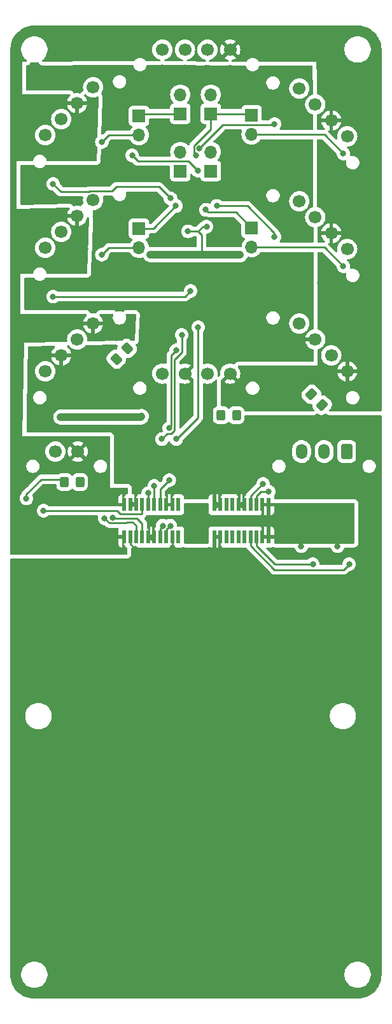
<source format=gbr>
%TF.GenerationSoftware,KiCad,Pcbnew,7.0.6*%
%TF.CreationDate,2024-02-09T06:01:19-06:00*%
%TF.ProjectId,BPS-LeaderDaughter,4250532d-4c65-4616-9465-724461756768,rev?*%
%TF.SameCoordinates,Original*%
%TF.FileFunction,Copper,L1,Top*%
%TF.FilePolarity,Positive*%
%FSLAX46Y46*%
G04 Gerber Fmt 4.6, Leading zero omitted, Abs format (unit mm)*
G04 Created by KiCad (PCBNEW 7.0.6) date 2024-02-09 06:01:19*
%MOMM*%
%LPD*%
G01*
G04 APERTURE LIST*
G04 Aperture macros list*
%AMRoundRect*
0 Rectangle with rounded corners*
0 $1 Rounding radius*
0 $2 $3 $4 $5 $6 $7 $8 $9 X,Y pos of 4 corners*
0 Add a 4 corners polygon primitive as box body*
4,1,4,$2,$3,$4,$5,$6,$7,$8,$9,$2,$3,0*
0 Add four circle primitives for the rounded corners*
1,1,$1+$1,$2,$3*
1,1,$1+$1,$4,$5*
1,1,$1+$1,$6,$7*
1,1,$1+$1,$8,$9*
0 Add four rect primitives between the rounded corners*
20,1,$1+$1,$2,$3,$4,$5,0*
20,1,$1+$1,$4,$5,$6,$7,0*
20,1,$1+$1,$6,$7,$8,$9,0*
20,1,$1+$1,$8,$9,$2,$3,0*%
G04 Aperture macros list end*
%TA.AperFunction,ComponentPad*%
%ADD10C,1.700000*%
%TD*%
%TA.AperFunction,ComponentPad*%
%ADD11R,1.700000X1.700000*%
%TD*%
%TA.AperFunction,ComponentPad*%
%ADD12O,1.700000X1.700000*%
%TD*%
%TA.AperFunction,SMDPad,CuDef*%
%ADD13RoundRect,0.250000X0.325000X0.450000X-0.325000X0.450000X-0.325000X-0.450000X0.325000X-0.450000X0*%
%TD*%
%TA.AperFunction,SMDPad,CuDef*%
%ADD14RoundRect,0.250000X-0.548008X-0.088388X-0.088388X-0.548008X0.548008X0.088388X0.088388X0.548008X0*%
%TD*%
%TA.AperFunction,SMDPad,CuDef*%
%ADD15R,0.550000X1.800000*%
%TD*%
%TA.AperFunction,SMDPad,CuDef*%
%ADD16RoundRect,0.250000X0.088388X-0.548008X0.548008X-0.088388X-0.088388X0.548008X-0.548008X0.088388X0*%
%TD*%
%TA.AperFunction,ComponentPad*%
%ADD17RoundRect,0.250001X0.499999X0.759999X-0.499999X0.759999X-0.499999X-0.759999X0.499999X-0.759999X0*%
%TD*%
%TA.AperFunction,ComponentPad*%
%ADD18O,1.500000X2.020000*%
%TD*%
%TA.AperFunction,SMDPad,CuDef*%
%ADD19RoundRect,0.250000X-0.325000X-0.450000X0.325000X-0.450000X0.325000X0.450000X-0.325000X0.450000X0*%
%TD*%
%TA.AperFunction,ViaPad*%
%ADD20C,0.800000*%
%TD*%
%TA.AperFunction,Conductor*%
%ADD21C,0.250000*%
%TD*%
%TA.AperFunction,Conductor*%
%ADD22C,1.000000*%
%TD*%
G04 APERTURE END LIST*
D10*
%TO.P,J6,1,Pin_1*%
%TO.N,+12V*%
X172226890Y-71881072D03*
%TO.P,J6,2,Pin_2*%
%TO.N,/HV- Contactor Driver/CONTACTOR_V-*%
X170105570Y-69759752D03*
%TO.P,J6,3,Pin_3*%
%TO.N,GND*%
X167984249Y-67638431D03*
%TO.P,J6,4,Pin_4*%
%TO.N,/HV-_Sense*%
X165862929Y-65517111D03*
%TD*%
D11*
%TO.P,JP3,1,A*%
%TO.N,/Fan Control/PWM3*%
X150019000Y-45260200D03*
D12*
%TO.P,JP3,2,B*%
%TO.N,/Fan Control/ORION_PWM*%
X150019000Y-42720200D03*
%TD*%
D10*
%TO.P,J7,1,Pin_1*%
%TO.N,+12V*%
X156646000Y-72186000D03*
%TO.P,J7,2,Pin_2*%
%TO.N,/Array Contactor Driver/CONTACTOR_V-*%
X153646000Y-72186000D03*
%TO.P,J7,3,Pin_3*%
%TO.N,GND*%
X150646000Y-72186000D03*
%TO.P,J7,4,Pin_4*%
%TO.N,/Array_Sense*%
X147646000Y-72186000D03*
%TD*%
D13*
%TO.P,D1,1,K*%
%TO.N,/Strobe Light/Strobe_-*%
X136661000Y-86614000D03*
%TO.P,D1,2,A*%
%TO.N,Net-(D1-A)*%
X134611000Y-86614000D03*
%TD*%
D10*
%TO.P,J5,1,Pin_1*%
%TO.N,+12V*%
X138429072Y-65517111D03*
%TO.P,J5,2,Pin_2*%
%TO.N,/HV+ Contactor Driver/CONTACTOR_V-*%
X136307752Y-67638431D03*
%TO.P,J5,3,Pin_3*%
%TO.N,GND*%
X134186431Y-69759752D03*
%TO.P,J5,4,Pin_4*%
%TO.N,/HV+_Sense*%
X132065111Y-71881072D03*
%TD*%
D11*
%TO.P,JP7,1,A*%
%TO.N,/Fan Control/PWM3*%
X144526000Y-52921321D03*
D12*
%TO.P,JP7,2,B*%
%TO.N,Net-(JP7-B)*%
X144526000Y-55461321D03*
%TD*%
D11*
%TO.P,JP1,1,A*%
%TO.N,/Fan Control/PWM1*%
X150019000Y-37640200D03*
D12*
%TO.P,JP1,2,B*%
%TO.N,/Fan Control/ORION_PWM*%
X150019000Y-35100200D03*
%TD*%
D11*
%TO.P,JP8,1,A*%
%TO.N,/Fan Control/PWM4*%
X159512000Y-52842818D03*
D12*
%TO.P,JP8,2,B*%
%TO.N,Net-(JP8-B)*%
X159512000Y-55382818D03*
%TD*%
D10*
%TO.P,J11,1,Pin_1*%
%TO.N,/Fan Control/Fan_PWM3/Fan_-*%
X138429072Y-49096432D03*
%TO.P,J11,2,Pin_2*%
%TO.N,+12V*%
X136307752Y-51217752D03*
%TO.P,J11,3,Pin_3*%
%TO.N,/Fan Control/Fan_PWM3/TACH_IN*%
X134186431Y-53339073D03*
%TO.P,J11,4,Pin_4*%
%TO.N,/Fan Control/PWM3*%
X132065111Y-55460393D03*
%TD*%
D11*
%TO.P,JP5,1,A*%
%TO.N,/Fan Control/PWM1*%
X144526000Y-37935321D03*
D12*
%TO.P,JP5,2,B*%
%TO.N,Net-(JP5-B)*%
X144526000Y-40475321D03*
%TD*%
D10*
%TO.P,J3,1,Pin_1*%
%TO.N,+12V*%
X136398000Y-82550000D03*
%TO.P,J3,2,Pin_2*%
%TO.N,/Strobe Light/Strobe_-*%
X133398000Y-82550000D03*
%TD*%
%TO.P,J10,1,Pin_1*%
%TO.N,/Fan Control/Fan_PWM2/Fan_-*%
X172226890Y-40639072D03*
%TO.P,J10,2,Pin_2*%
%TO.N,+12V*%
X170105570Y-38517752D03*
%TO.P,J10,3,Pin_3*%
%TO.N,/Fan Control/Fan_PWM2/TACH_IN*%
X167984249Y-36396431D03*
%TO.P,J10,4,Pin_4*%
%TO.N,/Fan Control/PWM2*%
X165862929Y-34275111D03*
%TD*%
D14*
%TO.P,D6,1,K*%
%TO.N,/HV- Contactor Driver/CONTACTOR_V-*%
X167457456Y-74943551D03*
%TO.P,D6,2,A*%
%TO.N,Net-(D6-A)*%
X168907024Y-76393119D03*
%TD*%
D10*
%TO.P,J9,1,Pin_1*%
%TO.N,/Fan Control/Fan_PWM1/Fan_-*%
X138429072Y-34110432D03*
%TO.P,J9,2,Pin_2*%
%TO.N,+12V*%
X136307752Y-36231752D03*
%TO.P,J9,3,Pin_3*%
%TO.N,/Fan Control/Fan_PWM1/TACH_IN*%
X134186431Y-38353073D03*
%TO.P,J9,4,Pin_4*%
%TO.N,/Fan Control/PWM1*%
X132065111Y-40474393D03*
%TD*%
D15*
%TO.P,J2,1,1*%
%TO.N,GND*%
X154550000Y-93920000D03*
%TO.P,J2,2,2*%
X154550000Y-89620000D03*
%TO.P,J2,3,3*%
X155350000Y-93920000D03*
%TO.P,J2,4,4*%
X155350000Y-89620000D03*
%TO.P,J2,5,5*%
%TO.N,unconnected-(J2-Pad5)*%
X156150000Y-93920000D03*
%TO.P,J2,6,6*%
%TO.N,unconnected-(J2-Pad6)*%
X156150000Y-89620000D03*
%TO.P,J2,7,7*%
%TO.N,unconnected-(J2-Pad7)*%
X156950000Y-93920000D03*
%TO.P,J2,8,8*%
%TO.N,unconnected-(J2-Pad8)*%
X156950000Y-89620000D03*
%TO.P,J2,9,9*%
%TO.N,unconnected-(J2-Pad9)*%
X157750000Y-93920000D03*
%TO.P,J2,10,10*%
%TO.N,GND*%
X157750000Y-89620000D03*
%TO.P,J2,11,11*%
%TO.N,unconnected-(J2-Pad11)*%
X158550000Y-93920000D03*
%TO.P,J2,12,12*%
%TO.N,GND*%
X158550000Y-89620000D03*
%TO.P,J2,13,13*%
%TO.N,/Motor_IG*%
X159350000Y-93920000D03*
%TO.P,J2,14,14*%
%TO.N,/HV-_Sense*%
X159350000Y-89620000D03*
%TO.P,J2,15,15*%
%TO.N,/Arr_IG*%
X160150000Y-93920000D03*
%TO.P,J2,16,16*%
%TO.N,/HV-_EN*%
X160150000Y-89620000D03*
%TO.P,J2,17,17*%
%TO.N,+3.3V*%
X160950000Y-93920000D03*
%TO.P,J2,18,18*%
X160950000Y-89620000D03*
%TO.P,J2,19,19*%
X161750000Y-93920000D03*
%TO.P,J2,20,20*%
X161750000Y-89620000D03*
%TD*%
D16*
%TO.P,D3,1,K*%
%TO.N,/HV+ Contactor Driver/CONTACTOR_V-*%
X141491551Y-70286545D03*
%TO.P,D3,2,A*%
%TO.N,Net-(D3-A)*%
X142941119Y-68836977D03*
%TD*%
D10*
%TO.P,J12,1,Pin_1*%
%TO.N,/Fan Control/Fan_PWM4/Fan_-*%
X172226890Y-55625072D03*
%TO.P,J12,2,Pin_2*%
%TO.N,+12V*%
X170105570Y-53503752D03*
%TO.P,J12,3,Pin_3*%
%TO.N,/Fan Control/Fan_PWM4/TACH_IN*%
X167984249Y-51382431D03*
%TO.P,J12,4,Pin_4*%
%TO.N,/Fan Control/PWM4*%
X165862929Y-49261111D03*
%TD*%
D11*
%TO.P,JP2,1,A*%
%TO.N,/Fan Control/PWM2*%
X154083000Y-37640200D03*
D12*
%TO.P,JP2,2,B*%
%TO.N,/Fan Control/ORION_PWM*%
X154083000Y-35100200D03*
%TD*%
D17*
%TO.P,J8,1,Pin_1*%
%TO.N,Net-(J8-Pin_1)*%
X172152250Y-82550000D03*
D18*
%TO.P,J8,2,Pin_2*%
%TO.N,Net-(J8-Pin_2)*%
X169152250Y-82550000D03*
%TO.P,J8,3,Pin_3*%
%TO.N,GND1*%
X166152250Y-82550000D03*
%TD*%
D11*
%TO.P,JP6,1,A*%
%TO.N,/Fan Control/PWM2*%
X159512000Y-37856818D03*
D12*
%TO.P,JP6,2,B*%
%TO.N,Net-(JP6-B)*%
X159512000Y-40396818D03*
%TD*%
D11*
%TO.P,JP4,1,A*%
%TO.N,/Fan Control/PWM4*%
X154083000Y-45265200D03*
D12*
%TO.P,JP4,2,B*%
%TO.N,/Fan Control/ORION_PWM*%
X154083000Y-42725200D03*
%TD*%
D10*
%TO.P,J4,1,Pin_1*%
%TO.N,+12V*%
X156646000Y-29133000D03*
%TO.P,J4,2,Pin_2*%
%TO.N,/Fan Control/ORION_PWM*%
X153646000Y-29133000D03*
%TO.P,J4,3,Pin_3*%
%TO.N,/Fan Control/TACH1*%
X150646000Y-29133000D03*
%TO.P,J4,4,Pin_4*%
%TO.N,GND*%
X147646000Y-29133000D03*
%TD*%
D15*
%TO.P,J1,1,1*%
%TO.N,+12V*%
X142550000Y-93920000D03*
%TO.P,J1,2,2*%
X142550000Y-89620000D03*
%TO.P,J1,3,3*%
%TO.N,GND*%
X143350000Y-93920000D03*
%TO.P,J1,4,4*%
X143350000Y-89620000D03*
%TO.P,J1,5,5*%
%TO.N,/HV+_Sense*%
X144150000Y-93920000D03*
%TO.P,J1,6,6*%
%TO.N,GND*%
X144150000Y-89620000D03*
%TO.P,J1,7,7*%
%TO.N,/HV+_EN*%
X144950000Y-93920000D03*
%TO.P,J1,8,8*%
%TO.N,/Fault*%
X144950000Y-89620000D03*
%TO.P,J1,9,9*%
%TO.N,+3.3V*%
X145750000Y-93920000D03*
%TO.P,J1,10,10*%
%TO.N,/Array_Sense*%
X145750000Y-89620000D03*
%TO.P,J1,11,11*%
%TO.N,+3.3V*%
X146550000Y-93920000D03*
%TO.P,J1,12,12*%
%TO.N,/Array_EN*%
X146550000Y-89620000D03*
%TO.P,J1,13,13*%
%TO.N,/SDA*%
X147350000Y-93920000D03*
%TO.P,J1,14,14*%
%TO.N,/~{SMBALERT}*%
X147350000Y-89620000D03*
%TO.P,J1,15,15*%
%TO.N,/SCL*%
X148150000Y-93920000D03*
%TO.P,J1,16,16*%
%TO.N,GND*%
X148150000Y-89620000D03*
%TO.P,J1,17,17*%
X148950000Y-93920000D03*
%TO.P,J1,18,18*%
X148950000Y-89620000D03*
%TO.P,J1,19,19*%
%TO.N,unconnected-(J1-Pad19)*%
X149750000Y-93920000D03*
%TO.P,J1,20,20*%
%TO.N,unconnected-(J1-Pad20)*%
X149750000Y-89620000D03*
%TD*%
D19*
%TO.P,D9,1,K*%
%TO.N,/Array Contactor Driver/CONTACTOR_V-*%
X155439000Y-77724000D03*
%TO.P,D9,2,A*%
%TO.N,Net-(D9-A)*%
X157489000Y-77724000D03*
%TD*%
D20*
%TO.N,+12V*%
X137414000Y-55626000D03*
X137414000Y-40640000D03*
X170942000Y-45340000D03*
X170942000Y-60326000D03*
X143189315Y-65966831D03*
X170435789Y-75000120D03*
X171777170Y-76641315D03*
X168656000Y-45108500D03*
X168656000Y-60110318D03*
X135128000Y-43118821D03*
X135128000Y-58104821D03*
X141548120Y-67456705D03*
X129540000Y-86971500D03*
%TO.N,/HV+_Sense*%
X139954000Y-91440000D03*
%TO.N,GND*%
X147828000Y-53848000D03*
X158165800Y-89636600D03*
X150876000Y-77620500D03*
X154940000Y-89662000D03*
X148971000Y-95377000D03*
X143550500Y-89620000D03*
X144018000Y-95504000D03*
%TO.N,/HV-_Sense*%
X161036000Y-86868000D03*
%TO.N,/Array_Sense*%
X145750000Y-88092000D03*
%TO.N,Net-(D1-A)*%
X129540000Y-88796500D03*
%TO.N,/HV+ Contactor Driver/CONTACTOR_V-*%
X141497915Y-70280182D03*
%TO.N,/HV- Contactor Driver/CONTACTOR_V-*%
X167463819Y-74949915D03*
%TO.N,/Array Contactor Driver/CONTACTOR_V-*%
X155448000Y-77724000D03*
%TO.N,/Fan Control/TACH1*%
X148717000Y-48895000D03*
X133096000Y-46975821D03*
%TO.N,/Fan Control/TACH2*%
X152562098Y-42228896D03*
X162560000Y-39012500D03*
%TO.N,/Fan Control/TACH3*%
X151384000Y-61214000D03*
X133096000Y-61961821D03*
%TO.N,/Fan Control/TACH4*%
X162560000Y-53998500D03*
X154874258Y-49904498D03*
%TO.N,/SCL*%
X148687395Y-92420483D03*
X148545603Y-79420103D03*
X149479000Y-69088000D03*
%TO.N,+3.3V*%
X146151600Y-93954600D03*
X151042500Y-53284000D03*
X134112000Y-77978000D03*
X153517600Y-52654200D03*
X157988000Y-56388000D03*
X152842000Y-56388000D03*
X170930250Y-95135500D03*
X166104250Y-95135500D03*
X144846000Y-77899500D03*
X146050000Y-56388000D03*
%TO.N,/Fan Control/PWM2*%
X152146000Y-43180000D03*
%TO.N,/Fan Control/PWM3*%
X149431000Y-49904498D03*
%TO.N,/Fan Control/PWM4*%
X153411611Y-50419845D03*
%TO.N,/Fan Control/PWM1*%
X143613500Y-43180000D03*
X152368500Y-45212000D03*
%TO.N,/SDA*%
X147687862Y-92425744D03*
X150216200Y-67056000D03*
X147574000Y-80899000D03*
%TO.N,/Fault*%
X131826000Y-90424000D03*
%TO.N,/Array_EN*%
X146550000Y-87122000D03*
%TO.N,/HV-_EN*%
X161798000Y-87884000D03*
%TO.N,/Strobe Light/Strobe_-*%
X136652000Y-86614000D03*
%TO.N,/Motor_IG*%
X172477750Y-97536000D03*
%TO.N,/HV+_EN*%
X141054265Y-91344862D03*
%TO.N,/Arr_IG*%
X167651750Y-97536000D03*
%TO.N,/~{SMBALERT}*%
X149479000Y-80899000D03*
X148552500Y-86360000D03*
X152400000Y-66040000D03*
%TO.N,Net-(JP5-B)*%
X139591498Y-41399321D03*
%TO.N,Net-(JP6-B)*%
X171704000Y-42926000D03*
%TO.N,Net-(JP7-B)*%
X139591498Y-56385321D03*
%TO.N,Net-(JP8-B)*%
X171704000Y-57912000D03*
%TO.N,Net-(D3-A)*%
X142934756Y-68843341D03*
%TO.N,Net-(D6-A)*%
X168900660Y-76386756D03*
%TO.N,Net-(D9-A)*%
X157480000Y-77724000D03*
%TD*%
D21*
%TO.N,/HV+_Sense*%
X144150000Y-92414110D02*
X144150000Y-93920000D01*
X139954000Y-91440000D02*
X140583862Y-92069862D01*
X142822138Y-92069862D02*
X142985085Y-91906915D01*
X140583862Y-92069862D02*
X142822138Y-92069862D01*
X142985085Y-91906915D02*
X143642805Y-91906915D01*
X143642805Y-91906915D02*
X144150000Y-92414110D01*
%TO.N,GND*%
X154396000Y-89838000D02*
X155196000Y-89838000D01*
X148950000Y-95356000D02*
X148971000Y-95377000D01*
X144018000Y-95504000D02*
X143350000Y-94836000D01*
X155196000Y-89838000D02*
X155116000Y-89838000D01*
X143350000Y-89620000D02*
X143550500Y-89620000D01*
X148950000Y-93920000D02*
X148950000Y-95356000D01*
X143350000Y-94836000D02*
X143350000Y-93920000D01*
X155116000Y-89838000D02*
X154940000Y-89662000D01*
%TO.N,/HV-_Sense*%
X160952000Y-86868000D02*
X159350000Y-88470000D01*
X161036000Y-86868000D02*
X160952000Y-86868000D01*
X159350000Y-88470000D02*
X159350000Y-89620000D01*
%TO.N,/Array_Sense*%
X145750000Y-88092000D02*
X145750000Y-89620000D01*
%TO.N,Net-(D1-A)*%
X134243500Y-86246500D02*
X134611000Y-86614000D01*
X129540000Y-88232195D02*
X131525695Y-86246500D01*
X129540000Y-88796500D02*
X129540000Y-88232195D01*
X131525695Y-86246500D02*
X134243500Y-86246500D01*
%TO.N,/Fan Control/TACH1*%
X133096000Y-46975821D02*
X134126179Y-48006000D01*
X137942371Y-47921432D02*
X140941918Y-47921432D01*
X137857803Y-48006000D02*
X137942371Y-47921432D01*
X141516309Y-47347041D02*
X147169041Y-47347041D01*
X140941918Y-47921432D02*
X141516309Y-47347041D01*
X134126179Y-48006000D02*
X137857803Y-48006000D01*
X147169041Y-47347041D02*
X148717000Y-48895000D01*
%TO.N,/Fan Control/TACH2*%
X162560000Y-39012500D02*
X162456500Y-39116000D01*
X162456500Y-39116000D02*
X155674994Y-39116000D01*
X155674994Y-39116000D02*
X152562098Y-42228896D01*
%TO.N,/Fan Control/TACH3*%
X150636179Y-61961821D02*
X151384000Y-61214000D01*
X133096000Y-61961821D02*
X150636179Y-61961821D01*
%TO.N,/Fan Control/TACH4*%
X162560000Y-53998500D02*
X162560000Y-53486000D01*
X162560000Y-53486000D02*
X158978498Y-49904498D01*
X158978498Y-49904498D02*
X154874258Y-49904498D01*
%TO.N,/SCL*%
X148150000Y-92988204D02*
X148150000Y-93920000D01*
X148412903Y-92694975D02*
X148412903Y-92725301D01*
X148545603Y-79420103D02*
X148821000Y-79144706D01*
X148821000Y-79144706D02*
X148821000Y-69746000D01*
X148687395Y-92420483D02*
X148412903Y-92694975D01*
X148412903Y-92725301D02*
X148150000Y-92988204D01*
X148821000Y-69746000D02*
X149479000Y-69088000D01*
%TO.N,+3.3V*%
X152400000Y-53284000D02*
X151042500Y-53284000D01*
X153029800Y-52654200D02*
X152400000Y-53284000D01*
X160950000Y-89620000D02*
X160950000Y-93920000D01*
D22*
X157988000Y-56388000D02*
X152842000Y-56388000D01*
X144767500Y-77978000D02*
X144846000Y-77899500D01*
D21*
X152400000Y-53284000D02*
X152842000Y-53726000D01*
X153517600Y-52654200D02*
X153029800Y-52654200D01*
D22*
X134112000Y-77978000D02*
X144767500Y-77978000D01*
D21*
X152842000Y-53726000D02*
X152842000Y-56388000D01*
D22*
X146050000Y-56388000D02*
X152842000Y-56388000D01*
D21*
%TO.N,/Fan Control/PWM2*%
X151837098Y-41928591D02*
X154046689Y-39719000D01*
X154083000Y-37640200D02*
X159295382Y-37640200D01*
X152146000Y-43180000D02*
X151837098Y-42871098D01*
X154046689Y-39719000D02*
X154083000Y-39719000D01*
X151837098Y-42871098D02*
X151837098Y-41928591D01*
X159295382Y-37640200D02*
X159512000Y-37856818D01*
X154083000Y-39748006D02*
X154083000Y-37640200D01*
%TO.N,/Fan Control/PWM3*%
X149431000Y-49904498D02*
X146414177Y-52921321D01*
X146414177Y-52921321D02*
X144526000Y-52921321D01*
%TO.N,/Fan Control/PWM4*%
X153728287Y-50736521D02*
X157416521Y-50736521D01*
X157416521Y-50736521D02*
X159512000Y-52832000D01*
X159512000Y-52832000D02*
X159512000Y-52842818D01*
X153411611Y-50419845D02*
X153728287Y-50736521D01*
%TO.N,/Fan Control/PWM1*%
X152368500Y-45212000D02*
X151098500Y-43942000D01*
X151098500Y-43942000D02*
X144375500Y-43942000D01*
X150019000Y-37640200D02*
X144985800Y-37640200D01*
X144985800Y-37640200D02*
X144526000Y-38100000D01*
X144375500Y-43942000D02*
X143613500Y-43180000D01*
%TO.N,/SDA*%
X149271000Y-79720011D02*
X148845908Y-80145103D01*
X150216200Y-69376105D02*
X149271000Y-70321305D01*
X147687862Y-92425744D02*
X147350000Y-92763606D01*
X148327897Y-80145103D02*
X147574000Y-80899000D01*
X149271000Y-70321305D02*
X149271000Y-79720011D01*
X147350000Y-92763606D02*
X147350000Y-93920000D01*
X150216200Y-67056000D02*
X150216200Y-69376105D01*
X148845908Y-80145103D02*
X148327897Y-80145103D01*
%TO.N,/Fault*%
X144950000Y-89620000D02*
X144950000Y-90770000D01*
X144950000Y-90770000D02*
X144875000Y-90845000D01*
X142000600Y-90845000D02*
X141579600Y-90424000D01*
X144875000Y-90845000D02*
X142000600Y-90845000D01*
X141579600Y-90424000D02*
X131826000Y-90424000D01*
%TO.N,/Array_EN*%
X146550000Y-87122000D02*
X146550000Y-89620000D01*
%TO.N,/HV-_EN*%
X160736000Y-87884000D02*
X160150000Y-88470000D01*
X160150000Y-88470000D02*
X160150000Y-89620000D01*
X161798000Y-87884000D02*
X160736000Y-87884000D01*
%TO.N,/Motor_IG*%
X159350000Y-95070000D02*
X162541000Y-98261000D01*
X162541000Y-98261000D02*
X171752750Y-98261000D01*
X171752750Y-98261000D02*
X172477750Y-97536000D01*
X159350000Y-93920000D02*
X159350000Y-95070000D01*
%TO.N,/HV+_EN*%
X141149403Y-91440000D02*
X144272000Y-91440000D01*
X144272000Y-91440000D02*
X144950000Y-92118000D01*
X141054265Y-91344862D02*
X141149403Y-91440000D01*
X144950000Y-92118000D02*
X144950000Y-93920000D01*
%TO.N,/Arr_IG*%
X160150000Y-93920000D02*
X160150000Y-95075200D01*
X162610800Y-97536000D02*
X167651750Y-97536000D01*
X160150000Y-95075200D02*
X162610800Y-97536000D01*
%TO.N,/~{SMBALERT}*%
X152400000Y-66040000D02*
X152400000Y-78034000D01*
X152400000Y-78034000D02*
X149535000Y-80899000D01*
X147350000Y-87562500D02*
X147350000Y-89620000D01*
X148552500Y-86360000D02*
X147350000Y-87562500D01*
X149535000Y-80899000D02*
X149479000Y-80899000D01*
%TO.N,Net-(JP5-B)*%
X144526000Y-40475321D02*
X140515498Y-40475321D01*
X140515498Y-40475321D02*
X139591498Y-41399321D01*
%TO.N,Net-(JP6-B)*%
X169174818Y-40396818D02*
X171704000Y-42926000D01*
X159512000Y-40396818D02*
X169174818Y-40396818D01*
%TO.N,Net-(JP7-B)*%
X144526000Y-55461321D02*
X140515498Y-55461321D01*
X140515498Y-55461321D02*
X139591498Y-56385321D01*
%TO.N,Net-(JP8-B)*%
X169174818Y-55382818D02*
X171704000Y-57912000D01*
X159512000Y-55382818D02*
X169174818Y-55382818D01*
%TD*%
%TA.AperFunction,Conductor*%
%TO.N,+3.3V*%
G36*
X153717539Y-89427685D02*
G01*
X153763294Y-89480489D01*
X153774500Y-89532000D01*
X153774500Y-89746181D01*
X153772304Y-89769415D01*
X153766773Y-89798408D01*
X153766773Y-89798412D01*
X153774378Y-89919316D01*
X153774500Y-89923185D01*
X153774500Y-90567870D01*
X153774501Y-90567876D01*
X153780908Y-90627483D01*
X153831202Y-90762328D01*
X153831206Y-90762335D01*
X153917452Y-90877544D01*
X153917455Y-90877547D01*
X154032664Y-90963793D01*
X154032671Y-90963797D01*
X154077618Y-90980561D01*
X154167517Y-91014091D01*
X154227127Y-91020500D01*
X154872872Y-91020499D01*
X154932483Y-91014091D01*
X154932487Y-91014089D01*
X154936743Y-91013632D01*
X154963253Y-91013632D01*
X154967514Y-91014090D01*
X154967517Y-91014091D01*
X155027127Y-91020500D01*
X155672872Y-91020499D01*
X155732483Y-91014091D01*
X155732487Y-91014089D01*
X155736743Y-91013632D01*
X155763253Y-91013632D01*
X155767514Y-91014090D01*
X155767517Y-91014091D01*
X155827127Y-91020500D01*
X156472872Y-91020499D01*
X156532483Y-91014091D01*
X156532487Y-91014089D01*
X156536743Y-91013632D01*
X156563253Y-91013632D01*
X156567514Y-91014090D01*
X156567517Y-91014091D01*
X156627127Y-91020500D01*
X157272872Y-91020499D01*
X157332483Y-91014091D01*
X157332487Y-91014089D01*
X157336743Y-91013632D01*
X157363253Y-91013632D01*
X157367514Y-91014090D01*
X157367517Y-91014091D01*
X157427127Y-91020500D01*
X158072872Y-91020499D01*
X158132483Y-91014091D01*
X158132487Y-91014089D01*
X158136743Y-91013632D01*
X158163253Y-91013632D01*
X158167514Y-91014090D01*
X158167517Y-91014091D01*
X158227127Y-91020500D01*
X158872872Y-91020499D01*
X158932483Y-91014091D01*
X158932487Y-91014089D01*
X158936743Y-91013632D01*
X158963253Y-91013632D01*
X158967514Y-91014090D01*
X158967517Y-91014091D01*
X159027127Y-91020500D01*
X159672872Y-91020499D01*
X159732483Y-91014091D01*
X159732487Y-91014089D01*
X159736743Y-91013632D01*
X159763253Y-91013632D01*
X159767514Y-91014090D01*
X159767517Y-91014091D01*
X159827127Y-91020500D01*
X160472872Y-91020499D01*
X160532483Y-91014091D01*
X160532483Y-91014090D01*
X160539096Y-91013380D01*
X160565607Y-91013381D01*
X160627157Y-91019999D01*
X160627172Y-91020000D01*
X160700000Y-91020000D01*
X160700000Y-91001409D01*
X160719685Y-90934370D01*
X160749691Y-90902141D01*
X160782545Y-90877547D01*
X160782547Y-90877544D01*
X160868796Y-90762331D01*
X160919091Y-90627483D01*
X160925500Y-90567873D01*
X160925499Y-89870000D01*
X161200000Y-89870000D01*
X161200000Y-91020000D01*
X161272828Y-91020000D01*
X161272841Y-91019999D01*
X161336742Y-91013128D01*
X161363256Y-91013128D01*
X161427158Y-91019999D01*
X161427172Y-91020000D01*
X161500000Y-91020000D01*
X161500000Y-89870000D01*
X162000000Y-89870000D01*
X162000000Y-91020000D01*
X162072828Y-91020000D01*
X162072844Y-91019999D01*
X162132372Y-91013598D01*
X162132379Y-91013596D01*
X162267086Y-90963354D01*
X162267093Y-90963350D01*
X162382187Y-90877190D01*
X162382190Y-90877187D01*
X162468350Y-90762093D01*
X162468354Y-90762086D01*
X162518596Y-90627379D01*
X162518598Y-90627372D01*
X162524999Y-90567844D01*
X162525000Y-90567827D01*
X162525000Y-89870000D01*
X162000000Y-89870000D01*
X161500000Y-89870000D01*
X161200000Y-89870000D01*
X160925499Y-89870000D01*
X160925499Y-89493998D01*
X160945183Y-89426961D01*
X160967065Y-89408000D01*
X162565000Y-89408000D01*
X173103454Y-89408000D01*
X173170493Y-89427685D01*
X173216248Y-89480489D01*
X173227452Y-89532543D01*
X173222642Y-90627372D01*
X173204881Y-94669345D01*
X173184902Y-94736297D01*
X173131897Y-94781820D01*
X173080882Y-94792800D01*
X162649000Y-94792800D01*
X162581961Y-94773115D01*
X162536206Y-94720311D01*
X162525000Y-94668800D01*
X162525000Y-94170000D01*
X161049500Y-94170000D01*
X160982461Y-94150315D01*
X160936706Y-94097511D01*
X160925500Y-94046000D01*
X160925499Y-92972129D01*
X160925498Y-92972123D01*
X160925497Y-92972116D01*
X160919091Y-92912517D01*
X160868884Y-92777906D01*
X160868797Y-92777671D01*
X160868793Y-92777664D01*
X160782548Y-92662456D01*
X160782546Y-92662455D01*
X160782546Y-92662454D01*
X160749686Y-92637855D01*
X160707817Y-92581921D01*
X160700000Y-92538590D01*
X160700000Y-92520000D01*
X161200000Y-92520000D01*
X161200000Y-93670000D01*
X161500000Y-93670000D01*
X161500000Y-92520000D01*
X162000000Y-92520000D01*
X162000000Y-93670000D01*
X162525000Y-93670000D01*
X162525000Y-92972172D01*
X162524999Y-92972155D01*
X162518598Y-92912627D01*
X162518596Y-92912620D01*
X162468354Y-92777913D01*
X162468350Y-92777906D01*
X162382190Y-92662812D01*
X162382187Y-92662809D01*
X162267093Y-92576649D01*
X162267086Y-92576645D01*
X162132379Y-92526403D01*
X162132372Y-92526401D01*
X162072844Y-92520000D01*
X162000000Y-92520000D01*
X161500000Y-92520000D01*
X161427172Y-92520000D01*
X161427153Y-92520001D01*
X161363255Y-92526871D01*
X161336745Y-92526871D01*
X161272846Y-92520001D01*
X161272828Y-92520000D01*
X161200000Y-92520000D01*
X160700000Y-92520000D01*
X160627166Y-92520000D01*
X160565595Y-92526619D01*
X160539088Y-92526619D01*
X160529818Y-92525622D01*
X160472873Y-92519500D01*
X160472865Y-92519500D01*
X159827129Y-92519500D01*
X159827120Y-92519501D01*
X159763248Y-92526367D01*
X159736742Y-92526367D01*
X159732483Y-92525909D01*
X159672873Y-92519500D01*
X159672864Y-92519500D01*
X159027129Y-92519500D01*
X159027120Y-92519501D01*
X158963248Y-92526367D01*
X158936742Y-92526367D01*
X158932483Y-92525909D01*
X158872873Y-92519500D01*
X158872864Y-92519500D01*
X158227129Y-92519500D01*
X158227120Y-92519501D01*
X158163248Y-92526367D01*
X158136742Y-92526367D01*
X158132483Y-92525909D01*
X158072873Y-92519500D01*
X158072864Y-92519500D01*
X157427129Y-92519500D01*
X157427120Y-92519501D01*
X157363248Y-92526367D01*
X157336742Y-92526367D01*
X157332483Y-92525909D01*
X157272873Y-92519500D01*
X157272864Y-92519500D01*
X156627129Y-92519500D01*
X156627120Y-92519501D01*
X156563248Y-92526367D01*
X156536742Y-92526367D01*
X156532483Y-92525909D01*
X156472873Y-92519500D01*
X156472864Y-92519500D01*
X155827129Y-92519500D01*
X155827120Y-92519501D01*
X155763248Y-92526367D01*
X155736742Y-92526367D01*
X155732483Y-92525909D01*
X155672873Y-92519500D01*
X155672864Y-92519500D01*
X155027129Y-92519500D01*
X155027120Y-92519501D01*
X154963248Y-92526367D01*
X154936742Y-92526367D01*
X154932483Y-92525909D01*
X154872873Y-92519500D01*
X154872864Y-92519500D01*
X154227129Y-92519500D01*
X154227123Y-92519501D01*
X154167516Y-92525908D01*
X154032671Y-92576202D01*
X154032664Y-92576206D01*
X153917455Y-92662452D01*
X153917452Y-92662455D01*
X153831206Y-92777664D01*
X153831202Y-92777671D01*
X153780908Y-92912517D01*
X153774501Y-92972116D01*
X153774501Y-92972123D01*
X153774500Y-92972135D01*
X153774501Y-94668800D01*
X153754816Y-94735839D01*
X153702013Y-94781594D01*
X153650501Y-94792800D01*
X150649500Y-94792800D01*
X150582461Y-94773115D01*
X150536706Y-94720311D01*
X150525500Y-94668800D01*
X150525499Y-92972129D01*
X150525498Y-92972123D01*
X150525497Y-92972116D01*
X150519091Y-92912517D01*
X150468884Y-92777906D01*
X150468797Y-92777671D01*
X150468793Y-92777664D01*
X150382547Y-92662455D01*
X150382544Y-92662452D01*
X150267335Y-92576206D01*
X150267328Y-92576202D01*
X150132482Y-92525908D01*
X150132483Y-92525908D01*
X150072883Y-92519501D01*
X150072881Y-92519500D01*
X150072873Y-92519500D01*
X150072865Y-92519500D01*
X149714912Y-92519500D01*
X149647873Y-92499815D01*
X149602118Y-92447011D01*
X149591591Y-92408461D01*
X149588294Y-92377090D01*
X149573069Y-92232227D01*
X149514574Y-92052199D01*
X149419928Y-91888267D01*
X149293266Y-91747595D01*
X149293265Y-91747594D01*
X149140129Y-91636334D01*
X149140124Y-91636331D01*
X148967202Y-91559340D01*
X148967197Y-91559338D01*
X148806792Y-91525244D01*
X148782041Y-91519983D01*
X148592749Y-91519983D01*
X148567998Y-91525244D01*
X148407594Y-91559338D01*
X148232156Y-91637449D01*
X148162906Y-91646733D01*
X148131284Y-91637448D01*
X147967669Y-91564601D01*
X147967664Y-91564599D01*
X147808252Y-91530716D01*
X147782508Y-91525244D01*
X147593216Y-91525244D01*
X147567472Y-91530716D01*
X147408059Y-91564599D01*
X147408054Y-91564601D01*
X147235132Y-91641592D01*
X147235127Y-91641595D01*
X147081991Y-91752855D01*
X146955330Y-91893527D01*
X146955328Y-91893528D01*
X146860683Y-92057459D01*
X146860680Y-92057466D01*
X146803897Y-92232227D01*
X146802188Y-92237488D01*
X146782955Y-92420483D01*
X146782402Y-92425746D01*
X146784687Y-92447494D01*
X146772116Y-92516223D01*
X146770031Y-92520183D01*
X146763803Y-92531511D01*
X146758822Y-92550913D01*
X146752521Y-92569316D01*
X146744562Y-92587708D01*
X146744561Y-92587713D01*
X146741624Y-92606255D01*
X146718418Y-92661166D01*
X146631204Y-92777669D01*
X146631202Y-92777671D01*
X146580908Y-92912517D01*
X146574501Y-92972116D01*
X146574500Y-92972127D01*
X146574500Y-93670000D01*
X146574501Y-94046000D01*
X146554817Y-94113039D01*
X146502013Y-94158794D01*
X146450501Y-94170000D01*
X145849500Y-94170000D01*
X145782461Y-94150315D01*
X145736706Y-94097511D01*
X145725500Y-94046000D01*
X145725499Y-92972129D01*
X145725498Y-92972123D01*
X145725497Y-92972116D01*
X145719091Y-92912517D01*
X145668884Y-92777906D01*
X145668797Y-92777671D01*
X145668795Y-92777668D01*
X145600233Y-92686080D01*
X145575816Y-92620615D01*
X145575500Y-92611769D01*
X145575500Y-92520000D01*
X146000000Y-92520000D01*
X146000000Y-93670000D01*
X146300000Y-93670000D01*
X146300000Y-92520000D01*
X146227172Y-92520000D01*
X146227153Y-92520001D01*
X146163255Y-92526871D01*
X146136745Y-92526871D01*
X146072846Y-92520001D01*
X146072828Y-92520000D01*
X146000000Y-92520000D01*
X145575500Y-92520000D01*
X145575500Y-92200742D01*
X145577224Y-92185122D01*
X145576939Y-92185096D01*
X145577671Y-92177340D01*
X145577673Y-92177333D01*
X145575500Y-92108185D01*
X145575500Y-92078650D01*
X145574631Y-92071772D01*
X145574172Y-92065943D01*
X145573905Y-92057459D01*
X145572709Y-92019373D01*
X145567122Y-92000144D01*
X145563174Y-91981084D01*
X145560663Y-91961204D01*
X145543512Y-91917887D01*
X145541619Y-91912358D01*
X145528618Y-91867609D01*
X145528616Y-91867606D01*
X145518423Y-91850371D01*
X145509861Y-91832894D01*
X145502487Y-91814270D01*
X145502486Y-91814268D01*
X145475079Y-91776545D01*
X145471888Y-91771686D01*
X145460752Y-91752856D01*
X145448170Y-91731580D01*
X145448168Y-91731578D01*
X145448165Y-91731574D01*
X145434006Y-91717415D01*
X145421368Y-91702619D01*
X145412483Y-91690390D01*
X145409594Y-91686413D01*
X145373688Y-91656709D01*
X145369376Y-91652786D01*
X145247306Y-91530716D01*
X145213821Y-91469393D01*
X145218805Y-91399701D01*
X145256143Y-91348930D01*
X145255902Y-91348689D01*
X145257488Y-91347102D01*
X145259003Y-91345043D01*
X145261410Y-91343175D01*
X145261420Y-91343170D01*
X145275582Y-91329006D01*
X145290371Y-91316375D01*
X145306587Y-91304594D01*
X145329015Y-91277481D01*
X145346778Y-91261860D01*
X145345867Y-91260758D01*
X145351876Y-91255787D01*
X145399228Y-91205362D01*
X145420115Y-91184476D01*
X145420115Y-91184475D01*
X145420120Y-91184471D01*
X145424379Y-91178978D01*
X145428152Y-91174561D01*
X145460062Y-91140582D01*
X145469715Y-91123020D01*
X145480389Y-91106770D01*
X145492673Y-91090936D01*
X145492677Y-91090924D01*
X145496645Y-91084219D01*
X145498885Y-91085543D01*
X145535486Y-91041550D01*
X145602117Y-91020524D01*
X145604606Y-91020499D01*
X146072871Y-91020499D01*
X146072872Y-91020499D01*
X146132483Y-91014091D01*
X146132487Y-91014089D01*
X146136743Y-91013632D01*
X146163253Y-91013632D01*
X146167514Y-91014090D01*
X146167517Y-91014091D01*
X146227127Y-91020500D01*
X146872872Y-91020499D01*
X146932483Y-91014091D01*
X146932487Y-91014089D01*
X146936743Y-91013632D01*
X146963253Y-91013632D01*
X146967514Y-91014090D01*
X146967517Y-91014091D01*
X147027127Y-91020500D01*
X147672872Y-91020499D01*
X147732483Y-91014091D01*
X147732487Y-91014089D01*
X147736743Y-91013632D01*
X147763253Y-91013632D01*
X147767514Y-91014090D01*
X147767517Y-91014091D01*
X147827127Y-91020500D01*
X148472872Y-91020499D01*
X148532483Y-91014091D01*
X148532487Y-91014089D01*
X148536743Y-91013632D01*
X148563253Y-91013632D01*
X148567514Y-91014090D01*
X148567517Y-91014091D01*
X148627127Y-91020500D01*
X149272872Y-91020499D01*
X149332483Y-91014091D01*
X149332487Y-91014089D01*
X149336743Y-91013632D01*
X149363253Y-91013632D01*
X149367514Y-91014090D01*
X149367517Y-91014091D01*
X149427127Y-91020500D01*
X150072872Y-91020499D01*
X150132483Y-91014091D01*
X150267331Y-90963796D01*
X150382546Y-90877546D01*
X150468796Y-90762331D01*
X150519091Y-90627483D01*
X150525500Y-90567873D01*
X150525499Y-89531998D01*
X150545183Y-89464961D01*
X150597987Y-89419206D01*
X150649499Y-89408000D01*
X153650500Y-89408000D01*
X153717539Y-89427685D01*
G37*
%TD.AperFunction*%
%TD*%
%TA.AperFunction,Conductor*%
%TO.N,GND*%
G36*
X146925628Y-47992226D02*
G01*
X146946270Y-48008860D01*
X147778038Y-48840628D01*
X147811523Y-48901951D01*
X147813678Y-48915347D01*
X147819730Y-48972924D01*
X147831326Y-49083256D01*
X147831327Y-49083259D01*
X147889818Y-49263277D01*
X147889821Y-49263284D01*
X147984467Y-49427216D01*
X148057609Y-49508448D01*
X148111129Y-49567888D01*
X148264265Y-49679148D01*
X148264270Y-49679151D01*
X148437192Y-49756142D01*
X148437193Y-49756142D01*
X148437197Y-49756144D01*
X148437200Y-49756144D01*
X148439148Y-49756778D01*
X148440134Y-49757452D01*
X148443134Y-49758788D01*
X148442889Y-49759336D01*
X148496825Y-49796214D01*
X148524024Y-49860572D01*
X148512112Y-49929419D01*
X148488514Y-49962391D01*
X146191405Y-52259502D01*
X146130082Y-52292987D01*
X146103724Y-52295821D01*
X146000499Y-52295821D01*
X145933460Y-52276136D01*
X145887705Y-52223332D01*
X145876499Y-52171821D01*
X145876499Y-52023450D01*
X145876498Y-52023444D01*
X145876497Y-52023437D01*
X145870091Y-51963838D01*
X145826175Y-51846094D01*
X145819797Y-51828992D01*
X145819793Y-51828985D01*
X145733547Y-51713776D01*
X145733544Y-51713773D01*
X145618335Y-51627527D01*
X145618328Y-51627523D01*
X145483482Y-51577229D01*
X145483483Y-51577229D01*
X145423883Y-51570822D01*
X145423881Y-51570821D01*
X145423873Y-51570821D01*
X145423864Y-51570821D01*
X143628129Y-51570821D01*
X143628123Y-51570822D01*
X143568516Y-51577229D01*
X143433671Y-51627523D01*
X143433664Y-51627527D01*
X143318455Y-51713773D01*
X143318452Y-51713776D01*
X143232206Y-51828985D01*
X143232202Y-51828992D01*
X143181908Y-51963838D01*
X143180030Y-51981311D01*
X143175501Y-52023444D01*
X143175500Y-52023456D01*
X143175500Y-53819191D01*
X143175501Y-53819197D01*
X143181908Y-53878804D01*
X143232202Y-54013649D01*
X143232206Y-54013656D01*
X143318452Y-54128865D01*
X143318455Y-54128868D01*
X143433664Y-54215114D01*
X143433671Y-54215118D01*
X143565081Y-54264131D01*
X143621015Y-54306002D01*
X143645432Y-54371466D01*
X143630580Y-54439739D01*
X143609430Y-54467994D01*
X143487503Y-54589921D01*
X143352348Y-54782944D01*
X143297771Y-54826569D01*
X143250773Y-54835821D01*
X140598235Y-54835821D01*
X140582618Y-54834097D01*
X140582591Y-54834383D01*
X140574829Y-54833648D01*
X140505701Y-54835821D01*
X140476148Y-54835821D01*
X140475427Y-54835911D01*
X140469255Y-54836690D01*
X140463443Y-54837147D01*
X140416876Y-54838611D01*
X140416865Y-54838613D01*
X140397632Y-54844200D01*
X140378592Y-54848143D01*
X140358715Y-54850655D01*
X140358708Y-54850656D01*
X140358706Y-54850657D01*
X140358704Y-54850657D01*
X140358703Y-54850658D01*
X140315366Y-54867815D01*
X140309840Y-54869707D01*
X140265109Y-54882703D01*
X140265106Y-54882704D01*
X140247861Y-54892902D01*
X140230399Y-54901456D01*
X140211770Y-54908832D01*
X140211765Y-54908834D01*
X140174062Y-54936227D01*
X140169180Y-54939433D01*
X140129078Y-54963149D01*
X140114906Y-54977321D01*
X140100121Y-54989949D01*
X140083910Y-55001728D01*
X140054207Y-55037631D01*
X140050275Y-55041952D01*
X139643726Y-55448502D01*
X139582403Y-55481987D01*
X139556045Y-55484821D01*
X139496852Y-55484821D01*
X139464395Y-55491719D01*
X139311695Y-55524176D01*
X139311690Y-55524178D01*
X139138768Y-55601169D01*
X139138763Y-55601172D01*
X138985627Y-55712432D01*
X138858964Y-55853106D01*
X138764319Y-56017036D01*
X138764316Y-56017043D01*
X138705825Y-56197061D01*
X138705824Y-56197065D01*
X138686038Y-56385321D01*
X138705824Y-56573577D01*
X138705825Y-56573580D01*
X138764316Y-56753598D01*
X138764319Y-56753605D01*
X138858965Y-56917537D01*
X138943570Y-57011500D01*
X138985627Y-57058209D01*
X139138763Y-57169469D01*
X139138768Y-57169472D01*
X139311690Y-57246463D01*
X139311695Y-57246465D01*
X139496852Y-57285821D01*
X139496853Y-57285821D01*
X139686142Y-57285821D01*
X139686144Y-57285821D01*
X139871301Y-57246465D01*
X140044228Y-57169472D01*
X140197369Y-57058209D01*
X140324031Y-56917537D01*
X140418677Y-56753605D01*
X140477172Y-56573577D01*
X140494819Y-56405665D01*
X140521402Y-56341055D01*
X140530439Y-56330969D01*
X140738271Y-56123137D01*
X140799593Y-56089655D01*
X140825951Y-56086821D01*
X143250773Y-56086821D01*
X143317812Y-56106506D01*
X143352348Y-56139698D01*
X143486263Y-56330949D01*
X143487505Y-56332722D01*
X143654599Y-56499816D01*
X143736052Y-56556850D01*
X143848165Y-56635353D01*
X143848167Y-56635354D01*
X143848170Y-56635356D01*
X144062337Y-56735224D01*
X144062343Y-56735225D01*
X144062344Y-56735226D01*
X144117285Y-56749947D01*
X144290592Y-56796384D01*
X144462565Y-56811430D01*
X144525999Y-56816980D01*
X144526000Y-56816980D01*
X144526001Y-56816980D01*
X144589435Y-56811430D01*
X144761408Y-56796384D01*
X144989663Y-56735224D01*
X144989666Y-56735222D01*
X144991534Y-56734722D01*
X145061383Y-56736385D01*
X145119246Y-56775547D01*
X145139908Y-56811430D01*
X145147113Y-56830885D01*
X145147116Y-56830891D01*
X145254745Y-57003567D01*
X145254747Y-57003569D01*
X145254748Y-57003571D01*
X145394941Y-57151053D01*
X145523344Y-57240424D01*
X145561949Y-57267294D01*
X145561950Y-57267294D01*
X145561951Y-57267295D01*
X145748942Y-57347540D01*
X145948259Y-57388500D01*
X158038743Y-57388500D01*
X158190439Y-57373074D01*
X158384579Y-57312162D01*
X158384580Y-57312161D01*
X158384588Y-57312159D01*
X158562502Y-57213409D01*
X158716895Y-57080866D01*
X158841448Y-56919958D01*
X158931060Y-56737271D01*
X158931060Y-56737268D01*
X158933829Y-56731625D01*
X158936009Y-56732694D01*
X158971253Y-56685353D01*
X159036653Y-56660763D01*
X159077920Y-56664648D01*
X159155194Y-56685353D01*
X159276592Y-56717881D01*
X159445902Y-56732694D01*
X159511999Y-56738477D01*
X159512000Y-56738477D01*
X159512001Y-56738477D01*
X159578098Y-56732694D01*
X159747408Y-56717881D01*
X159975663Y-56656721D01*
X160189830Y-56556853D01*
X160383401Y-56421313D01*
X160550495Y-56254219D01*
X160685651Y-56061195D01*
X160740229Y-56017570D01*
X160787227Y-56008318D01*
X167626807Y-56008318D01*
X167693846Y-56028003D01*
X167739601Y-56080807D01*
X167750806Y-56131789D01*
X167763774Y-59172682D01*
X167767085Y-59949363D01*
X167766746Y-59956113D01*
X167750540Y-60110318D01*
X167768174Y-60278113D01*
X167768514Y-60284333D01*
X167793726Y-66196180D01*
X167774327Y-66263303D01*
X167721719Y-66309283D01*
X167701821Y-66316484D01*
X167520762Y-66364998D01*
X167520756Y-66365001D01*
X167306671Y-66464830D01*
X167306669Y-66464831D01*
X167113175Y-66600317D01*
X167113169Y-66600322D01*
X166946140Y-66767351D01*
X166946135Y-66767357D01*
X166810649Y-66960851D01*
X166810648Y-66960853D01*
X166710819Y-67174938D01*
X166710816Y-67174944D01*
X166653613Y-67388430D01*
X166653613Y-67388431D01*
X167538677Y-67388431D01*
X167515567Y-67424391D01*
X167474249Y-67565104D01*
X167474249Y-67711758D01*
X167515567Y-67852471D01*
X167538677Y-67888431D01*
X166653613Y-67888431D01*
X166710816Y-68101917D01*
X166710819Y-68101923D01*
X166810648Y-68316009D01*
X166946143Y-68509513D01*
X167113166Y-68676536D01*
X167306670Y-68812031D01*
X167520756Y-68911860D01*
X167520765Y-68911864D01*
X167714131Y-68963676D01*
X167773792Y-69000041D01*
X167804321Y-69062888D01*
X167806037Y-69082922D01*
X167808924Y-69759749D01*
X167808933Y-69761908D01*
X167812074Y-70498552D01*
X167792675Y-70565675D01*
X167740067Y-70611655D01*
X167687988Y-70623081D01*
X157787417Y-70616139D01*
X157787416Y-70616139D01*
X157670001Y-70629879D01*
X157613969Y-70643216D01*
X157502969Y-70683844D01*
X157502967Y-70683845D01*
X157385103Y-70766376D01*
X157334160Y-70814185D01*
X157277075Y-70885601D01*
X157219840Y-70925677D01*
X157150026Y-70928447D01*
X157127818Y-70920563D01*
X157109663Y-70912097D01*
X157109658Y-70912095D01*
X157109655Y-70912094D01*
X156881413Y-70850938D01*
X156881403Y-70850936D01*
X156646001Y-70830341D01*
X156645999Y-70830341D01*
X156410596Y-70850936D01*
X156410586Y-70850938D01*
X156182344Y-70912094D01*
X156182335Y-70912098D01*
X155968171Y-71011964D01*
X155968169Y-71011965D01*
X155774597Y-71147505D01*
X155607505Y-71314597D01*
X155471965Y-71508169D01*
X155471964Y-71508171D01*
X155372098Y-71722335D01*
X155372094Y-71722344D01*
X155310938Y-71950586D01*
X155310936Y-71950596D01*
X155290341Y-72185999D01*
X155290341Y-72186002D01*
X155308408Y-72392510D01*
X155294641Y-72461010D01*
X155272562Y-72490998D01*
X155176126Y-72587435D01*
X155114803Y-72620920D01*
X155045111Y-72615936D01*
X154989177Y-72574065D01*
X154964760Y-72508601D01*
X154968668Y-72467666D01*
X154981063Y-72421408D01*
X155001659Y-72186000D01*
X154981063Y-71950592D01*
X154919903Y-71722337D01*
X154820035Y-71508171D01*
X154790408Y-71465858D01*
X154684494Y-71314597D01*
X154517402Y-71147506D01*
X154517395Y-71147501D01*
X154323834Y-71011967D01*
X154323830Y-71011965D01*
X154323828Y-71011964D01*
X154109663Y-70912097D01*
X154109659Y-70912096D01*
X154109655Y-70912094D01*
X153881413Y-70850938D01*
X153881403Y-70850936D01*
X153646001Y-70830341D01*
X153645999Y-70830341D01*
X153410596Y-70850936D01*
X153410586Y-70850938D01*
X153181593Y-70912296D01*
X153111743Y-70910633D01*
X153053881Y-70871470D01*
X153026377Y-70807242D01*
X153025500Y-70792521D01*
X153025500Y-66738687D01*
X153045185Y-66671648D01*
X153057350Y-66655715D01*
X153075891Y-66635122D01*
X153132533Y-66572216D01*
X153227179Y-66408284D01*
X153285674Y-66228256D01*
X153305460Y-66040000D01*
X153285674Y-65851744D01*
X153227179Y-65671716D01*
X153132533Y-65507784D01*
X153005871Y-65367112D01*
X153005870Y-65367111D01*
X152852734Y-65255851D01*
X152852729Y-65255848D01*
X152679807Y-65178857D01*
X152679802Y-65178855D01*
X152534001Y-65147865D01*
X152494646Y-65139500D01*
X152305354Y-65139500D01*
X152272897Y-65146398D01*
X152120197Y-65178855D01*
X152120192Y-65178857D01*
X151947270Y-65255848D01*
X151947265Y-65255851D01*
X151794129Y-65367111D01*
X151667466Y-65507785D01*
X151572821Y-65671715D01*
X151572818Y-65671722D01*
X151514327Y-65851740D01*
X151514326Y-65851744D01*
X151494540Y-66040000D01*
X151514326Y-66228256D01*
X151514327Y-66228259D01*
X151572818Y-66408277D01*
X151572821Y-66408284D01*
X151667467Y-66572216D01*
X151692770Y-66600317D01*
X151742650Y-66655715D01*
X151772880Y-66718706D01*
X151774500Y-66738687D01*
X151774500Y-71359689D01*
X151754815Y-71426728D01*
X151738181Y-71447370D01*
X151137132Y-72048418D01*
X151114682Y-71971960D01*
X151035395Y-71848587D01*
X150924562Y-71752549D01*
X150791161Y-71691627D01*
X150787365Y-71691081D01*
X151407373Y-71071073D01*
X151407373Y-71071072D01*
X151323583Y-71012402D01*
X151323579Y-71012400D01*
X151109492Y-70912570D01*
X151109483Y-70912566D01*
X150881326Y-70851432D01*
X150881315Y-70851430D01*
X150646002Y-70830843D01*
X150645998Y-70830843D01*
X150410684Y-70851430D01*
X150410673Y-70851432D01*
X150182516Y-70912566D01*
X150182502Y-70912571D01*
X150072904Y-70963678D01*
X150003827Y-70974170D01*
X149940043Y-70945650D01*
X149901804Y-70887173D01*
X149896500Y-70851296D01*
X149896500Y-70631756D01*
X149916185Y-70564717D01*
X149932815Y-70544079D01*
X150599986Y-69876907D01*
X150612248Y-69867085D01*
X150612065Y-69866864D01*
X150618067Y-69861897D01*
X150618077Y-69861891D01*
X150665441Y-69811453D01*
X150686320Y-69790575D01*
X150690573Y-69785091D01*
X150694350Y-69780668D01*
X150726262Y-69746687D01*
X150735914Y-69729128D01*
X150746589Y-69712877D01*
X150758874Y-69697041D01*
X150777386Y-69654257D01*
X150779942Y-69649040D01*
X150802397Y-69608197D01*
X150807380Y-69588785D01*
X150813677Y-69570396D01*
X150821638Y-69552000D01*
X150828929Y-69505958D01*
X150830108Y-69500267D01*
X150841700Y-69455124D01*
X150841700Y-69435088D01*
X150843227Y-69415687D01*
X150846360Y-69395909D01*
X150841975Y-69349520D01*
X150841700Y-69343682D01*
X150841700Y-67754687D01*
X150861385Y-67687648D01*
X150873550Y-67671715D01*
X150892091Y-67651122D01*
X150948733Y-67588216D01*
X151043379Y-67424284D01*
X151101874Y-67244256D01*
X151121660Y-67056000D01*
X151101874Y-66867744D01*
X151047312Y-66699823D01*
X151043381Y-66687722D01*
X151043380Y-66687721D01*
X151043379Y-66687716D01*
X150948733Y-66523784D01*
X150822071Y-66383112D01*
X150822070Y-66383111D01*
X150668934Y-66271851D01*
X150668929Y-66271848D01*
X150496007Y-66194857D01*
X150496002Y-66194855D01*
X150350201Y-66163865D01*
X150310846Y-66155500D01*
X150121554Y-66155500D01*
X150089097Y-66162398D01*
X149936397Y-66194855D01*
X149936392Y-66194857D01*
X149763470Y-66271848D01*
X149763465Y-66271851D01*
X149610329Y-66383111D01*
X149483666Y-66523785D01*
X149389021Y-66687715D01*
X149389018Y-66687722D01*
X149335585Y-66852174D01*
X149330526Y-66867744D01*
X149310740Y-67056000D01*
X149330526Y-67244256D01*
X149330527Y-67244259D01*
X149389018Y-67424277D01*
X149389021Y-67424284D01*
X149483667Y-67588216D01*
X149526972Y-67636310D01*
X149558850Y-67671715D01*
X149589080Y-67734706D01*
X149590700Y-67754687D01*
X149590700Y-68063500D01*
X149571015Y-68130539D01*
X149518211Y-68176294D01*
X149466700Y-68187500D01*
X149384354Y-68187500D01*
X149351897Y-68194398D01*
X149199197Y-68226855D01*
X149199192Y-68226857D01*
X149026270Y-68303848D01*
X149026265Y-68303851D01*
X148873129Y-68415111D01*
X148746466Y-68555785D01*
X148651821Y-68719715D01*
X148651818Y-68719722D01*
X148593327Y-68899740D01*
X148593326Y-68899744D01*
X148583667Y-68991647D01*
X148575679Y-69067649D01*
X148549094Y-69132263D01*
X148540039Y-69142368D01*
X148437208Y-69245199D01*
X148424951Y-69255020D01*
X148425134Y-69255241D01*
X148419123Y-69260213D01*
X148371772Y-69310636D01*
X148350889Y-69331519D01*
X148350877Y-69331532D01*
X148346621Y-69337017D01*
X148342837Y-69341447D01*
X148310937Y-69375418D01*
X148310936Y-69375420D01*
X148301284Y-69392976D01*
X148290610Y-69409226D01*
X148278329Y-69425061D01*
X148278324Y-69425068D01*
X148259815Y-69467838D01*
X148257245Y-69473084D01*
X148234803Y-69513906D01*
X148229822Y-69533307D01*
X148223521Y-69551710D01*
X148215562Y-69570102D01*
X148215561Y-69570105D01*
X148208271Y-69616127D01*
X148207087Y-69621846D01*
X148195501Y-69666972D01*
X148195500Y-69666982D01*
X148195500Y-69687016D01*
X148193973Y-69706415D01*
X148190840Y-69726194D01*
X148190840Y-69726195D01*
X148195225Y-69772583D01*
X148195500Y-69778421D01*
X148195500Y-70773496D01*
X148175815Y-70840535D01*
X148123011Y-70886290D01*
X148053853Y-70896234D01*
X148039408Y-70893271D01*
X147881416Y-70850939D01*
X147881412Y-70850938D01*
X147881408Y-70850937D01*
X147881406Y-70850936D01*
X147881403Y-70850936D01*
X147646001Y-70830341D01*
X147645999Y-70830341D01*
X147410596Y-70850936D01*
X147410586Y-70850938D01*
X147182344Y-70912094D01*
X147182335Y-70912098D01*
X146968171Y-71011964D01*
X146968169Y-71011965D01*
X146774597Y-71147505D01*
X146607505Y-71314597D01*
X146471965Y-71508169D01*
X146471964Y-71508171D01*
X146372098Y-71722335D01*
X146372094Y-71722344D01*
X146310938Y-71950586D01*
X146310936Y-71950596D01*
X146290341Y-72185999D01*
X146290341Y-72186000D01*
X146310936Y-72421403D01*
X146310938Y-72421413D01*
X146372094Y-72649655D01*
X146372096Y-72649659D01*
X146372097Y-72649663D01*
X146420039Y-72752474D01*
X146471965Y-72863830D01*
X146471967Y-72863834D01*
X146514536Y-72924628D01*
X146607505Y-73057401D01*
X146774599Y-73224495D01*
X146871384Y-73292264D01*
X146968165Y-73360032D01*
X146968167Y-73360033D01*
X146968170Y-73360035D01*
X147182337Y-73459903D01*
X147410592Y-73521063D01*
X147598918Y-73537539D01*
X147645999Y-73541659D01*
X147646000Y-73541659D01*
X147646001Y-73541659D01*
X147685234Y-73538226D01*
X147881408Y-73521063D01*
X148033200Y-73480391D01*
X148039407Y-73478728D01*
X148109257Y-73480391D01*
X148167119Y-73519554D01*
X148194623Y-73583782D01*
X148195500Y-73598503D01*
X148195500Y-78509732D01*
X148175815Y-78576771D01*
X148123011Y-78622526D01*
X148121938Y-78623010D01*
X148092873Y-78635951D01*
X147939732Y-78747214D01*
X147813069Y-78887888D01*
X147718424Y-79051818D01*
X147718421Y-79051825D01*
X147659930Y-79231843D01*
X147659929Y-79231847D01*
X147640143Y-79420103D01*
X147659929Y-79608359D01*
X147659930Y-79608362D01*
X147714953Y-79777705D01*
X147716948Y-79847546D01*
X147684704Y-79903703D01*
X147626228Y-79962180D01*
X147564905Y-79995666D01*
X147538546Y-79998500D01*
X147479354Y-79998500D01*
X147446897Y-80005398D01*
X147294197Y-80037855D01*
X147294192Y-80037857D01*
X147121270Y-80114848D01*
X147121265Y-80114851D01*
X146968129Y-80226111D01*
X146841466Y-80366785D01*
X146746821Y-80530715D01*
X146746818Y-80530722D01*
X146710662Y-80642000D01*
X146688326Y-80710744D01*
X146668540Y-80899000D01*
X146688326Y-81087256D01*
X146688327Y-81087259D01*
X146746818Y-81267277D01*
X146746821Y-81267284D01*
X146841467Y-81431216D01*
X146950225Y-81552004D01*
X146968129Y-81571888D01*
X147121265Y-81683148D01*
X147121270Y-81683151D01*
X147294192Y-81760142D01*
X147294197Y-81760144D01*
X147479354Y-81799500D01*
X147479355Y-81799500D01*
X147668644Y-81799500D01*
X147668646Y-81799500D01*
X147853803Y-81760144D01*
X148026730Y-81683151D01*
X148179871Y-81571888D01*
X148306533Y-81431216D01*
X148401179Y-81267284D01*
X148408568Y-81244541D01*
X148448006Y-81186865D01*
X148512364Y-81159666D01*
X148581210Y-81171580D01*
X148632687Y-81218824D01*
X148644431Y-81244541D01*
X148651817Y-81267275D01*
X148651821Y-81267284D01*
X148746467Y-81431216D01*
X148855225Y-81552004D01*
X148873129Y-81571888D01*
X149026265Y-81683148D01*
X149026270Y-81683151D01*
X149199192Y-81760142D01*
X149199197Y-81760144D01*
X149384354Y-81799500D01*
X149384355Y-81799500D01*
X149573644Y-81799500D01*
X149573646Y-81799500D01*
X149758803Y-81760144D01*
X149931730Y-81683151D01*
X150084871Y-81571888D01*
X150211533Y-81431216D01*
X150306179Y-81267284D01*
X150364674Y-81087256D01*
X150375744Y-80981922D01*
X150402329Y-80917310D01*
X150411375Y-80907214D01*
X152783788Y-78534801D01*
X152796042Y-78524986D01*
X152795859Y-78524764D01*
X152801866Y-78519792D01*
X152801877Y-78519786D01*
X152832775Y-78486882D01*
X152849227Y-78469364D01*
X152859671Y-78458918D01*
X152870120Y-78448471D01*
X152874379Y-78442978D01*
X152878152Y-78438561D01*
X152910062Y-78404582D01*
X152919715Y-78387020D01*
X152930389Y-78370770D01*
X152942673Y-78354936D01*
X152961180Y-78312167D01*
X152963749Y-78306924D01*
X152982647Y-78272549D01*
X152986197Y-78266092D01*
X152991177Y-78246691D01*
X152997478Y-78228288D01*
X153005438Y-78209896D01*
X153012730Y-78163849D01*
X153013911Y-78158152D01*
X153025500Y-78113019D01*
X153025500Y-78092982D01*
X153027027Y-78073582D01*
X153030160Y-78053804D01*
X153025775Y-78007415D01*
X153025500Y-78001577D01*
X153025500Y-73579478D01*
X153045185Y-73512439D01*
X153097989Y-73466684D01*
X153167147Y-73456740D01*
X153181593Y-73459703D01*
X153182333Y-73459901D01*
X153182337Y-73459903D01*
X153410592Y-73521063D01*
X153598918Y-73537539D01*
X153645999Y-73541659D01*
X153646000Y-73541659D01*
X153646001Y-73541659D01*
X153685234Y-73538226D01*
X153881408Y-73521063D01*
X154109663Y-73459903D01*
X154323830Y-73360035D01*
X154517401Y-73224495D01*
X154684495Y-73057401D01*
X154716925Y-73011085D01*
X154771501Y-72967461D01*
X154841000Y-72960267D01*
X154903355Y-72991789D01*
X154938769Y-73052019D01*
X154942500Y-73082209D01*
X154942500Y-74186360D01*
X154942500Y-76399500D01*
X154946410Y-76435873D01*
X154934005Y-76504631D01*
X154886394Y-76555768D01*
X154862128Y-76566830D01*
X154794665Y-76589185D01*
X154794666Y-76589186D01*
X154645342Y-76681289D01*
X154521289Y-76805342D01*
X154429187Y-76954663D01*
X154429185Y-76954668D01*
X154416508Y-76992925D01*
X154374001Y-77121203D01*
X154374001Y-77121204D01*
X154374000Y-77121204D01*
X154363500Y-77223983D01*
X154363500Y-78224001D01*
X154363501Y-78224019D01*
X154374000Y-78326796D01*
X154374001Y-78326799D01*
X154415790Y-78452907D01*
X154429186Y-78493334D01*
X154521288Y-78642656D01*
X154645344Y-78766712D01*
X154794666Y-78858814D01*
X154961203Y-78913999D01*
X155063991Y-78924500D01*
X155814008Y-78924499D01*
X155814016Y-78924498D01*
X155814019Y-78924498D01*
X155870302Y-78918748D01*
X155916797Y-78913999D01*
X156083334Y-78858814D01*
X156232656Y-78766712D01*
X156356712Y-78642656D01*
X156358461Y-78639819D01*
X156360169Y-78638283D01*
X156361193Y-78636989D01*
X156361414Y-78637163D01*
X156410406Y-78593096D01*
X156479368Y-78581872D01*
X156543451Y-78609713D01*
X156569537Y-78639817D01*
X156571288Y-78642656D01*
X156695344Y-78766712D01*
X156844666Y-78858814D01*
X157011203Y-78913999D01*
X157113991Y-78924500D01*
X157864008Y-78924499D01*
X157864016Y-78924498D01*
X157864019Y-78924498D01*
X157920302Y-78918748D01*
X157966797Y-78913999D01*
X158133334Y-78858814D01*
X158282656Y-78766712D01*
X158406712Y-78642656D01*
X158498814Y-78493334D01*
X158553999Y-78326797D01*
X158564500Y-78224009D01*
X158564499Y-77845499D01*
X158584183Y-77778461D01*
X158636987Y-77732706D01*
X158688499Y-77721500D01*
X167741804Y-77721500D01*
X167741806Y-77721500D01*
X167759672Y-77720862D01*
X167777689Y-77719896D01*
X167918281Y-77689312D01*
X167983745Y-77664895D01*
X168110020Y-77595944D01*
X168175514Y-77530451D01*
X168236839Y-77496966D01*
X168306530Y-77501952D01*
X168341510Y-77521994D01*
X168403421Y-77572429D01*
X168403424Y-77572430D01*
X168403426Y-77572432D01*
X168450239Y-77595942D01*
X168560202Y-77651167D01*
X168730915Y-77691627D01*
X168730917Y-77691627D01*
X168906354Y-77691627D01*
X168906356Y-77691627D01*
X169077069Y-77651167D01*
X169233850Y-77572429D01*
X169294093Y-77523353D01*
X169358502Y-77496274D01*
X169427326Y-77508316D01*
X169453612Y-77525780D01*
X169564151Y-77621564D01*
X169564152Y-77621565D01*
X169564155Y-77621567D01*
X169564157Y-77621568D01*
X169564159Y-77621569D01*
X169674974Y-77672178D01*
X169695032Y-77681338D01*
X169739848Y-77694497D01*
X169762066Y-77701022D01*
X169762071Y-77701023D01*
X169762075Y-77701024D01*
X169904491Y-77721500D01*
X169904494Y-77721500D01*
X176675500Y-77721500D01*
X176742539Y-77741185D01*
X176788294Y-77793989D01*
X176799500Y-77845500D01*
X176799500Y-152098376D01*
X176799415Y-152101622D01*
X176782142Y-152431194D01*
X176781463Y-152437653D01*
X176730092Y-152761995D01*
X176728742Y-152768347D01*
X176643744Y-153085563D01*
X176641738Y-153091739D01*
X176524055Y-153398314D01*
X176521414Y-153404247D01*
X176372322Y-153696857D01*
X176369079Y-153702473D01*
X176190223Y-153977889D01*
X176186405Y-153983142D01*
X175979735Y-154238359D01*
X175975389Y-154243185D01*
X175743185Y-154475389D01*
X175738359Y-154479735D01*
X175483142Y-154686405D01*
X175477890Y-154690221D01*
X175202473Y-154869079D01*
X175196857Y-154872322D01*
X174904247Y-155021414D01*
X174898314Y-155024055D01*
X174591739Y-155141738D01*
X174585563Y-155143744D01*
X174268347Y-155228742D01*
X174261995Y-155230092D01*
X173937653Y-155281463D01*
X173931194Y-155282142D01*
X173618374Y-155298537D01*
X173601620Y-155299415D01*
X173598377Y-155299500D01*
X130601623Y-155299500D01*
X130598379Y-155299415D01*
X130580801Y-155298493D01*
X130268805Y-155282142D01*
X130262346Y-155281463D01*
X129938004Y-155230092D01*
X129931652Y-155228742D01*
X129614436Y-155143744D01*
X129608260Y-155141738D01*
X129301685Y-155024055D01*
X129295752Y-155021414D01*
X129095501Y-154919381D01*
X129003135Y-154872318D01*
X128997534Y-154869084D01*
X128722100Y-154690215D01*
X128716857Y-154686405D01*
X128461640Y-154479735D01*
X128456814Y-154475389D01*
X128224610Y-154243185D01*
X128220264Y-154238359D01*
X128013594Y-153983142D01*
X128009786Y-153977903D01*
X127830911Y-153702459D01*
X127827684Y-153696870D01*
X127678584Y-153404246D01*
X127675944Y-153398314D01*
X127669641Y-153381894D01*
X127558257Y-153091729D01*
X127556255Y-153085563D01*
X127471257Y-152768347D01*
X127469907Y-152761995D01*
X127418536Y-152437653D01*
X127417857Y-152431194D01*
X127407391Y-152231489D01*
X128845500Y-152231489D01*
X128884690Y-152491503D01*
X128884692Y-152491509D01*
X128962202Y-152742788D01*
X129076295Y-152979705D01*
X129076297Y-152979707D01*
X129076298Y-152979710D01*
X129224430Y-153196980D01*
X129403290Y-153389746D01*
X129608883Y-153553701D01*
X129836616Y-153685183D01*
X130081402Y-153781254D01*
X130337772Y-153839769D01*
X130337778Y-153839769D01*
X130337781Y-153839770D01*
X130534340Y-153854500D01*
X130534346Y-153854500D01*
X130665660Y-153854500D01*
X130862218Y-153839770D01*
X130862220Y-153839769D01*
X130862228Y-153839769D01*
X131118598Y-153781254D01*
X131363384Y-153685183D01*
X131591117Y-153553701D01*
X131796710Y-153389746D01*
X131975570Y-153196980D01*
X132123702Y-152979710D01*
X132237798Y-152742788D01*
X132315308Y-152491508D01*
X132354499Y-152231489D01*
X171845500Y-152231489D01*
X171884690Y-152491503D01*
X171884692Y-152491509D01*
X171962202Y-152742788D01*
X172076295Y-152979705D01*
X172076297Y-152979707D01*
X172076298Y-152979710D01*
X172224430Y-153196980D01*
X172403290Y-153389746D01*
X172608883Y-153553701D01*
X172836616Y-153685183D01*
X173081402Y-153781254D01*
X173337772Y-153839769D01*
X173337778Y-153839769D01*
X173337781Y-153839770D01*
X173534340Y-153854500D01*
X173534346Y-153854500D01*
X173665660Y-153854500D01*
X173862218Y-153839770D01*
X173862220Y-153839769D01*
X173862228Y-153839769D01*
X174118598Y-153781254D01*
X174363384Y-153685183D01*
X174591117Y-153553701D01*
X174796710Y-153389746D01*
X174975570Y-153196980D01*
X175123702Y-152979710D01*
X175237798Y-152742788D01*
X175315308Y-152491508D01*
X175354500Y-152231482D01*
X175354500Y-151968518D01*
X175315308Y-151708492D01*
X175237798Y-151457212D01*
X175123702Y-151220290D01*
X174975570Y-151003020D01*
X174796710Y-150810254D01*
X174591117Y-150646299D01*
X174363384Y-150514817D01*
X174118598Y-150418746D01*
X174118593Y-150418744D01*
X174118584Y-150418742D01*
X173900501Y-150368966D01*
X173862228Y-150360231D01*
X173862227Y-150360230D01*
X173862223Y-150360230D01*
X173862218Y-150360229D01*
X173665660Y-150345500D01*
X173665654Y-150345500D01*
X173534346Y-150345500D01*
X173534340Y-150345500D01*
X173337781Y-150360229D01*
X173337776Y-150360230D01*
X173081415Y-150418742D01*
X173081396Y-150418748D01*
X172836615Y-150514817D01*
X172608883Y-150646299D01*
X172403290Y-150810254D01*
X172403288Y-150810256D01*
X172224430Y-151003019D01*
X172076295Y-151220294D01*
X171962202Y-151457211D01*
X171884692Y-151708490D01*
X171884690Y-151708496D01*
X171845500Y-151968510D01*
X171845500Y-152231489D01*
X132354499Y-152231489D01*
X132354500Y-152231482D01*
X132354500Y-151968518D01*
X132315308Y-151708492D01*
X132237798Y-151457212D01*
X132123702Y-151220290D01*
X131975570Y-151003020D01*
X131796710Y-150810254D01*
X131591117Y-150646299D01*
X131363384Y-150514817D01*
X131118598Y-150418746D01*
X131118593Y-150418744D01*
X131118584Y-150418742D01*
X130900501Y-150368966D01*
X130862228Y-150360231D01*
X130862227Y-150360230D01*
X130862223Y-150360230D01*
X130862218Y-150360229D01*
X130665660Y-150345500D01*
X130665654Y-150345500D01*
X130534346Y-150345500D01*
X130534340Y-150345500D01*
X130337781Y-150360229D01*
X130337776Y-150360230D01*
X130081415Y-150418742D01*
X130081396Y-150418748D01*
X129836615Y-150514817D01*
X129608883Y-150646299D01*
X129403290Y-150810254D01*
X129403288Y-150810256D01*
X129224430Y-151003019D01*
X129076295Y-151220294D01*
X128962202Y-151457211D01*
X128884692Y-151708490D01*
X128884690Y-151708496D01*
X128845500Y-151968510D01*
X128845500Y-152231489D01*
X127407391Y-152231489D01*
X127400585Y-152101622D01*
X127400500Y-152098376D01*
X127400500Y-117851489D01*
X129395500Y-117851489D01*
X129434690Y-118111503D01*
X129434692Y-118111509D01*
X129512202Y-118362788D01*
X129626295Y-118599705D01*
X129626297Y-118599707D01*
X129626298Y-118599710D01*
X129774430Y-118816980D01*
X129953290Y-119009746D01*
X130158883Y-119173701D01*
X130386616Y-119305183D01*
X130631402Y-119401254D01*
X130887772Y-119459769D01*
X130887778Y-119459769D01*
X130887781Y-119459770D01*
X131084340Y-119474500D01*
X131084346Y-119474500D01*
X131215660Y-119474500D01*
X131412218Y-119459770D01*
X131412220Y-119459769D01*
X131412228Y-119459769D01*
X131668598Y-119401254D01*
X131913384Y-119305183D01*
X132141117Y-119173701D01*
X132346710Y-119009746D01*
X132525570Y-118816980D01*
X132673702Y-118599710D01*
X132787798Y-118362788D01*
X132865308Y-118111508D01*
X132904499Y-117851489D01*
X169895500Y-117851489D01*
X169934690Y-118111503D01*
X169934692Y-118111509D01*
X170012202Y-118362788D01*
X170126295Y-118599705D01*
X170126297Y-118599707D01*
X170126298Y-118599710D01*
X170274430Y-118816980D01*
X170453290Y-119009746D01*
X170658883Y-119173701D01*
X170886616Y-119305183D01*
X171131402Y-119401254D01*
X171387772Y-119459769D01*
X171387778Y-119459769D01*
X171387781Y-119459770D01*
X171584340Y-119474500D01*
X171584346Y-119474500D01*
X171715660Y-119474500D01*
X171912218Y-119459770D01*
X171912220Y-119459769D01*
X171912228Y-119459769D01*
X172168598Y-119401254D01*
X172413384Y-119305183D01*
X172641117Y-119173701D01*
X172846710Y-119009746D01*
X173025570Y-118816980D01*
X173173702Y-118599710D01*
X173287798Y-118362788D01*
X173365308Y-118111508D01*
X173404500Y-117851482D01*
X173404500Y-117588518D01*
X173365308Y-117328492D01*
X173287798Y-117077212D01*
X173173702Y-116840290D01*
X173025570Y-116623020D01*
X172846710Y-116430254D01*
X172641117Y-116266299D01*
X172413384Y-116134817D01*
X172168598Y-116038746D01*
X172168593Y-116038744D01*
X172168584Y-116038742D01*
X171950501Y-115988966D01*
X171912228Y-115980231D01*
X171912227Y-115980230D01*
X171912223Y-115980230D01*
X171912218Y-115980229D01*
X171715660Y-115965500D01*
X171715654Y-115965500D01*
X171584346Y-115965500D01*
X171584340Y-115965500D01*
X171387781Y-115980229D01*
X171387776Y-115980230D01*
X171131415Y-116038742D01*
X171131396Y-116038748D01*
X170886615Y-116134817D01*
X170658883Y-116266299D01*
X170453290Y-116430254D01*
X170453288Y-116430256D01*
X170274430Y-116623019D01*
X170126295Y-116840294D01*
X170012202Y-117077211D01*
X169934692Y-117328490D01*
X169934690Y-117328496D01*
X169895500Y-117588510D01*
X169895500Y-117851489D01*
X132904499Y-117851489D01*
X132904500Y-117851482D01*
X132904500Y-117588518D01*
X132865308Y-117328492D01*
X132787798Y-117077212D01*
X132673702Y-116840290D01*
X132525570Y-116623020D01*
X132346710Y-116430254D01*
X132141117Y-116266299D01*
X131913384Y-116134817D01*
X131668598Y-116038746D01*
X131668593Y-116038744D01*
X131668584Y-116038742D01*
X131450501Y-115988966D01*
X131412228Y-115980231D01*
X131412227Y-115980230D01*
X131412223Y-115980230D01*
X131412218Y-115980229D01*
X131215660Y-115965500D01*
X131215654Y-115965500D01*
X131084346Y-115965500D01*
X131084340Y-115965500D01*
X130887781Y-115980229D01*
X130887776Y-115980230D01*
X130631415Y-116038742D01*
X130631396Y-116038748D01*
X130386615Y-116134817D01*
X130158883Y-116266299D01*
X129953290Y-116430254D01*
X129953288Y-116430256D01*
X129774430Y-116623019D01*
X129626295Y-116840294D01*
X129512202Y-117077211D01*
X129434692Y-117328490D01*
X129434690Y-117328496D01*
X129395500Y-117588510D01*
X129395500Y-117851489D01*
X127400500Y-117851489D01*
X127400500Y-96895500D01*
X127420185Y-96828461D01*
X127472989Y-96782706D01*
X127524500Y-96771500D01*
X142879018Y-96771500D01*
X142879022Y-96771500D01*
X142984428Y-96760388D01*
X143035004Y-96749605D01*
X143035005Y-96749604D01*
X143035008Y-96749604D01*
X143083621Y-96733758D01*
X143135780Y-96716757D01*
X143257459Y-96639973D01*
X143310640Y-96594656D01*
X143405752Y-96486709D01*
X143405753Y-96486709D01*
X143405753Y-96486707D01*
X143405755Y-96486706D01*
X143466607Y-96356327D01*
X143486846Y-96289453D01*
X143486847Y-96289450D01*
X143508501Y-96147208D01*
X143514281Y-95448635D01*
X143514316Y-95444416D01*
X143516044Y-95444430D01*
X143530104Y-95383290D01*
X143580091Y-95334472D01*
X143638226Y-95320000D01*
X143672828Y-95320000D01*
X143672839Y-95319999D01*
X143734395Y-95313380D01*
X143760909Y-95313380D01*
X143767514Y-95314090D01*
X143767517Y-95314091D01*
X143827127Y-95320500D01*
X144472872Y-95320499D01*
X144532483Y-95314091D01*
X144532487Y-95314089D01*
X144536743Y-95313632D01*
X144563253Y-95313632D01*
X144567514Y-95314090D01*
X144567517Y-95314091D01*
X144627127Y-95320500D01*
X145272872Y-95320499D01*
X145332483Y-95314091D01*
X145332487Y-95314089D01*
X145336743Y-95313632D01*
X145363253Y-95313632D01*
X145367514Y-95314090D01*
X145367517Y-95314091D01*
X145427127Y-95320500D01*
X146072872Y-95320499D01*
X146132483Y-95314091D01*
X146132487Y-95314089D01*
X146136743Y-95313632D01*
X146163253Y-95313632D01*
X146167514Y-95314090D01*
X146167517Y-95314091D01*
X146227127Y-95320500D01*
X146872872Y-95320499D01*
X146932483Y-95314091D01*
X146932487Y-95314089D01*
X146936743Y-95313632D01*
X146963253Y-95313632D01*
X146967514Y-95314090D01*
X146967517Y-95314091D01*
X147027127Y-95320500D01*
X147672872Y-95320499D01*
X147732483Y-95314091D01*
X147732487Y-95314089D01*
X147736743Y-95313632D01*
X147763253Y-95313632D01*
X147767514Y-95314090D01*
X147767517Y-95314091D01*
X147827127Y-95320500D01*
X148472872Y-95320499D01*
X148532483Y-95314091D01*
X148532483Y-95314090D01*
X148539096Y-95313380D01*
X148565607Y-95313381D01*
X148627157Y-95319999D01*
X148627172Y-95320000D01*
X148700000Y-95320000D01*
X148700000Y-95301409D01*
X148719685Y-95234370D01*
X148749691Y-95202141D01*
X148782546Y-95177546D01*
X148850734Y-95086457D01*
X148906667Y-95044588D01*
X148976358Y-95039604D01*
X149037681Y-95073089D01*
X149049261Y-95086452D01*
X149108285Y-95165298D01*
X149117455Y-95177547D01*
X149150309Y-95202141D01*
X149192181Y-95258074D01*
X149200000Y-95301409D01*
X149200000Y-95320000D01*
X149272828Y-95320000D01*
X149272839Y-95319999D01*
X149334395Y-95313380D01*
X149360909Y-95313380D01*
X149367514Y-95314090D01*
X149367517Y-95314091D01*
X149427127Y-95320500D01*
X150072872Y-95320499D01*
X150132483Y-95314091D01*
X150267331Y-95263796D01*
X150278565Y-95255385D01*
X150344025Y-95230966D01*
X150404391Y-95241856D01*
X150405925Y-95242557D01*
X150439900Y-95258074D01*
X150440041Y-95258138D01*
X150484857Y-95271297D01*
X150507075Y-95277822D01*
X150507080Y-95277823D01*
X150507084Y-95277824D01*
X150649500Y-95298300D01*
X150649503Y-95298300D01*
X153650492Y-95298300D01*
X153650501Y-95298300D01*
X153757955Y-95286747D01*
X153809467Y-95275541D01*
X153912010Y-95241411D01*
X153912016Y-95241407D01*
X153913864Y-95240792D01*
X153983689Y-95238297D01*
X154027339Y-95259181D01*
X154032910Y-95263351D01*
X154167623Y-95313597D01*
X154167627Y-95313598D01*
X154227155Y-95319999D01*
X154227172Y-95320000D01*
X154300000Y-95320000D01*
X154300000Y-94170000D01*
X154800000Y-94170000D01*
X154800000Y-95320000D01*
X154872828Y-95320000D01*
X154872841Y-95319999D01*
X154936743Y-95313128D01*
X154963257Y-95313128D01*
X155027158Y-95319999D01*
X155027172Y-95320000D01*
X155100000Y-95320000D01*
X155100000Y-94170000D01*
X154800000Y-94170000D01*
X154300000Y-94170000D01*
X154300000Y-93794000D01*
X154319685Y-93726961D01*
X154372489Y-93681206D01*
X154424000Y-93670000D01*
X155250500Y-93670000D01*
X155317539Y-93689685D01*
X155363294Y-93742489D01*
X155374500Y-93794000D01*
X155374500Y-94867870D01*
X155374501Y-94867876D01*
X155380908Y-94927483D01*
X155431202Y-95062328D01*
X155431203Y-95062329D01*
X155431204Y-95062331D01*
X155472778Y-95117867D01*
X155517454Y-95177547D01*
X155550309Y-95202141D01*
X155592181Y-95258074D01*
X155600000Y-95301409D01*
X155600000Y-95320000D01*
X155672828Y-95320000D01*
X155672839Y-95319999D01*
X155734395Y-95313380D01*
X155760909Y-95313380D01*
X155767514Y-95314090D01*
X155767517Y-95314091D01*
X155827127Y-95320500D01*
X156472872Y-95320499D01*
X156532483Y-95314091D01*
X156532487Y-95314089D01*
X156536743Y-95313632D01*
X156563253Y-95313632D01*
X156567514Y-95314090D01*
X156567517Y-95314091D01*
X156627127Y-95320500D01*
X157272872Y-95320499D01*
X157332483Y-95314091D01*
X157332487Y-95314089D01*
X157336743Y-95313632D01*
X157363253Y-95313632D01*
X157367514Y-95314090D01*
X157367517Y-95314091D01*
X157427127Y-95320500D01*
X158072872Y-95320499D01*
X158132483Y-95314091D01*
X158132487Y-95314089D01*
X158136743Y-95313632D01*
X158163253Y-95313632D01*
X158167514Y-95314090D01*
X158167517Y-95314091D01*
X158227127Y-95320500D01*
X158695657Y-95320499D01*
X158762696Y-95340183D01*
X158795976Y-95371614D01*
X158797513Y-95373729D01*
X158797514Y-95373732D01*
X158817445Y-95401165D01*
X158824898Y-95411423D01*
X158828106Y-95416307D01*
X158851827Y-95456416D01*
X158851833Y-95456424D01*
X158865990Y-95470580D01*
X158878627Y-95485375D01*
X158890406Y-95501587D01*
X158893054Y-95503778D01*
X158926309Y-95531288D01*
X158930620Y-95535210D01*
X161299686Y-97904277D01*
X162040197Y-98644788D01*
X162050022Y-98657051D01*
X162050243Y-98656869D01*
X162055214Y-98662878D01*
X162076043Y-98682437D01*
X162105635Y-98710226D01*
X162126529Y-98731120D01*
X162132011Y-98735373D01*
X162136443Y-98739157D01*
X162170418Y-98771062D01*
X162187976Y-98780714D01*
X162204235Y-98791395D01*
X162220064Y-98803673D01*
X162262838Y-98822182D01*
X162268056Y-98824738D01*
X162308908Y-98847197D01*
X162328316Y-98852180D01*
X162346717Y-98858480D01*
X162365104Y-98866437D01*
X162408488Y-98873308D01*
X162411119Y-98873725D01*
X162416839Y-98874909D01*
X162461981Y-98886500D01*
X162482016Y-98886500D01*
X162501414Y-98888026D01*
X162521194Y-98891159D01*
X162521195Y-98891160D01*
X162521195Y-98891159D01*
X162521196Y-98891160D01*
X162567583Y-98886775D01*
X162573422Y-98886500D01*
X171670007Y-98886500D01*
X171685627Y-98888224D01*
X171685654Y-98887939D01*
X171693410Y-98888671D01*
X171693417Y-98888673D01*
X171762564Y-98886500D01*
X171792100Y-98886500D01*
X171798978Y-98885630D01*
X171804791Y-98885172D01*
X171851377Y-98883709D01*
X171870619Y-98878117D01*
X171889662Y-98874174D01*
X171909542Y-98871664D01*
X171952872Y-98854507D01*
X171958396Y-98852617D01*
X171962146Y-98851527D01*
X172003140Y-98839618D01*
X172020379Y-98829422D01*
X172037853Y-98820862D01*
X172056477Y-98813488D01*
X172056477Y-98813487D01*
X172056482Y-98813486D01*
X172094199Y-98786082D01*
X172099055Y-98782892D01*
X172139170Y-98759170D01*
X172153339Y-98744999D01*
X172168129Y-98732368D01*
X172184337Y-98720594D01*
X172214049Y-98684676D01*
X172217962Y-98680376D01*
X172425522Y-98472816D01*
X172486844Y-98439334D01*
X172513202Y-98436500D01*
X172572394Y-98436500D01*
X172572396Y-98436500D01*
X172757553Y-98397144D01*
X172930480Y-98320151D01*
X173083621Y-98208888D01*
X173210283Y-98068216D01*
X173304929Y-97904284D01*
X173363424Y-97724256D01*
X173383210Y-97536000D01*
X173363424Y-97347744D01*
X173304929Y-97167716D01*
X173210283Y-97003784D01*
X173083621Y-96863112D01*
X173083620Y-96863111D01*
X172930484Y-96751851D01*
X172930479Y-96751848D01*
X172757557Y-96674857D01*
X172757552Y-96674855D01*
X172593435Y-96639972D01*
X172572396Y-96635500D01*
X172383104Y-96635500D01*
X172362065Y-96639972D01*
X172197947Y-96674855D01*
X172197942Y-96674857D01*
X172025020Y-96751848D01*
X172025015Y-96751851D01*
X171871879Y-96863111D01*
X171745216Y-97003785D01*
X171650571Y-97167715D01*
X171650568Y-97167722D01*
X171592077Y-97347740D01*
X171592076Y-97347744D01*
X171574429Y-97515649D01*
X171547844Y-97580263D01*
X171538794Y-97590363D01*
X171529982Y-97599176D01*
X171468661Y-97632665D01*
X171442296Y-97635500D01*
X168679318Y-97635500D01*
X168612279Y-97615815D01*
X168566524Y-97563011D01*
X168555997Y-97524462D01*
X168555071Y-97515649D01*
X168537424Y-97347744D01*
X168478929Y-97167716D01*
X168384283Y-97003784D01*
X168257621Y-96863112D01*
X168257620Y-96863111D01*
X168104484Y-96751851D01*
X168104479Y-96751848D01*
X167931557Y-96674857D01*
X167931552Y-96674855D01*
X167767435Y-96639972D01*
X167746396Y-96635500D01*
X167557104Y-96635500D01*
X167536065Y-96639972D01*
X167371947Y-96674855D01*
X167371942Y-96674857D01*
X167199020Y-96751848D01*
X167199015Y-96751851D01*
X167045880Y-96863110D01*
X167045876Y-96863114D01*
X167040150Y-96869474D01*
X166980663Y-96906121D01*
X166948002Y-96910500D01*
X162921252Y-96910500D01*
X162854213Y-96890815D01*
X162833571Y-96874181D01*
X161491571Y-95532180D01*
X161458086Y-95470857D01*
X161463070Y-95401165D01*
X161504942Y-95345232D01*
X161570406Y-95320815D01*
X161579230Y-95320499D01*
X162072872Y-95320499D01*
X162132483Y-95314091D01*
X162267331Y-95263796D01*
X162278374Y-95255528D01*
X162343834Y-95231109D01*
X162404199Y-95241997D01*
X162439541Y-95258138D01*
X162482313Y-95270697D01*
X162506575Y-95277822D01*
X162506580Y-95277823D01*
X162506584Y-95277824D01*
X162649000Y-95298300D01*
X165120214Y-95298300D01*
X165187253Y-95317985D01*
X165233008Y-95370789D01*
X165238145Y-95383982D01*
X165277068Y-95503778D01*
X165277071Y-95503784D01*
X165371717Y-95667716D01*
X165498378Y-95808387D01*
X165498379Y-95808388D01*
X165651515Y-95919648D01*
X165651520Y-95919651D01*
X165824442Y-95996642D01*
X165824447Y-95996644D01*
X166009604Y-96036000D01*
X166009605Y-96036000D01*
X166198894Y-96036000D01*
X166198896Y-96036000D01*
X166384053Y-95996644D01*
X166556980Y-95919651D01*
X166710121Y-95808388D01*
X166836783Y-95667716D01*
X166931429Y-95503784D01*
X166970355Y-95383981D01*
X167009792Y-95326307D01*
X167074151Y-95299108D01*
X167088286Y-95298300D01*
X169946214Y-95298300D01*
X170013253Y-95317985D01*
X170059008Y-95370789D01*
X170064145Y-95383982D01*
X170103068Y-95503778D01*
X170103071Y-95503784D01*
X170197717Y-95667716D01*
X170324378Y-95808387D01*
X170324379Y-95808388D01*
X170477515Y-95919648D01*
X170477520Y-95919651D01*
X170650442Y-95996642D01*
X170650447Y-95996644D01*
X170835604Y-96036000D01*
X170835605Y-96036000D01*
X171024894Y-96036000D01*
X171024896Y-96036000D01*
X171210053Y-95996644D01*
X171382980Y-95919651D01*
X171536121Y-95808388D01*
X171662783Y-95667716D01*
X171757429Y-95503784D01*
X171796355Y-95383981D01*
X171835792Y-95326307D01*
X171900151Y-95299108D01*
X171914286Y-95298300D01*
X173080884Y-95298300D01*
X173103518Y-95295891D01*
X173187245Y-95286983D01*
X173238260Y-95276003D01*
X173339868Y-95242557D01*
X173461248Y-95165302D01*
X173514253Y-95119779D01*
X173608950Y-95011458D01*
X173669295Y-94880844D01*
X173689274Y-94813892D01*
X173689274Y-94813891D01*
X173710376Y-94671566D01*
X173732947Y-89534764D01*
X173721634Y-89426176D01*
X173710430Y-89374122D01*
X173676067Y-89270496D01*
X173669543Y-89260345D01*
X173598283Y-89149462D01*
X173598274Y-89149451D01*
X173552530Y-89096659D01*
X173552526Y-89096656D01*
X173552524Y-89096653D01*
X173443790Y-89002433D01*
X173443787Y-89002431D01*
X173443785Y-89002430D01*
X173312919Y-88942664D01*
X173312914Y-88942662D01*
X173312913Y-88942662D01*
X173290312Y-88936025D01*
X173245879Y-88922978D01*
X173245873Y-88922976D01*
X173160420Y-88910690D01*
X173103454Y-88902500D01*
X173103452Y-88902500D01*
X162649499Y-88902500D01*
X162582460Y-88882815D01*
X162536705Y-88830011D01*
X162525499Y-88778500D01*
X162525499Y-88672129D01*
X162525498Y-88672123D01*
X162525497Y-88672116D01*
X162519091Y-88612517D01*
X162496942Y-88553135D01*
X162491959Y-88483445D01*
X162520977Y-88426828D01*
X162530533Y-88416216D01*
X162625179Y-88252284D01*
X162683674Y-88072256D01*
X162703460Y-87884000D01*
X162683674Y-87695744D01*
X162625179Y-87515716D01*
X162530533Y-87351784D01*
X162403871Y-87211112D01*
X162347913Y-87170456D01*
X162250734Y-87099851D01*
X162250729Y-87099848D01*
X162077807Y-87022857D01*
X162077802Y-87022855D01*
X162037729Y-87014338D01*
X161976248Y-86981146D01*
X161942471Y-86919983D01*
X161940190Y-86880084D01*
X161941460Y-86868003D01*
X161941460Y-86868002D01*
X161941460Y-86868000D01*
X161921674Y-86679744D01*
X161863179Y-86499716D01*
X161768533Y-86335784D01*
X161641871Y-86195112D01*
X161609708Y-86171744D01*
X161488734Y-86083851D01*
X161488729Y-86083848D01*
X161315807Y-86006857D01*
X161315802Y-86006855D01*
X161170001Y-85975865D01*
X161130646Y-85967500D01*
X160941354Y-85967500D01*
X160908897Y-85974398D01*
X160756197Y-86006855D01*
X160756192Y-86006857D01*
X160583270Y-86083848D01*
X160583265Y-86083851D01*
X160430129Y-86195111D01*
X160303466Y-86335785D01*
X160208821Y-86499715D01*
X160208818Y-86499722D01*
X160150327Y-86679739D01*
X160150327Y-86679740D01*
X160150326Y-86679744D01*
X160142544Y-86753785D01*
X160115959Y-86818399D01*
X160106904Y-86828503D01*
X158966208Y-87969199D01*
X158953951Y-87979020D01*
X158954134Y-87979241D01*
X158948123Y-87984213D01*
X158900772Y-88034636D01*
X158879889Y-88055519D01*
X158879877Y-88055532D01*
X158875621Y-88061017D01*
X158871837Y-88065447D01*
X158839937Y-88099418D01*
X158839936Y-88099420D01*
X158830284Y-88116976D01*
X158819610Y-88133226D01*
X158807329Y-88149061D01*
X158807324Y-88149068D01*
X158788815Y-88191838D01*
X158786245Y-88197084D01*
X158763803Y-88237906D01*
X158758822Y-88257307D01*
X158752521Y-88275710D01*
X158744562Y-88294102D01*
X158744560Y-88294111D01*
X158742907Y-88304544D01*
X158719702Y-88359450D01*
X158631204Y-88477668D01*
X158631202Y-88477671D01*
X158580908Y-88612517D01*
X158574501Y-88672116D01*
X158574500Y-88672127D01*
X158574500Y-89534772D01*
X158574501Y-89746000D01*
X158554817Y-89813039D01*
X158502013Y-89858794D01*
X158450501Y-89870000D01*
X157849500Y-89870000D01*
X157782461Y-89850315D01*
X157736706Y-89797511D01*
X157725500Y-89746000D01*
X157725499Y-88672129D01*
X157725498Y-88672123D01*
X157725497Y-88672116D01*
X157719091Y-88612517D01*
X157716568Y-88605753D01*
X157668797Y-88477671D01*
X157668793Y-88477664D01*
X157582548Y-88362456D01*
X157582546Y-88362455D01*
X157582546Y-88362454D01*
X157549686Y-88337855D01*
X157507817Y-88281921D01*
X157500000Y-88238590D01*
X157500000Y-88220000D01*
X158000000Y-88220000D01*
X158000000Y-89370000D01*
X158300000Y-89370000D01*
X158300000Y-88220000D01*
X158227172Y-88220000D01*
X158227153Y-88220001D01*
X158163255Y-88226871D01*
X158136745Y-88226871D01*
X158072846Y-88220001D01*
X158072828Y-88220000D01*
X158000000Y-88220000D01*
X157500000Y-88220000D01*
X157427166Y-88220000D01*
X157365595Y-88226619D01*
X157339088Y-88226619D01*
X157329818Y-88225622D01*
X157272873Y-88219500D01*
X157272865Y-88219500D01*
X156627129Y-88219500D01*
X156627120Y-88219501D01*
X156563248Y-88226367D01*
X156536742Y-88226367D01*
X156532483Y-88225909D01*
X156472873Y-88219500D01*
X156472864Y-88219500D01*
X155827129Y-88219500D01*
X155827125Y-88219501D01*
X155779160Y-88224657D01*
X155767517Y-88225909D01*
X155767516Y-88225909D01*
X155760904Y-88226620D01*
X155734393Y-88226619D01*
X155672842Y-88220000D01*
X155600000Y-88220000D01*
X155600000Y-88238590D01*
X155580315Y-88305629D01*
X155550313Y-88337856D01*
X155517451Y-88362456D01*
X155431206Y-88477664D01*
X155431202Y-88477671D01*
X155380908Y-88612517D01*
X155374501Y-88672116D01*
X155374500Y-88672127D01*
X155374500Y-89534772D01*
X155374501Y-89746000D01*
X155354817Y-89813039D01*
X155302013Y-89858794D01*
X155250501Y-89870000D01*
X154424000Y-89870000D01*
X154356961Y-89850315D01*
X154311206Y-89797511D01*
X154300000Y-89746000D01*
X154300000Y-88220000D01*
X154800000Y-88220000D01*
X154800000Y-89370000D01*
X155100000Y-89370000D01*
X155100000Y-88220000D01*
X155027172Y-88220000D01*
X155027153Y-88220001D01*
X154963255Y-88226871D01*
X154936745Y-88226871D01*
X154872846Y-88220001D01*
X154872828Y-88220000D01*
X154800000Y-88220000D01*
X154300000Y-88220000D01*
X154227155Y-88220000D01*
X154167627Y-88226401D01*
X154167620Y-88226403D01*
X154032913Y-88276645D01*
X154032906Y-88276649D01*
X153917812Y-88362809D01*
X153917809Y-88362812D01*
X153831649Y-88477906D01*
X153831645Y-88477913D01*
X153781403Y-88612620D01*
X153781401Y-88612627D01*
X153775000Y-88672155D01*
X153775000Y-88778500D01*
X153755315Y-88845539D01*
X153702511Y-88891294D01*
X153651000Y-88902500D01*
X150649499Y-88902500D01*
X150582460Y-88882815D01*
X150536705Y-88830011D01*
X150525499Y-88778500D01*
X150525499Y-88672129D01*
X150525498Y-88672123D01*
X150525497Y-88672116D01*
X150519091Y-88612517D01*
X150516568Y-88605753D01*
X150468797Y-88477671D01*
X150468793Y-88477664D01*
X150382547Y-88362455D01*
X150382544Y-88362452D01*
X150267335Y-88276206D01*
X150267328Y-88276202D01*
X150132486Y-88225910D01*
X150132485Y-88225909D01*
X150132483Y-88225909D01*
X150072873Y-88219500D01*
X150072863Y-88219500D01*
X149427129Y-88219500D01*
X149427125Y-88219501D01*
X149379160Y-88224657D01*
X149367517Y-88225909D01*
X149367516Y-88225909D01*
X149360904Y-88226620D01*
X149334393Y-88226619D01*
X149272842Y-88220000D01*
X149200000Y-88220000D01*
X149200000Y-88238590D01*
X149180315Y-88305629D01*
X149150313Y-88337856D01*
X149117451Y-88362456D01*
X149031206Y-88477664D01*
X149031202Y-88477671D01*
X148980908Y-88612517D01*
X148974501Y-88672116D01*
X148974500Y-88672127D01*
X148974500Y-89534772D01*
X148974501Y-89746000D01*
X148954817Y-89813039D01*
X148902013Y-89858794D01*
X148850501Y-89870000D01*
X148249500Y-89870000D01*
X148182461Y-89850315D01*
X148136706Y-89797511D01*
X148125500Y-89746000D01*
X148125499Y-88672129D01*
X148125498Y-88672123D01*
X148125497Y-88672116D01*
X148119091Y-88612517D01*
X148116568Y-88605753D01*
X148068797Y-88477671D01*
X148068795Y-88477668D01*
X148000233Y-88386080D01*
X147975816Y-88320615D01*
X147975500Y-88311769D01*
X147975500Y-88220000D01*
X148400000Y-88220000D01*
X148400000Y-89370000D01*
X148700000Y-89370000D01*
X148700000Y-88220000D01*
X148627172Y-88220000D01*
X148627153Y-88220001D01*
X148563255Y-88226871D01*
X148536745Y-88226871D01*
X148472846Y-88220001D01*
X148472828Y-88220000D01*
X148400000Y-88220000D01*
X147975500Y-88220000D01*
X147975500Y-87872952D01*
X147995185Y-87805913D01*
X148011819Y-87785271D01*
X148500272Y-87296819D01*
X148561595Y-87263334D01*
X148587953Y-87260500D01*
X148647144Y-87260500D01*
X148647146Y-87260500D01*
X148832303Y-87221144D01*
X149005230Y-87144151D01*
X149158371Y-87032888D01*
X149285033Y-86892216D01*
X149379679Y-86728284D01*
X149438174Y-86548256D01*
X149457960Y-86360000D01*
X149438174Y-86171744D01*
X149379679Y-85991716D01*
X149285033Y-85827784D01*
X149158371Y-85687112D01*
X149158370Y-85687111D01*
X149005234Y-85575851D01*
X149005229Y-85575848D01*
X148832307Y-85498857D01*
X148832302Y-85498855D01*
X148686501Y-85467865D01*
X148647146Y-85459500D01*
X148457854Y-85459500D01*
X148425397Y-85466398D01*
X148272697Y-85498855D01*
X148272692Y-85498857D01*
X148099770Y-85575848D01*
X148099765Y-85575851D01*
X147946629Y-85687111D01*
X147819966Y-85827785D01*
X147725321Y-85991715D01*
X147725318Y-85991722D01*
X147695384Y-86083851D01*
X147666826Y-86171744D01*
X147657460Y-86260857D01*
X147649179Y-86339649D01*
X147622594Y-86404263D01*
X147613539Y-86414368D01*
X147448648Y-86579259D01*
X147387325Y-86612744D01*
X147317633Y-86607760D01*
X147268817Y-86574551D01*
X147155871Y-86449112D01*
X147108050Y-86414368D01*
X147002734Y-86337851D01*
X147002729Y-86337848D01*
X146829807Y-86260857D01*
X146829802Y-86260855D01*
X146684000Y-86229865D01*
X146644646Y-86221500D01*
X146455354Y-86221500D01*
X146422897Y-86228398D01*
X146270197Y-86260855D01*
X146270192Y-86260857D01*
X146097270Y-86337848D01*
X146097265Y-86337851D01*
X145944129Y-86449111D01*
X145817466Y-86589785D01*
X145722821Y-86753715D01*
X145722818Y-86753722D01*
X145671825Y-86910664D01*
X145664326Y-86933744D01*
X145654960Y-87022855D01*
X145646238Y-87105841D01*
X145619653Y-87170456D01*
X145562356Y-87210440D01*
X145548699Y-87214169D01*
X145470196Y-87230856D01*
X145470192Y-87230857D01*
X145297270Y-87307848D01*
X145297265Y-87307851D01*
X145144129Y-87419111D01*
X145017466Y-87559785D01*
X144922821Y-87723715D01*
X144922818Y-87723722D01*
X144874331Y-87872952D01*
X144864326Y-87903744D01*
X144847331Y-88065447D01*
X144844540Y-88092002D01*
X144844540Y-88095500D01*
X144843967Y-88097449D01*
X144843861Y-88098463D01*
X144843675Y-88098443D01*
X144824855Y-88162539D01*
X144772051Y-88208294D01*
X144720541Y-88219500D01*
X144627130Y-88219500D01*
X144627125Y-88219501D01*
X144579160Y-88224657D01*
X144567517Y-88225909D01*
X144567516Y-88225909D01*
X144560904Y-88226620D01*
X144534393Y-88226619D01*
X144472842Y-88220000D01*
X144400000Y-88220000D01*
X144400000Y-88238590D01*
X144380315Y-88305629D01*
X144350313Y-88337856D01*
X144317451Y-88362456D01*
X144231206Y-88477664D01*
X144231202Y-88477671D01*
X144180908Y-88612517D01*
X144174501Y-88672116D01*
X144174500Y-88672127D01*
X144174500Y-89426961D01*
X144174501Y-89746000D01*
X144154817Y-89813039D01*
X144102013Y-89858794D01*
X144050501Y-89870000D01*
X143449500Y-89870000D01*
X143382461Y-89850315D01*
X143336706Y-89797511D01*
X143325500Y-89746000D01*
X143325499Y-89653885D01*
X143325499Y-89493998D01*
X143345183Y-89426961D01*
X143397987Y-89381206D01*
X143449499Y-89370000D01*
X143900000Y-89370000D01*
X143900000Y-88220000D01*
X143827172Y-88220000D01*
X143827153Y-88220001D01*
X143763255Y-88226871D01*
X143736743Y-88226871D01*
X143685852Y-88221399D01*
X143621302Y-88194661D01*
X143581454Y-88137268D01*
X143575113Y-88097088D01*
X143580013Y-87505210D01*
X143568917Y-87395612D01*
X143557715Y-87343075D01*
X143523147Y-87238496D01*
X143523145Y-87238493D01*
X143523145Y-87238492D01*
X143445363Y-87117462D01*
X143445354Y-87117451D01*
X143399610Y-87064659D01*
X143399606Y-87064656D01*
X143399604Y-87064653D01*
X143290870Y-86970433D01*
X143290867Y-86970431D01*
X143290865Y-86970430D01*
X143159999Y-86910664D01*
X143159994Y-86910662D01*
X143159993Y-86910662D01*
X143137392Y-86904025D01*
X143092959Y-86890978D01*
X143092953Y-86890976D01*
X143007500Y-86878690D01*
X142950534Y-86870500D01*
X142950532Y-86870500D01*
X141345500Y-86870500D01*
X141278461Y-86850815D01*
X141232706Y-86798011D01*
X141221500Y-86746500D01*
X141221500Y-84603489D01*
X162262750Y-84603489D01*
X162301624Y-84786384D01*
X162301626Y-84786390D01*
X162377677Y-84957199D01*
X162377679Y-84957204D01*
X162487580Y-85108469D01*
X162626536Y-85233586D01*
X162788463Y-85327074D01*
X162788465Y-85327075D01*
X162966294Y-85384855D01*
X163105630Y-85399500D01*
X163105635Y-85399500D01*
X163198865Y-85399500D01*
X163198870Y-85399500D01*
X163338206Y-85384855D01*
X163516035Y-85327075D01*
X163677965Y-85233585D01*
X163816919Y-85108470D01*
X163926823Y-84957200D01*
X164002875Y-84786385D01*
X164041750Y-84603490D01*
X164041750Y-84603489D01*
X174262750Y-84603489D01*
X174301624Y-84786384D01*
X174301626Y-84786390D01*
X174377677Y-84957199D01*
X174377679Y-84957204D01*
X174487580Y-85108469D01*
X174626536Y-85233586D01*
X174788463Y-85327074D01*
X174788465Y-85327075D01*
X174966294Y-85384855D01*
X175105630Y-85399500D01*
X175105635Y-85399500D01*
X175198865Y-85399500D01*
X175198870Y-85399500D01*
X175338206Y-85384855D01*
X175516035Y-85327075D01*
X175677965Y-85233585D01*
X175816919Y-85108470D01*
X175926823Y-84957200D01*
X176002875Y-84786385D01*
X176041750Y-84603490D01*
X176041750Y-84416510D01*
X176002875Y-84233615D01*
X176002873Y-84233609D01*
X175972323Y-84164996D01*
X175926823Y-84062800D01*
X175926820Y-84062796D01*
X175926820Y-84062795D01*
X175816919Y-83911530D01*
X175677963Y-83786413D01*
X175516036Y-83692925D01*
X175338210Y-83635146D01*
X175338208Y-83635145D01*
X175282928Y-83629335D01*
X175198870Y-83620500D01*
X175105630Y-83620500D01*
X175021581Y-83629334D01*
X174966291Y-83635145D01*
X174966289Y-83635146D01*
X174788463Y-83692925D01*
X174626536Y-83786413D01*
X174487580Y-83911530D01*
X174377679Y-84062795D01*
X174377677Y-84062800D01*
X174301626Y-84233609D01*
X174301624Y-84233615D01*
X174262750Y-84416510D01*
X174262750Y-84603489D01*
X164041750Y-84603489D01*
X164041750Y-84416510D01*
X164002875Y-84233615D01*
X164002873Y-84233609D01*
X163972323Y-84164996D01*
X163926823Y-84062800D01*
X163926820Y-84062796D01*
X163926820Y-84062795D01*
X163816919Y-83911530D01*
X163677963Y-83786413D01*
X163516036Y-83692925D01*
X163338210Y-83635146D01*
X163338208Y-83635145D01*
X163282928Y-83629335D01*
X163198870Y-83620500D01*
X163105630Y-83620500D01*
X163021581Y-83629334D01*
X162966291Y-83635145D01*
X162966289Y-83635146D01*
X162788463Y-83692925D01*
X162626536Y-83786413D01*
X162487580Y-83911530D01*
X162377679Y-84062795D01*
X162377677Y-84062800D01*
X162301626Y-84233609D01*
X162301624Y-84233615D01*
X162262750Y-84416510D01*
X162262750Y-84603489D01*
X141221500Y-84603489D01*
X141221500Y-82866151D01*
X164901750Y-82866151D01*
X164916872Y-83034186D01*
X164916873Y-83034192D01*
X164976753Y-83251160D01*
X164976758Y-83251173D01*
X165074417Y-83453966D01*
X165074421Y-83453974D01*
X165206723Y-83636072D01*
X165206724Y-83636074D01*
X165369426Y-83791633D01*
X165557283Y-83915636D01*
X165764254Y-84004100D01*
X165764257Y-84004101D01*
X165764262Y-84004103D01*
X165983713Y-84054191D01*
X166208580Y-84064290D01*
X166431637Y-84034075D01*
X166645714Y-83964517D01*
X166843931Y-83857852D01*
X167019916Y-83717508D01*
X167168015Y-83547996D01*
X167283465Y-83354764D01*
X167362557Y-83144024D01*
X167402750Y-82922547D01*
X167402750Y-82866151D01*
X167901750Y-82866151D01*
X167916872Y-83034186D01*
X167916873Y-83034192D01*
X167976753Y-83251160D01*
X167976758Y-83251173D01*
X168074417Y-83453966D01*
X168074421Y-83453974D01*
X168206723Y-83636072D01*
X168206724Y-83636074D01*
X168369426Y-83791633D01*
X168557283Y-83915636D01*
X168764254Y-84004100D01*
X168764257Y-84004101D01*
X168764262Y-84004103D01*
X168983713Y-84054191D01*
X169208580Y-84064290D01*
X169431637Y-84034075D01*
X169645714Y-83964517D01*
X169843931Y-83857852D01*
X170019916Y-83717508D01*
X170168015Y-83547996D01*
X170280328Y-83360015D01*
X170901750Y-83360015D01*
X170912250Y-83462795D01*
X170912251Y-83462796D01*
X170967436Y-83629335D01*
X170967437Y-83629337D01*
X171059536Y-83778651D01*
X171059539Y-83778655D01*
X171183594Y-83902710D01*
X171183598Y-83902713D01*
X171332912Y-83994812D01*
X171332914Y-83994813D01*
X171332916Y-83994814D01*
X171499453Y-84049999D01*
X171602242Y-84060500D01*
X171602247Y-84060500D01*
X172702253Y-84060500D01*
X172702258Y-84060500D01*
X172805047Y-84049999D01*
X172971584Y-83994814D01*
X173120905Y-83902711D01*
X173244961Y-83778655D01*
X173337064Y-83629334D01*
X173392249Y-83462797D01*
X173402750Y-83360008D01*
X173402750Y-81739992D01*
X173392249Y-81637203D01*
X173337064Y-81470666D01*
X173332907Y-81463927D01*
X173244963Y-81321348D01*
X173244960Y-81321344D01*
X173120905Y-81197289D01*
X173120901Y-81197286D01*
X172971587Y-81105187D01*
X172971585Y-81105186D01*
X172853102Y-81065925D01*
X172805047Y-81050001D01*
X172805045Y-81050000D01*
X172702265Y-81039500D01*
X172702258Y-81039500D01*
X171602242Y-81039500D01*
X171602234Y-81039500D01*
X171499454Y-81050000D01*
X171499453Y-81050001D01*
X171332914Y-81105186D01*
X171332912Y-81105187D01*
X171183598Y-81197286D01*
X171183594Y-81197289D01*
X171059539Y-81321344D01*
X171059536Y-81321348D01*
X170967437Y-81470662D01*
X170967436Y-81470664D01*
X170912251Y-81637203D01*
X170912250Y-81637204D01*
X170901750Y-81739984D01*
X170901750Y-83360015D01*
X170280328Y-83360015D01*
X170283465Y-83354764D01*
X170362557Y-83144024D01*
X170402750Y-82922547D01*
X170402750Y-82233845D01*
X170387627Y-82065812D01*
X170357314Y-81955976D01*
X170327746Y-81848839D01*
X170327741Y-81848826D01*
X170230082Y-81646033D01*
X170230078Y-81646025D01*
X170097776Y-81463927D01*
X170097775Y-81463925D01*
X169935073Y-81308366D01*
X169747216Y-81184363D01*
X169540245Y-81095899D01*
X169540232Y-81095895D01*
X169320792Y-81045810D01*
X169320788Y-81045809D01*
X169320787Y-81045809D01*
X169320786Y-81045808D01*
X169320781Y-81045808D01*
X169095924Y-81035710D01*
X169095923Y-81035710D01*
X169095920Y-81035710D01*
X168872863Y-81065925D01*
X168872860Y-81065925D01*
X168872859Y-81065926D01*
X168658784Y-81135483D01*
X168460571Y-81242146D01*
X168460568Y-81242148D01*
X168284586Y-81382489D01*
X168136486Y-81552003D01*
X168021037Y-81745232D01*
X168021036Y-81745234D01*
X167941942Y-81955976D01*
X167901750Y-82177450D01*
X167901750Y-82866151D01*
X167402750Y-82866151D01*
X167402750Y-82233845D01*
X167387627Y-82065812D01*
X167357314Y-81955976D01*
X167327746Y-81848839D01*
X167327741Y-81848826D01*
X167230082Y-81646033D01*
X167230078Y-81646025D01*
X167097776Y-81463927D01*
X167097775Y-81463925D01*
X166935073Y-81308366D01*
X166747216Y-81184363D01*
X166540245Y-81095899D01*
X166540232Y-81095895D01*
X166320792Y-81045810D01*
X166320788Y-81045809D01*
X166320787Y-81045809D01*
X166320786Y-81045808D01*
X166320781Y-81045808D01*
X166095924Y-81035710D01*
X166095923Y-81035710D01*
X166095920Y-81035710D01*
X165872863Y-81065925D01*
X165872860Y-81065925D01*
X165872859Y-81065926D01*
X165658784Y-81135483D01*
X165460571Y-81242146D01*
X165460568Y-81242148D01*
X165284586Y-81382489D01*
X165136486Y-81552003D01*
X165021037Y-81745232D01*
X165021036Y-81745234D01*
X164941942Y-81955976D01*
X164901750Y-82177450D01*
X164901750Y-82866151D01*
X141221500Y-82866151D01*
X141221500Y-80642009D01*
X141221500Y-80642000D01*
X141209947Y-80534544D01*
X141198741Y-80483033D01*
X141198637Y-80482722D01*
X141164616Y-80380502D01*
X141164613Y-80380496D01*
X141086828Y-80259462D01*
X141086825Y-80259457D01*
X141086820Y-80259451D01*
X141041076Y-80206659D01*
X141041072Y-80206656D01*
X141041070Y-80206653D01*
X140932336Y-80112433D01*
X140932333Y-80112431D01*
X140932331Y-80112430D01*
X140801465Y-80052664D01*
X140801460Y-80052662D01*
X140801459Y-80052662D01*
X140778858Y-80046025D01*
X140734425Y-80032978D01*
X140734419Y-80032976D01*
X140648966Y-80020690D01*
X140592000Y-80012500D01*
X140591998Y-80012500D01*
X129671765Y-80012500D01*
X129604726Y-79992815D01*
X129558971Y-79940011D01*
X129547781Y-79886494D01*
X129551560Y-79652909D01*
X129577830Y-78028936D01*
X133107631Y-78028936D01*
X133138442Y-78230063D01*
X133138445Y-78230075D01*
X133209111Y-78420881D01*
X133209113Y-78420884D01*
X133209114Y-78420887D01*
X133239330Y-78469364D01*
X133316745Y-78593567D01*
X133316747Y-78593569D01*
X133316748Y-78593571D01*
X133456941Y-78741053D01*
X133585344Y-78830424D01*
X133623949Y-78857294D01*
X133623950Y-78857294D01*
X133623951Y-78857295D01*
X133810942Y-78937540D01*
X134010259Y-78978500D01*
X144754784Y-78978500D01*
X144843858Y-78980757D01*
X144843858Y-78980756D01*
X144843863Y-78980757D01*
X144904253Y-78969932D01*
X144908912Y-78969280D01*
X144951107Y-78964988D01*
X144969938Y-78963074D01*
X145002727Y-78952786D01*
X145010340Y-78950918D01*
X145044153Y-78944858D01*
X145101121Y-78922101D01*
X145105553Y-78920524D01*
X145126353Y-78913998D01*
X145164088Y-78902159D01*
X145194127Y-78885484D01*
X145201208Y-78882122D01*
X145233117Y-78869377D01*
X145284354Y-78835608D01*
X145288351Y-78833187D01*
X145342002Y-78803409D01*
X145368068Y-78781030D01*
X145374343Y-78776300D01*
X145403019Y-78757402D01*
X145446417Y-78714002D01*
X145449836Y-78710834D01*
X145496395Y-78670866D01*
X145517420Y-78643702D01*
X145522607Y-78637814D01*
X145555292Y-78605127D01*
X145589341Y-78571080D01*
X145685698Y-78452907D01*
X145779909Y-78272549D01*
X145835887Y-78076918D01*
X145851337Y-77874023D01*
X145847704Y-77845500D01*
X145825631Y-77672178D01*
X145825630Y-77672176D01*
X145825630Y-77672172D01*
X145759816Y-77479628D01*
X145740042Y-77446037D01*
X145656592Y-77304274D01*
X145656590Y-77304272D01*
X145520180Y-77153287D01*
X145520178Y-77153286D01*
X145356172Y-77032854D01*
X145356160Y-77032846D01*
X145171275Y-76947897D01*
X145171264Y-76947893D01*
X144973054Y-76901896D01*
X144769641Y-76896742D01*
X144569351Y-76932640D01*
X144569344Y-76932642D01*
X144479193Y-76968653D01*
X144433196Y-76977500D01*
X134061257Y-76977500D01*
X133909560Y-76992925D01*
X133715420Y-77053837D01*
X133715405Y-77053844D01*
X133537500Y-77152589D01*
X133537495Y-77152592D01*
X133383106Y-77285132D01*
X133383104Y-77285134D01*
X133258554Y-77446037D01*
X133258553Y-77446040D01*
X133168940Y-77628728D01*
X133117937Y-77825714D01*
X133107631Y-78028936D01*
X129577830Y-78028936D01*
X129619032Y-75481811D01*
X130440220Y-75481811D01*
X130479094Y-75664706D01*
X130479096Y-75664712D01*
X130555147Y-75835521D01*
X130555149Y-75835526D01*
X130665050Y-75986791D01*
X130804006Y-76111908D01*
X130965933Y-76205396D01*
X130965935Y-76205397D01*
X131143764Y-76263177D01*
X131283100Y-76277822D01*
X131283105Y-76277822D01*
X131376335Y-76277822D01*
X131376340Y-76277822D01*
X131515676Y-76263177D01*
X131693505Y-76205397D01*
X131855435Y-76111907D01*
X131994389Y-75986792D01*
X132104293Y-75835522D01*
X132180345Y-75664707D01*
X132219220Y-75481812D01*
X132219220Y-75294832D01*
X132180345Y-75111937D01*
X132180343Y-75111931D01*
X132146313Y-75035500D01*
X132104293Y-74941122D01*
X132104290Y-74941118D01*
X132104290Y-74941117D01*
X131994389Y-74789852D01*
X131855433Y-74664735D01*
X131693506Y-74571247D01*
X131515680Y-74513468D01*
X131515678Y-74513467D01*
X131475865Y-74509282D01*
X131376340Y-74498822D01*
X131283100Y-74498822D01*
X131196015Y-74507975D01*
X131143761Y-74513467D01*
X131143759Y-74513468D01*
X130965933Y-74571247D01*
X130804006Y-74664735D01*
X130665050Y-74789852D01*
X130555149Y-74941117D01*
X130555147Y-74941122D01*
X130479096Y-75111931D01*
X130479094Y-75111937D01*
X130440220Y-75294832D01*
X130440220Y-75481811D01*
X129619032Y-75481811D01*
X129639128Y-74239489D01*
X143756500Y-74239489D01*
X143795374Y-74422384D01*
X143795376Y-74422390D01*
X143871427Y-74593199D01*
X143871429Y-74593204D01*
X143981330Y-74744469D01*
X144120286Y-74869586D01*
X144244182Y-74941117D01*
X144282215Y-74963075D01*
X144460044Y-75020855D01*
X144599380Y-75035500D01*
X144599385Y-75035500D01*
X144692615Y-75035500D01*
X144692620Y-75035500D01*
X144831956Y-75020855D01*
X145009785Y-74963075D01*
X145171715Y-74869585D01*
X145310669Y-74744470D01*
X145420573Y-74593200D01*
X145496625Y-74422385D01*
X145535500Y-74239490D01*
X145535500Y-74052510D01*
X145496625Y-73869615D01*
X145496623Y-73869609D01*
X145466073Y-73800996D01*
X145420573Y-73698800D01*
X145420570Y-73698796D01*
X145420570Y-73698795D01*
X145310669Y-73547530D01*
X145171713Y-73422413D01*
X145009786Y-73328925D01*
X144831960Y-73271146D01*
X144831958Y-73271145D01*
X144792145Y-73266960D01*
X144692620Y-73256500D01*
X144599380Y-73256500D01*
X144512294Y-73265653D01*
X144460041Y-73271145D01*
X144460039Y-73271146D01*
X144282213Y-73328925D01*
X144120286Y-73422413D01*
X143981330Y-73547530D01*
X143871429Y-73698795D01*
X143871427Y-73698800D01*
X143795376Y-73869609D01*
X143795374Y-73869615D01*
X143756500Y-74052510D01*
X143756500Y-74239489D01*
X129639128Y-74239489D01*
X129677277Y-71881072D01*
X130709452Y-71881072D01*
X130730047Y-72116475D01*
X130730049Y-72116485D01*
X130791205Y-72344727D01*
X130791207Y-72344731D01*
X130791208Y-72344735D01*
X130845428Y-72461010D01*
X130891076Y-72558902D01*
X130891078Y-72558906D01*
X130954628Y-72649664D01*
X131026616Y-72752473D01*
X131193710Y-72919567D01*
X131251836Y-72960267D01*
X131387276Y-73055104D01*
X131387278Y-73055105D01*
X131387281Y-73055107D01*
X131601448Y-73154975D01*
X131829703Y-73216135D01*
X132018029Y-73232611D01*
X132065110Y-73236731D01*
X132065111Y-73236731D01*
X132065112Y-73236731D01*
X132104345Y-73233298D01*
X132300519Y-73216135D01*
X132528774Y-73154975D01*
X132742941Y-73055107D01*
X132936512Y-72919567D01*
X133103606Y-72752473D01*
X133239146Y-72558902D01*
X133339014Y-72344735D01*
X133400174Y-72116480D01*
X133420770Y-71881072D01*
X133400174Y-71645664D01*
X133339014Y-71417409D01*
X133239146Y-71203243D01*
X133200116Y-71147501D01*
X133103605Y-71009669D01*
X132936513Y-70842578D01*
X132936506Y-70842573D01*
X132933595Y-70840535D01*
X132895968Y-70814188D01*
X132742945Y-70707039D01*
X132742941Y-70707037D01*
X132693208Y-70683846D01*
X132528774Y-70607169D01*
X132528770Y-70607168D01*
X132528766Y-70607166D01*
X132300524Y-70546010D01*
X132300514Y-70546008D01*
X132065112Y-70525413D01*
X132065110Y-70525413D01*
X131829707Y-70546008D01*
X131829697Y-70546010D01*
X131601455Y-70607166D01*
X131601446Y-70607170D01*
X131387282Y-70707036D01*
X131387280Y-70707037D01*
X131193708Y-70842577D01*
X131026616Y-71009669D01*
X130891076Y-71203241D01*
X130891075Y-71203243D01*
X130791209Y-71417407D01*
X130791205Y-71417416D01*
X130730049Y-71645658D01*
X130730047Y-71645668D01*
X130709452Y-71881071D01*
X130709452Y-71881072D01*
X129677277Y-71881072D01*
X129728913Y-68688928D01*
X129749679Y-68622217D01*
X129803217Y-68577322D01*
X129850769Y-68566953D01*
X133226474Y-68509050D01*
X133293841Y-68527582D01*
X133340494Y-68579594D01*
X133351622Y-68648571D01*
X133323692Y-68712616D01*
X133316281Y-68720713D01*
X133148322Y-68888672D01*
X133148317Y-68888678D01*
X133012831Y-69082172D01*
X133012830Y-69082174D01*
X132913001Y-69296259D01*
X132912998Y-69296265D01*
X132855795Y-69509751D01*
X132855795Y-69509752D01*
X133740859Y-69509752D01*
X133717749Y-69545712D01*
X133676431Y-69686425D01*
X133676431Y-69833079D01*
X133717749Y-69973792D01*
X133740859Y-70009752D01*
X132855795Y-70009752D01*
X132912998Y-70223238D01*
X132913001Y-70223244D01*
X133012830Y-70437330D01*
X133148325Y-70630834D01*
X133315348Y-70797857D01*
X133508852Y-70933352D01*
X133722938Y-71033181D01*
X133722947Y-71033185D01*
X133936431Y-71090386D01*
X133936431Y-70206246D01*
X134041270Y-70254125D01*
X134149958Y-70269752D01*
X134222904Y-70269752D01*
X134331592Y-70254125D01*
X134436431Y-70206246D01*
X134436431Y-71090385D01*
X134649914Y-71033185D01*
X134649923Y-71033181D01*
X134864009Y-70933352D01*
X135057513Y-70797857D01*
X135224536Y-70630834D01*
X135360031Y-70437330D01*
X135459860Y-70223244D01*
X135459863Y-70223238D01*
X135517067Y-70009752D01*
X134632003Y-70009752D01*
X134655113Y-69973792D01*
X134696431Y-69833079D01*
X134696431Y-69686425D01*
X134655113Y-69545712D01*
X134632003Y-69509752D01*
X135517067Y-69509752D01*
X135517066Y-69509751D01*
X135459863Y-69296265D01*
X135459860Y-69296259D01*
X135360031Y-69082174D01*
X135360030Y-69082172D01*
X135224544Y-68888678D01*
X135224539Y-68888672D01*
X135057513Y-68721646D01*
X134987251Y-68672448D01*
X134943627Y-68617871D01*
X134936434Y-68548372D01*
X134967956Y-68486018D01*
X135025731Y-68451247D01*
X135040504Y-68447216D01*
X135092140Y-68425927D01*
X135161619Y-68418573D01*
X135224046Y-68449951D01*
X135240976Y-68469443D01*
X135249125Y-68481081D01*
X135269257Y-68509832D01*
X135436351Y-68676926D01*
X135500218Y-68721646D01*
X135629917Y-68812463D01*
X135629919Y-68812464D01*
X135629922Y-68812466D01*
X135844089Y-68912334D01*
X136072344Y-68973494D01*
X136247357Y-68988806D01*
X136307751Y-68994090D01*
X136307752Y-68994090D01*
X136307753Y-68994090D01*
X136346986Y-68990657D01*
X136543160Y-68973494D01*
X136771415Y-68912334D01*
X136985582Y-68812466D01*
X137179153Y-68676926D01*
X137346247Y-68509832D01*
X137403389Y-68428223D01*
X137457966Y-68384598D01*
X137527465Y-68377404D01*
X137554529Y-68385682D01*
X137574303Y-68394306D01*
X137641671Y-68412838D01*
X137784416Y-68430869D01*
X141553500Y-68366217D01*
X141620866Y-68384749D01*
X141667519Y-68436761D01*
X141678647Y-68505738D01*
X141676283Y-68518795D01*
X141667516Y-68555785D01*
X141645526Y-68648571D01*
X141642611Y-68660869D01*
X141642611Y-68836307D01*
X141643380Y-68839552D01*
X141643258Y-68841850D01*
X141643449Y-68843482D01*
X141643170Y-68843514D01*
X141639686Y-68909324D01*
X141598857Y-68966023D01*
X141533856Y-68991647D01*
X141494128Y-68988806D01*
X141490883Y-68988037D01*
X141315442Y-68988037D01*
X141144729Y-69028497D01*
X141144725Y-69028498D01*
X140987952Y-69107232D01*
X140987945Y-69107236D01*
X140907851Y-69172483D01*
X140907833Y-69172499D01*
X140377506Y-69702827D01*
X140377487Y-69702848D01*
X140312246Y-69782934D01*
X140312237Y-69782947D01*
X140233504Y-69939719D01*
X140233503Y-69939722D01*
X140233503Y-69939723D01*
X140193043Y-70110436D01*
X140193043Y-70285877D01*
X140233503Y-70456590D01*
X140233504Y-70456593D01*
X140311379Y-70611655D01*
X140312241Y-70613371D01*
X140377498Y-70693479D01*
X141084617Y-71400597D01*
X141136469Y-71442837D01*
X141164722Y-71465853D01*
X141164730Y-71465858D01*
X141248983Y-71508171D01*
X141321506Y-71544593D01*
X141492219Y-71585053D01*
X141492221Y-71585053D01*
X141667658Y-71585053D01*
X141667660Y-71585053D01*
X141838373Y-71544593D01*
X141995154Y-71465855D01*
X142075261Y-71400598D01*
X142605603Y-70870255D01*
X142670861Y-70790148D01*
X142749599Y-70633367D01*
X142790059Y-70462654D01*
X142790059Y-70287213D01*
X142789291Y-70283973D01*
X142789412Y-70281678D01*
X142789221Y-70280040D01*
X142789500Y-70280007D01*
X142792980Y-70214205D01*
X142833805Y-70157503D01*
X142898805Y-70131875D01*
X142938544Y-70134716D01*
X142941787Y-70135485D01*
X142941790Y-70135485D01*
X143117226Y-70135485D01*
X143117228Y-70135485D01*
X143287941Y-70095025D01*
X143444722Y-70016287D01*
X143524829Y-69951030D01*
X144055171Y-69420687D01*
X144120429Y-69340580D01*
X144199167Y-69183799D01*
X144239627Y-69013086D01*
X144239627Y-68837645D01*
X144199167Y-68666932D01*
X144120429Y-68510151D01*
X144088876Y-68471417D01*
X144061797Y-68407011D01*
X144073839Y-68338187D01*
X144121178Y-68286798D01*
X144135084Y-68280562D01*
X144134747Y-68279811D01*
X144141476Y-68276793D01*
X144141481Y-68276792D01*
X144264853Y-68202759D01*
X144316778Y-68160486D01*
X144317557Y-68159912D01*
X144319036Y-68158648D01*
X144319040Y-68158646D01*
X144416556Y-68052854D01*
X144480317Y-67923873D01*
X144502051Y-67857470D01*
X144526891Y-67715753D01*
X144614182Y-64875209D01*
X161466179Y-64875209D01*
X161505053Y-65058104D01*
X161505055Y-65058110D01*
X161581106Y-65228919D01*
X161581108Y-65228924D01*
X161691009Y-65380189D01*
X161829965Y-65505306D01*
X161991892Y-65598794D01*
X161991894Y-65598795D01*
X162169723Y-65656575D01*
X162309059Y-65671220D01*
X162309064Y-65671220D01*
X162402294Y-65671220D01*
X162402299Y-65671220D01*
X162541635Y-65656575D01*
X162719464Y-65598795D01*
X162860945Y-65517111D01*
X164507270Y-65517111D01*
X164527865Y-65752514D01*
X164527867Y-65752524D01*
X164589023Y-65980766D01*
X164589025Y-65980770D01*
X164589026Y-65980774D01*
X164616644Y-66040000D01*
X164688894Y-66194941D01*
X164688896Y-66194945D01*
X164797210Y-66349632D01*
X164824434Y-66388512D01*
X164991528Y-66555606D01*
X165015247Y-66572214D01*
X165185094Y-66691143D01*
X165185096Y-66691144D01*
X165185099Y-66691146D01*
X165399266Y-66791014D01*
X165627521Y-66852174D01*
X165805437Y-66867740D01*
X165862928Y-66872770D01*
X165862929Y-66872770D01*
X165862930Y-66872770D01*
X165920375Y-66867744D01*
X166098337Y-66852174D01*
X166326592Y-66791014D01*
X166540759Y-66691146D01*
X166734330Y-66555606D01*
X166901424Y-66388512D01*
X167036964Y-66194941D01*
X167136832Y-65980774D01*
X167197992Y-65752519D01*
X167218588Y-65517111D01*
X167197992Y-65281703D01*
X167136832Y-65053448D01*
X167036964Y-64839282D01*
X166901424Y-64645710D01*
X166901423Y-64645708D01*
X166734331Y-64478617D01*
X166734324Y-64478612D01*
X166540763Y-64343078D01*
X166540759Y-64343076D01*
X166426843Y-64289956D01*
X166326592Y-64243208D01*
X166326588Y-64243207D01*
X166326584Y-64243205D01*
X166098342Y-64182049D01*
X166098332Y-64182047D01*
X165862930Y-64161452D01*
X165862928Y-64161452D01*
X165627525Y-64182047D01*
X165627515Y-64182049D01*
X165399273Y-64243205D01*
X165399264Y-64243209D01*
X165185100Y-64343075D01*
X165185098Y-64343076D01*
X164991526Y-64478616D01*
X164824434Y-64645708D01*
X164688894Y-64839280D01*
X164688893Y-64839282D01*
X164589027Y-65053446D01*
X164589023Y-65053455D01*
X164527867Y-65281697D01*
X164527865Y-65281707D01*
X164507270Y-65517110D01*
X164507270Y-65517111D01*
X162860945Y-65517111D01*
X162881394Y-65505305D01*
X163020348Y-65380190D01*
X163130252Y-65228920D01*
X163206304Y-65058105D01*
X163245179Y-64875210D01*
X163245179Y-64688230D01*
X163206304Y-64505335D01*
X163206302Y-64505329D01*
X163161779Y-64405331D01*
X163130252Y-64334520D01*
X163130249Y-64334516D01*
X163130249Y-64334515D01*
X163020348Y-64183250D01*
X162881392Y-64058133D01*
X162719465Y-63964645D01*
X162541639Y-63906866D01*
X162541637Y-63906865D01*
X162501824Y-63902680D01*
X162402299Y-63892220D01*
X162309059Y-63892220D01*
X162221974Y-63901373D01*
X162169720Y-63906865D01*
X162169718Y-63906866D01*
X161991892Y-63964645D01*
X161829965Y-64058133D01*
X161691009Y-64183250D01*
X161581108Y-64334515D01*
X161581106Y-64334520D01*
X161505055Y-64505329D01*
X161505053Y-64505335D01*
X161466179Y-64688230D01*
X161466179Y-64875209D01*
X144614182Y-64875209D01*
X144621235Y-64645710D01*
X144628622Y-64405349D01*
X144628621Y-64405344D01*
X144628622Y-64405336D01*
X144618901Y-64289958D01*
X144607754Y-64234638D01*
X144572033Y-64124496D01*
X144494245Y-64003457D01*
X144467425Y-63972505D01*
X144448496Y-63950659D01*
X144448492Y-63950656D01*
X144448490Y-63950653D01*
X144339756Y-63856433D01*
X144339753Y-63856431D01*
X144339751Y-63856430D01*
X144208885Y-63796664D01*
X144208880Y-63796662D01*
X144208879Y-63796662D01*
X144186278Y-63790025D01*
X144141845Y-63776978D01*
X144141839Y-63776976D01*
X144054394Y-63764404D01*
X143999420Y-63756500D01*
X142852098Y-63756500D01*
X142817277Y-63758907D01*
X142805933Y-63760483D01*
X142766192Y-63766004D01*
X142766191Y-63766004D01*
X142766189Y-63766005D01*
X142749709Y-63769466D01*
X142697955Y-63780338D01*
X142697949Y-63780340D01*
X142566505Y-63838866D01*
X142507366Y-63876083D01*
X142427202Y-63944222D01*
X142363374Y-63972641D01*
X142306974Y-63964538D01*
X142306287Y-63966653D01*
X142122282Y-63906866D01*
X142122280Y-63906865D01*
X142082467Y-63902680D01*
X141982942Y-63892220D01*
X141889702Y-63892220D01*
X141802616Y-63901373D01*
X141750363Y-63906865D01*
X141750361Y-63906866D01*
X141566357Y-63966653D01*
X141565681Y-63964575D01*
X141506456Y-63972505D01*
X141444090Y-63943656D01*
X141343433Y-63856435D01*
X141343425Y-63856430D01*
X141212559Y-63796664D01*
X141212554Y-63796662D01*
X141212553Y-63796662D01*
X141189952Y-63790025D01*
X141145519Y-63776978D01*
X141145513Y-63776976D01*
X141058068Y-63764404D01*
X141003094Y-63756500D01*
X139372200Y-63756500D01*
X139352166Y-63757295D01*
X139322582Y-63759646D01*
X139322583Y-63759646D01*
X139282780Y-63764404D01*
X139145385Y-63807122D01*
X139082295Y-63837152D01*
X138962511Y-63916840D01*
X138962508Y-63916842D01*
X138870024Y-64027054D01*
X138870015Y-64027066D01*
X138833182Y-64086425D01*
X138833181Y-64086428D01*
X138833180Y-64086431D01*
X138833179Y-64086433D01*
X138820750Y-64114828D01*
X138775837Y-64168350D01*
X138709117Y-64189092D01*
X138675067Y-64184884D01*
X138664482Y-64182048D01*
X138429073Y-64161452D01*
X138429071Y-64161452D01*
X138193662Y-64182048D01*
X138188851Y-64183337D01*
X138119001Y-64181667D01*
X138061142Y-64142499D01*
X138052454Y-64130599D01*
X138048531Y-64124495D01*
X137970744Y-64003457D01*
X137943924Y-63972505D01*
X137924995Y-63950659D01*
X137924991Y-63950656D01*
X137924989Y-63950653D01*
X137816255Y-63856433D01*
X137816252Y-63856431D01*
X137816250Y-63856430D01*
X137685384Y-63796664D01*
X137685379Y-63796662D01*
X137685378Y-63796662D01*
X137662777Y-63790025D01*
X137618344Y-63776978D01*
X137618338Y-63776976D01*
X137530893Y-63764404D01*
X137475919Y-63756500D01*
X137475917Y-63756500D01*
X129407500Y-63756500D01*
X129340461Y-63736815D01*
X129294706Y-63684011D01*
X129283500Y-63632500D01*
X129283500Y-61961821D01*
X132190540Y-61961821D01*
X132210326Y-62150077D01*
X132210327Y-62150080D01*
X132268818Y-62330098D01*
X132268821Y-62330105D01*
X132363467Y-62494037D01*
X132484401Y-62628347D01*
X132490129Y-62634709D01*
X132643265Y-62745969D01*
X132643270Y-62745972D01*
X132816192Y-62822963D01*
X132816197Y-62822965D01*
X133001354Y-62862321D01*
X133001355Y-62862321D01*
X133190644Y-62862321D01*
X133190646Y-62862321D01*
X133375803Y-62822965D01*
X133548730Y-62745972D01*
X133701871Y-62634709D01*
X133704788Y-62631468D01*
X133707600Y-62628347D01*
X133767087Y-62591700D01*
X133799748Y-62587321D01*
X150553436Y-62587321D01*
X150569056Y-62589045D01*
X150569083Y-62588760D01*
X150576839Y-62589492D01*
X150576846Y-62589494D01*
X150645993Y-62587321D01*
X150675529Y-62587321D01*
X150682407Y-62586451D01*
X150688220Y-62585993D01*
X150734806Y-62584530D01*
X150754048Y-62578938D01*
X150773091Y-62574995D01*
X150792971Y-62572485D01*
X150836301Y-62555328D01*
X150841825Y-62553438D01*
X150845575Y-62552348D01*
X150886569Y-62540439D01*
X150903808Y-62530243D01*
X150921282Y-62521683D01*
X150939906Y-62514309D01*
X150939906Y-62514308D01*
X150939911Y-62514307D01*
X150977628Y-62486903D01*
X150982484Y-62483713D01*
X151022599Y-62459991D01*
X151036768Y-62445820D01*
X151051558Y-62433189D01*
X151067766Y-62421415D01*
X151097478Y-62385497D01*
X151101391Y-62381197D01*
X151331772Y-62150816D01*
X151393094Y-62117334D01*
X151419452Y-62114500D01*
X151478644Y-62114500D01*
X151478646Y-62114500D01*
X151663803Y-62075144D01*
X151836730Y-61998151D01*
X151989871Y-61886888D01*
X152116533Y-61746216D01*
X152211179Y-61582284D01*
X152269674Y-61402256D01*
X152289460Y-61214000D01*
X152269674Y-61025744D01*
X152211179Y-60845716D01*
X152116533Y-60681784D01*
X151989871Y-60541112D01*
X151989870Y-60541111D01*
X151836734Y-60429851D01*
X151836729Y-60429848D01*
X151663807Y-60352857D01*
X151663802Y-60352855D01*
X151518000Y-60321865D01*
X151478646Y-60313500D01*
X151289354Y-60313500D01*
X151256897Y-60320398D01*
X151104197Y-60352855D01*
X151104192Y-60352857D01*
X150931270Y-60429848D01*
X150931265Y-60429851D01*
X150778129Y-60541111D01*
X150651466Y-60681785D01*
X150556821Y-60845715D01*
X150556818Y-60845722D01*
X150498327Y-61025740D01*
X150498326Y-61025744D01*
X150482358Y-61177670D01*
X150480679Y-61193649D01*
X150454094Y-61258263D01*
X150445041Y-61268367D01*
X150413408Y-61300001D01*
X150352085Y-61333487D01*
X150325725Y-61336321D01*
X133799748Y-61336321D01*
X133732709Y-61316636D01*
X133707600Y-61295295D01*
X133701873Y-61288935D01*
X133701869Y-61288931D01*
X133548734Y-61177672D01*
X133548729Y-61177669D01*
X133375807Y-61100678D01*
X133375802Y-61100676D01*
X133230000Y-61069686D01*
X133190646Y-61061321D01*
X133001354Y-61061321D01*
X132968897Y-61068219D01*
X132816197Y-61100676D01*
X132816192Y-61100678D01*
X132643270Y-61177669D01*
X132643265Y-61177672D01*
X132490129Y-61288932D01*
X132363466Y-61429606D01*
X132268821Y-61593536D01*
X132268818Y-61593543D01*
X132219213Y-61746214D01*
X132210326Y-61773565D01*
X132190540Y-61961821D01*
X129283500Y-61961821D01*
X129283500Y-59557500D01*
X129303185Y-59490461D01*
X129355989Y-59444706D01*
X129407500Y-59433500D01*
X130342200Y-59433500D01*
X130342202Y-59433500D01*
X130369842Y-59431985D01*
X130390518Y-59429712D01*
X130410538Y-59427512D01*
X130410537Y-59427512D01*
X130471148Y-59417467D01*
X130471575Y-59420046D01*
X130530035Y-59421350D01*
X130587957Y-59460425D01*
X130592775Y-59466634D01*
X130665050Y-59566112D01*
X130804006Y-59691229D01*
X130965933Y-59784717D01*
X130965935Y-59784718D01*
X131143764Y-59842498D01*
X131283100Y-59857143D01*
X131283105Y-59857143D01*
X131376335Y-59857143D01*
X131376340Y-59857143D01*
X131515676Y-59842498D01*
X131693505Y-59784718D01*
X131855435Y-59691228D01*
X131994389Y-59566113D01*
X132069520Y-59462703D01*
X132124846Y-59420041D01*
X132187482Y-59412854D01*
X132188658Y-59413023D01*
X132188662Y-59413024D01*
X132331078Y-59433500D01*
X132331081Y-59433500D01*
X137547487Y-59433500D01*
X137547492Y-59433500D01*
X137647884Y-59423431D01*
X137696153Y-59413650D01*
X137792535Y-59383848D01*
X137915747Y-59309549D01*
X137969836Y-59265321D01*
X137969837Y-59265320D01*
X138067126Y-59159318D01*
X138130609Y-59030200D01*
X138152200Y-58963750D01*
X138152200Y-58963749D01*
X138176735Y-58821976D01*
X138258582Y-55956968D01*
X138264601Y-55922195D01*
X138287051Y-55853106D01*
X138299674Y-55814256D01*
X138319460Y-55626000D01*
X138299674Y-55437744D01*
X138282168Y-55383868D01*
X138276151Y-55342017D01*
X138385353Y-51519587D01*
X138385385Y-51506498D01*
X138385244Y-51493218D01*
X138363965Y-51366681D01*
X138361384Y-51351334D01*
X138361383Y-51351330D01*
X138352179Y-51322541D01*
X138350515Y-51252693D01*
X138352361Y-51246464D01*
X138353037Y-51244382D01*
X138353039Y-51244379D01*
X138374630Y-51177929D01*
X138374630Y-51177928D01*
X138399165Y-51036155D01*
X138412663Y-50563613D01*
X138434253Y-50497164D01*
X138488342Y-50452936D01*
X138525800Y-50443628D01*
X138664480Y-50431495D01*
X138892735Y-50370335D01*
X139106902Y-50270467D01*
X139300473Y-50134927D01*
X139467567Y-49967833D01*
X139603107Y-49774262D01*
X139702975Y-49560095D01*
X139764135Y-49331840D01*
X139784731Y-49096432D01*
X139783578Y-49083259D01*
X139772752Y-48959511D01*
X139764135Y-48861024D01*
X139721799Y-48703025D01*
X139723463Y-48633175D01*
X139762626Y-48575313D01*
X139826854Y-48547809D01*
X139841575Y-48546932D01*
X140859175Y-48546932D01*
X140874795Y-48548656D01*
X140874822Y-48548371D01*
X140882578Y-48549103D01*
X140882585Y-48549105D01*
X140951732Y-48546932D01*
X140966203Y-48546932D01*
X141033242Y-48566617D01*
X141078997Y-48619421D01*
X141084137Y-48632622D01*
X141085700Y-48637435D01*
X141116559Y-48706744D01*
X141159019Y-48802110D01*
X141161749Y-48808240D01*
X141161751Y-48808245D01*
X141271652Y-48959510D01*
X141410608Y-49084627D01*
X141472481Y-49120349D01*
X141572537Y-49178116D01*
X141750366Y-49235896D01*
X141889702Y-49250541D01*
X141889707Y-49250541D01*
X141982937Y-49250541D01*
X141982942Y-49250541D01*
X142122278Y-49235896D01*
X142300107Y-49178116D01*
X142462037Y-49084626D01*
X142600991Y-48959511D01*
X142710895Y-48808241D01*
X142786947Y-48637426D01*
X142825822Y-48454531D01*
X142825822Y-48267551D01*
X142794953Y-48122321D01*
X142800269Y-48052654D01*
X142842406Y-47996921D01*
X142907986Y-47972816D01*
X142916243Y-47972541D01*
X146858589Y-47972541D01*
X146925628Y-47992226D01*
G37*
%TD.AperFunction*%
%TA.AperFunction,Conductor*%
G36*
X151738181Y-72924628D02*
G01*
X151771666Y-72985951D01*
X151774500Y-73012309D01*
X151774500Y-77723547D01*
X151754815Y-77790586D01*
X151738181Y-77811228D01*
X150108181Y-79441228D01*
X150046858Y-79474713D01*
X149977166Y-79469729D01*
X149921233Y-79427857D01*
X149896816Y-79362393D01*
X149896500Y-79353547D01*
X149896500Y-73520703D01*
X149916185Y-73453664D01*
X149968989Y-73407909D01*
X150038147Y-73397965D01*
X150072905Y-73408321D01*
X150182507Y-73459430D01*
X150182516Y-73459433D01*
X150410673Y-73520567D01*
X150410684Y-73520569D01*
X150645998Y-73541157D01*
X150646002Y-73541157D01*
X150881315Y-73520569D01*
X150881326Y-73520567D01*
X151109483Y-73459433D01*
X151109492Y-73459429D01*
X151323578Y-73359600D01*
X151323582Y-73359598D01*
X151407373Y-73300926D01*
X151407373Y-73300925D01*
X150787366Y-72680918D01*
X150791161Y-72680373D01*
X150924562Y-72619451D01*
X151035395Y-72523413D01*
X151114682Y-72400040D01*
X151137133Y-72323580D01*
X151738181Y-72924628D01*
G37*
%TD.AperFunction*%
%TA.AperFunction,Conductor*%
G36*
X131108257Y-30803804D02*
G01*
X131164615Y-30845103D01*
X131169958Y-30852660D01*
X131235264Y-30952743D01*
X131251069Y-30976964D01*
X131297189Y-31029449D01*
X131406570Y-31122909D01*
X131458878Y-31146361D01*
X131537854Y-31181770D01*
X131537856Y-31181770D01*
X131537859Y-31181772D01*
X131605033Y-31200992D01*
X131605036Y-31200993D01*
X131747590Y-31220482D01*
X131747590Y-31220481D01*
X131747591Y-31220482D01*
X139700707Y-31165382D01*
X143654112Y-31175680D01*
X143721100Y-31195540D01*
X143766717Y-31248463D01*
X143775079Y-31273899D01*
X143795374Y-31369384D01*
X143795376Y-31369390D01*
X143871427Y-31540199D01*
X143871429Y-31540204D01*
X143981330Y-31691469D01*
X144120286Y-31816586D01*
X144282213Y-31910074D01*
X144282215Y-31910075D01*
X144460044Y-31967855D01*
X144599380Y-31982500D01*
X144599385Y-31982500D01*
X144692615Y-31982500D01*
X144692620Y-31982500D01*
X144831956Y-31967855D01*
X145009785Y-31910075D01*
X145171715Y-31816585D01*
X145310669Y-31691470D01*
X145420573Y-31540200D01*
X145496625Y-31369385D01*
X145515823Y-31279062D01*
X145549014Y-31217585D01*
X145610176Y-31183808D01*
X145637428Y-31180847D01*
X147259787Y-31185076D01*
X147259787Y-31185075D01*
X147259788Y-31185076D01*
X147263104Y-31185040D01*
X147266422Y-31185005D01*
X147273054Y-31184891D01*
X147414942Y-31161030D01*
X147481494Y-31139755D01*
X147584187Y-31089868D01*
X147653088Y-31078282D01*
X147690174Y-31088746D01*
X147786556Y-31133067D01*
X147815464Y-31146360D01*
X147879718Y-31165409D01*
X147880684Y-31165745D01*
X147882453Y-31166220D01*
X147882457Y-31166222D01*
X148024819Y-31187069D01*
X150289247Y-31192969D01*
X150289247Y-31192968D01*
X150289248Y-31192969D01*
X150292564Y-31192933D01*
X150295881Y-31192898D01*
X150302513Y-31192784D01*
X150444401Y-31168923D01*
X150510953Y-31147648D01*
X150585431Y-31111467D01*
X150654334Y-31099881D01*
X150691419Y-31110345D01*
X150772535Y-31147646D01*
X150786573Y-31154101D01*
X150850827Y-31173150D01*
X150851793Y-31173486D01*
X150853562Y-31173961D01*
X150853566Y-31173963D01*
X150995928Y-31194810D01*
X153318706Y-31200862D01*
X153318706Y-31200861D01*
X153318707Y-31200862D01*
X153322023Y-31200826D01*
X153325340Y-31200791D01*
X153331972Y-31200677D01*
X153473860Y-31176816D01*
X153540412Y-31155541D01*
X153586676Y-31133066D01*
X153655574Y-31121478D01*
X153692659Y-31131941D01*
X153757681Y-31161842D01*
X153821933Y-31180891D01*
X153822899Y-31181226D01*
X153824670Y-31181702D01*
X153824674Y-31181704D01*
X153967036Y-31202551D01*
X156350115Y-31208761D01*
X156350115Y-31208760D01*
X156350116Y-31208761D01*
X156353432Y-31208725D01*
X156356750Y-31208690D01*
X156363380Y-31208576D01*
X156505268Y-31184715D01*
X156571820Y-31163440D01*
X156588002Y-31155578D01*
X156656903Y-31143992D01*
X156693990Y-31154456D01*
X156703710Y-31158925D01*
X156726877Y-31169579D01*
X156791129Y-31188628D01*
X156792095Y-31188963D01*
X156793866Y-31189439D01*
X156793870Y-31189441D01*
X156936232Y-31210288D01*
X158662426Y-31214785D01*
X158729411Y-31234644D01*
X158775028Y-31287567D01*
X158783390Y-31313002D01*
X158795375Y-31369385D01*
X158795376Y-31369390D01*
X158871427Y-31540199D01*
X158871429Y-31540204D01*
X158981330Y-31691469D01*
X159120286Y-31816586D01*
X159282213Y-31910074D01*
X159282215Y-31910075D01*
X159460044Y-31967855D01*
X159599380Y-31982500D01*
X159599385Y-31982500D01*
X159692615Y-31982500D01*
X159692620Y-31982500D01*
X159831956Y-31967855D01*
X160009785Y-31910075D01*
X160171715Y-31816585D01*
X160310669Y-31691470D01*
X160420573Y-31540200D01*
X160496625Y-31369385D01*
X160507519Y-31318128D01*
X160540710Y-31256648D01*
X160601873Y-31222871D01*
X160629126Y-31219910D01*
X167521494Y-31237868D01*
X167588482Y-31257728D01*
X167634099Y-31310651D01*
X167645170Y-31361339D01*
X167660537Y-34964784D01*
X167661402Y-34984051D01*
X167644744Y-35051906D01*
X167594046Y-35099983D01*
X167569623Y-35109387D01*
X167520596Y-35122524D01*
X167520584Y-35122529D01*
X167306420Y-35222395D01*
X167306418Y-35222396D01*
X167112846Y-35357936D01*
X166945754Y-35525028D01*
X166810214Y-35718600D01*
X166810213Y-35718602D01*
X166710347Y-35932766D01*
X166710343Y-35932775D01*
X166649187Y-36161017D01*
X166649185Y-36161027D01*
X166628590Y-36396430D01*
X166628590Y-36396431D01*
X166649185Y-36631834D01*
X166649187Y-36631844D01*
X166710343Y-36860086D01*
X166710345Y-36860090D01*
X166710346Y-36860094D01*
X166810213Y-37074260D01*
X166810214Y-37074261D01*
X166810216Y-37074265D01*
X166918530Y-37228952D01*
X166945754Y-37267832D01*
X167112848Y-37434926D01*
X167209633Y-37502696D01*
X167306414Y-37570463D01*
X167306416Y-37570464D01*
X167306419Y-37570466D01*
X167520586Y-37670334D01*
X167520591Y-37670335D01*
X167520595Y-37670337D01*
X167565022Y-37682240D01*
X167584324Y-37687412D01*
X167643985Y-37723776D01*
X167674515Y-37786622D01*
X167675044Y-37824308D01*
X167672801Y-37840394D01*
X167672800Y-37840403D01*
X167675692Y-38518396D01*
X167680504Y-39646789D01*
X167661105Y-39713912D01*
X167608497Y-39759892D01*
X167556505Y-39771318D01*
X163367008Y-39771318D01*
X163299969Y-39751633D01*
X163254214Y-39698829D01*
X163244270Y-39629671D01*
X163273295Y-39566115D01*
X163274858Y-39564346D01*
X163292533Y-39544716D01*
X163387179Y-39380784D01*
X163445674Y-39200756D01*
X163465460Y-39012500D01*
X163445674Y-38824244D01*
X163387179Y-38644216D01*
X163292533Y-38480284D01*
X163165871Y-38339612D01*
X163165870Y-38339611D01*
X163012734Y-38228351D01*
X163012729Y-38228348D01*
X162839807Y-38151357D01*
X162839802Y-38151355D01*
X162694000Y-38120365D01*
X162654646Y-38112000D01*
X162465354Y-38112000D01*
X162432897Y-38118898D01*
X162280197Y-38151355D01*
X162280192Y-38151357D01*
X162107270Y-38228348D01*
X162107265Y-38228351D01*
X161954129Y-38339611D01*
X161855210Y-38449472D01*
X161795723Y-38486121D01*
X161763060Y-38490500D01*
X160986500Y-38490500D01*
X160919461Y-38470815D01*
X160873706Y-38418011D01*
X160862500Y-38366500D01*
X160862499Y-36958947D01*
X160862498Y-36958941D01*
X160856091Y-36899334D01*
X160805797Y-36764489D01*
X160805793Y-36764482D01*
X160719547Y-36649273D01*
X160719544Y-36649270D01*
X160604335Y-36563024D01*
X160604328Y-36563020D01*
X160469482Y-36512726D01*
X160469483Y-36512726D01*
X160409883Y-36506319D01*
X160409881Y-36506318D01*
X160409873Y-36506318D01*
X160409864Y-36506318D01*
X158614129Y-36506318D01*
X158614123Y-36506319D01*
X158554516Y-36512726D01*
X158419671Y-36563020D01*
X158419664Y-36563024D01*
X158304455Y-36649270D01*
X158304452Y-36649273D01*
X158218206Y-36764482D01*
X158218202Y-36764489D01*
X158167908Y-36899334D01*
X158167412Y-36903956D01*
X158140674Y-36968507D01*
X158083282Y-37008355D01*
X158044123Y-37014700D01*
X155557499Y-37014700D01*
X155490460Y-36995015D01*
X155444705Y-36942211D01*
X155433499Y-36890700D01*
X155433499Y-36742329D01*
X155433498Y-36742323D01*
X155433497Y-36742316D01*
X155427091Y-36682717D01*
X155414617Y-36649273D01*
X155376797Y-36547871D01*
X155376793Y-36547864D01*
X155290547Y-36432655D01*
X155290544Y-36432652D01*
X155175335Y-36346406D01*
X155175328Y-36346402D01*
X155043917Y-36297389D01*
X154987983Y-36255518D01*
X154963566Y-36190053D01*
X154978418Y-36121780D01*
X154999563Y-36093532D01*
X155121495Y-35971601D01*
X155257035Y-35778030D01*
X155356903Y-35563863D01*
X155418063Y-35335608D01*
X155438659Y-35100200D01*
X155418063Y-34864792D01*
X155356903Y-34636537D01*
X155257035Y-34422371D01*
X155251577Y-34414575D01*
X155121494Y-34228797D01*
X154954402Y-34061706D01*
X154954395Y-34061701D01*
X154760834Y-33926167D01*
X154760830Y-33926165D01*
X154760829Y-33926164D01*
X154546663Y-33826297D01*
X154546659Y-33826296D01*
X154546655Y-33826294D01*
X154318413Y-33765138D01*
X154318403Y-33765136D01*
X154083001Y-33744541D01*
X154082999Y-33744541D01*
X153847596Y-33765136D01*
X153847586Y-33765138D01*
X153619344Y-33826294D01*
X153619335Y-33826298D01*
X153405171Y-33926164D01*
X153405169Y-33926165D01*
X153211597Y-34061705D01*
X153044505Y-34228797D01*
X152908965Y-34422369D01*
X152908964Y-34422371D01*
X152809098Y-34636535D01*
X152809094Y-34636544D01*
X152747938Y-34864786D01*
X152747936Y-34864796D01*
X152727341Y-35100199D01*
X152727341Y-35100200D01*
X152747936Y-35335603D01*
X152747938Y-35335613D01*
X152809094Y-35563855D01*
X152809096Y-35563859D01*
X152809097Y-35563863D01*
X152881252Y-35718600D01*
X152908965Y-35778030D01*
X152908967Y-35778034D01*
X153017281Y-35932721D01*
X153044501Y-35971596D01*
X153044506Y-35971602D01*
X153166430Y-36093526D01*
X153199915Y-36154849D01*
X153194931Y-36224541D01*
X153153059Y-36280474D01*
X153122083Y-36297389D01*
X152990669Y-36346403D01*
X152990664Y-36346406D01*
X152875455Y-36432652D01*
X152875452Y-36432655D01*
X152789206Y-36547864D01*
X152789202Y-36547871D01*
X152738908Y-36682717D01*
X152734064Y-36727776D01*
X152732501Y-36742323D01*
X152732500Y-36742335D01*
X152732500Y-38538070D01*
X152732501Y-38538076D01*
X152738908Y-38597683D01*
X152789202Y-38732528D01*
X152789206Y-38732535D01*
X152875452Y-38847744D01*
X152875455Y-38847747D01*
X152990664Y-38933993D01*
X152990671Y-38933997D01*
X153035618Y-38950761D01*
X153125517Y-38984291D01*
X153185127Y-38990700D01*
X153333500Y-38990699D01*
X153400539Y-39010383D01*
X153446294Y-39063187D01*
X153457500Y-39114699D01*
X153457500Y-39372235D01*
X153437815Y-39439274D01*
X153421181Y-39459916D01*
X151453306Y-41427790D01*
X151441049Y-41437611D01*
X151441232Y-41437832D01*
X151435221Y-41442804D01*
X151387870Y-41493227D01*
X151366987Y-41514110D01*
X151366975Y-41514123D01*
X151362719Y-41519608D01*
X151358935Y-41524038D01*
X151327035Y-41558009D01*
X151327034Y-41558011D01*
X151317382Y-41575567D01*
X151306708Y-41591817D01*
X151294427Y-41607652D01*
X151294422Y-41607659D01*
X151275913Y-41650429D01*
X151273343Y-41655675D01*
X151250901Y-41696497D01*
X151245920Y-41715898D01*
X151239619Y-41734301D01*
X151231660Y-41752693D01*
X151229483Y-41760188D01*
X151226333Y-41759272D01*
X151202776Y-41808856D01*
X151143433Y-41845736D01*
X151073571Y-41844679D01*
X151022622Y-41813926D01*
X150957918Y-41749222D01*
X150890401Y-41681705D01*
X150890397Y-41681702D01*
X150890396Y-41681701D01*
X150696834Y-41546167D01*
X150696830Y-41546165D01*
X150696828Y-41546164D01*
X150482663Y-41446297D01*
X150482659Y-41446296D01*
X150482655Y-41446294D01*
X150254413Y-41385138D01*
X150254403Y-41385136D01*
X150019001Y-41364541D01*
X150018999Y-41364541D01*
X149783596Y-41385136D01*
X149783586Y-41385138D01*
X149555344Y-41446294D01*
X149555335Y-41446298D01*
X149341171Y-41546164D01*
X149341169Y-41546165D01*
X149147597Y-41681705D01*
X148980505Y-41848797D01*
X148844965Y-42042369D01*
X148844964Y-42042371D01*
X148745098Y-42256535D01*
X148745094Y-42256544D01*
X148683938Y-42484786D01*
X148683936Y-42484796D01*
X148663341Y-42720199D01*
X148663341Y-42720200D01*
X148683936Y-42955603D01*
X148683938Y-42955613D01*
X148738812Y-43160407D01*
X148737149Y-43230257D01*
X148697986Y-43288119D01*
X148633758Y-43315623D01*
X148619037Y-43316500D01*
X144685953Y-43316500D01*
X144618914Y-43296815D01*
X144598272Y-43280181D01*
X144552460Y-43234369D01*
X144518975Y-43173046D01*
X144516823Y-43159668D01*
X144499174Y-42991744D01*
X144440679Y-42811716D01*
X144346033Y-42647784D01*
X144219371Y-42507112D01*
X144219370Y-42507111D01*
X144066234Y-42395851D01*
X144066229Y-42395848D01*
X143893307Y-42318857D01*
X143893302Y-42318855D01*
X143747501Y-42287865D01*
X143708146Y-42279500D01*
X143518854Y-42279500D01*
X143486397Y-42286398D01*
X143333697Y-42318855D01*
X143333692Y-42318857D01*
X143160770Y-42395848D01*
X143160765Y-42395851D01*
X143007629Y-42507111D01*
X142880966Y-42647785D01*
X142786321Y-42811715D01*
X142786318Y-42811722D01*
X142737941Y-42960613D01*
X142727826Y-42991744D01*
X142708040Y-43180000D01*
X142727826Y-43368256D01*
X142727827Y-43368259D01*
X142786318Y-43548277D01*
X142786321Y-43548284D01*
X142880967Y-43712216D01*
X142973562Y-43815053D01*
X143007629Y-43852888D01*
X143160765Y-43964148D01*
X143160770Y-43964151D01*
X143333692Y-44041142D01*
X143333697Y-44041144D01*
X143518854Y-44080500D01*
X143578048Y-44080500D01*
X143645087Y-44100185D01*
X143665729Y-44116819D01*
X143874694Y-44325784D01*
X143884519Y-44338048D01*
X143884740Y-44337866D01*
X143889710Y-44343873D01*
X143889713Y-44343876D01*
X143889714Y-44343877D01*
X143940151Y-44391241D01*
X143961030Y-44412120D01*
X143966504Y-44416366D01*
X143970942Y-44420156D01*
X144004918Y-44452062D01*
X144004922Y-44452064D01*
X144022473Y-44461713D01*
X144038731Y-44472392D01*
X144054564Y-44484674D01*
X144076515Y-44494172D01*
X144097337Y-44503183D01*
X144102581Y-44505752D01*
X144143408Y-44528197D01*
X144162812Y-44533179D01*
X144181210Y-44539478D01*
X144199605Y-44547438D01*
X144245629Y-44554726D01*
X144251332Y-44555907D01*
X144296481Y-44567500D01*
X144316516Y-44567500D01*
X144335913Y-44569026D01*
X144355696Y-44572160D01*
X144402083Y-44567775D01*
X144407922Y-44567500D01*
X148544500Y-44567500D01*
X148611539Y-44587185D01*
X148657294Y-44639989D01*
X148668500Y-44691500D01*
X148668500Y-46158070D01*
X148668501Y-46158076D01*
X148674908Y-46217683D01*
X148725202Y-46352528D01*
X148725206Y-46352535D01*
X148811452Y-46467744D01*
X148811455Y-46467747D01*
X148926664Y-46553993D01*
X148926671Y-46553997D01*
X149061517Y-46604291D01*
X149061516Y-46604291D01*
X149068444Y-46605035D01*
X149121127Y-46610700D01*
X150916872Y-46610699D01*
X150976483Y-46604291D01*
X151111331Y-46553996D01*
X151226546Y-46467746D01*
X151312796Y-46352531D01*
X151363091Y-46217683D01*
X151369500Y-46158073D01*
X151369499Y-45745451D01*
X151389183Y-45678415D01*
X151441987Y-45632660D01*
X151511146Y-45622716D01*
X151574702Y-45651741D01*
X151600886Y-45683454D01*
X151635967Y-45744216D01*
X151637082Y-45745454D01*
X151762629Y-45884888D01*
X151915765Y-45996148D01*
X151915770Y-45996151D01*
X152088692Y-46073142D01*
X152088697Y-46073144D01*
X152273854Y-46112500D01*
X152273855Y-46112500D01*
X152463144Y-46112500D01*
X152463146Y-46112500D01*
X152586784Y-46086220D01*
X152656449Y-46091536D01*
X152712183Y-46133673D01*
X152735853Y-46194256D01*
X152738909Y-46222683D01*
X152789202Y-46357528D01*
X152789206Y-46357535D01*
X152875452Y-46472744D01*
X152875455Y-46472747D01*
X152990664Y-46558993D01*
X152990671Y-46558997D01*
X153125517Y-46609291D01*
X153125516Y-46609291D01*
X153132444Y-46610035D01*
X153185127Y-46615700D01*
X154980872Y-46615699D01*
X155040483Y-46609291D01*
X155175331Y-46558996D01*
X155290546Y-46472746D01*
X155376796Y-46357531D01*
X155427091Y-46222683D01*
X155433500Y-46163073D01*
X155433499Y-44367328D01*
X155427091Y-44307717D01*
X155415647Y-44277035D01*
X155376797Y-44172871D01*
X155376793Y-44172864D01*
X155290547Y-44057655D01*
X155290544Y-44057652D01*
X155175335Y-43971406D01*
X155175328Y-43971402D01*
X155043917Y-43922389D01*
X154987983Y-43880518D01*
X154963566Y-43815053D01*
X154978418Y-43746780D01*
X154999563Y-43718532D01*
X155121495Y-43596601D01*
X155257035Y-43403030D01*
X155356903Y-43188863D01*
X155418063Y-42960608D01*
X155438659Y-42725200D01*
X155438221Y-42720199D01*
X155418063Y-42489796D01*
X155418063Y-42489792D01*
X155356903Y-42261537D01*
X155257035Y-42047371D01*
X155213803Y-41985628D01*
X155121494Y-41853797D01*
X154954402Y-41686706D01*
X154954395Y-41686701D01*
X154947254Y-41681701D01*
X154841512Y-41607659D01*
X154760834Y-41551167D01*
X154760830Y-41551165D01*
X154702656Y-41524038D01*
X154546663Y-41451297D01*
X154546659Y-41451296D01*
X154546655Y-41451294D01*
X154499868Y-41438758D01*
X154440207Y-41402393D01*
X154409678Y-41339546D01*
X154417973Y-41270170D01*
X154444277Y-41231305D01*
X155897764Y-39777819D01*
X155959088Y-39744334D01*
X155985446Y-39741500D01*
X158132826Y-39741500D01*
X158199865Y-39761185D01*
X158245620Y-39813989D01*
X158255564Y-39883147D01*
X158245209Y-39917903D01*
X158238098Y-39933152D01*
X158238094Y-39933162D01*
X158176938Y-40161404D01*
X158176936Y-40161414D01*
X158156341Y-40396817D01*
X158156341Y-40396818D01*
X158176936Y-40632221D01*
X158176938Y-40632231D01*
X158238094Y-40860473D01*
X158238096Y-40860477D01*
X158238097Y-40860481D01*
X158274700Y-40938976D01*
X158337965Y-41074648D01*
X158337967Y-41074652D01*
X158392933Y-41153151D01*
X158473505Y-41268219D01*
X158640599Y-41435313D01*
X158723307Y-41493226D01*
X158834165Y-41570850D01*
X158834167Y-41570851D01*
X158834170Y-41570853D01*
X159048337Y-41670721D01*
X159276592Y-41731881D01*
X159464918Y-41748357D01*
X159511999Y-41752477D01*
X159512000Y-41752477D01*
X159512001Y-41752477D01*
X159551234Y-41749044D01*
X159747408Y-41731881D01*
X159975663Y-41670721D01*
X160189830Y-41570853D01*
X160383401Y-41435313D01*
X160550495Y-41268219D01*
X160685651Y-41075195D01*
X160740229Y-41031570D01*
X160787227Y-41022318D01*
X167562898Y-41022318D01*
X167629937Y-41042003D01*
X167675692Y-41094807D01*
X167686897Y-41145789D01*
X167699865Y-44186682D01*
X167724477Y-49958217D01*
X167705078Y-50025340D01*
X167652470Y-50071320D01*
X167632572Y-50078521D01*
X167520591Y-50108526D01*
X167520584Y-50108529D01*
X167306420Y-50208395D01*
X167306418Y-50208396D01*
X167112846Y-50343936D01*
X166945754Y-50511028D01*
X166810214Y-50704600D01*
X166810213Y-50704602D01*
X166710347Y-50918766D01*
X166710343Y-50918775D01*
X166649187Y-51147017D01*
X166649185Y-51147027D01*
X166628590Y-51382430D01*
X166628590Y-51382431D01*
X166649185Y-51617834D01*
X166649187Y-51617844D01*
X166710343Y-51846086D01*
X166710345Y-51846090D01*
X166710346Y-51846094D01*
X166796415Y-52030669D01*
X166810214Y-52060261D01*
X166810216Y-52060265D01*
X166888329Y-52171821D01*
X166945754Y-52253832D01*
X167112848Y-52420926D01*
X167209633Y-52488695D01*
X167306414Y-52556463D01*
X167306416Y-52556464D01*
X167306419Y-52556466D01*
X167520586Y-52656334D01*
X167520592Y-52656335D01*
X167520593Y-52656336D01*
X167553515Y-52665157D01*
X167644729Y-52689597D01*
X167704388Y-52725961D01*
X167734918Y-52788808D01*
X167736634Y-52808843D01*
X167739601Y-53504396D01*
X167744413Y-54632789D01*
X167725014Y-54699912D01*
X167672406Y-54745892D01*
X167620414Y-54757318D01*
X163367008Y-54757318D01*
X163299969Y-54737633D01*
X163254214Y-54684829D01*
X163244270Y-54615671D01*
X163273295Y-54552115D01*
X163274858Y-54550346D01*
X163292533Y-54530716D01*
X163387179Y-54366784D01*
X163445674Y-54186756D01*
X163465460Y-53998500D01*
X163445674Y-53810244D01*
X163387179Y-53630216D01*
X163311963Y-53499938D01*
X163292535Y-53466287D01*
X163292534Y-53466286D01*
X163292533Y-53466284D01*
X163186810Y-53348867D01*
X163163672Y-53311549D01*
X163153501Y-53285862D01*
X163151622Y-53280372D01*
X163138618Y-53235610D01*
X163128422Y-53218370D01*
X163119861Y-53200894D01*
X163112487Y-53182270D01*
X163112486Y-53182268D01*
X163085079Y-53144545D01*
X163081888Y-53139686D01*
X163058172Y-53099583D01*
X163058165Y-53099574D01*
X163044006Y-53085415D01*
X163031368Y-53070619D01*
X163019594Y-53054413D01*
X162983688Y-53024709D01*
X162979376Y-53020786D01*
X159479301Y-49520710D01*
X159469478Y-49508448D01*
X159469257Y-49508632D01*
X159464284Y-49502621D01*
X159457781Y-49496514D01*
X159413862Y-49455271D01*
X159403416Y-49444825D01*
X159392973Y-49434381D01*
X159387484Y-49430123D01*
X159383059Y-49426345D01*
X159349080Y-49394436D01*
X159349078Y-49394434D01*
X159349075Y-49394433D01*
X159331527Y-49384786D01*
X159315261Y-49374102D01*
X159299431Y-49361823D01*
X159256666Y-49343316D01*
X159251420Y-49340746D01*
X159210591Y-49318301D01*
X159210590Y-49318300D01*
X159191191Y-49313320D01*
X159172779Y-49307016D01*
X159154396Y-49299060D01*
X159154390Y-49299058D01*
X159108372Y-49291770D01*
X159102650Y-49290585D01*
X159057519Y-49278998D01*
X159057517Y-49278998D01*
X159037482Y-49278998D01*
X159018084Y-49277471D01*
X159010660Y-49276295D01*
X158998303Y-49274338D01*
X158998302Y-49274338D01*
X158951914Y-49278723D01*
X158946076Y-49278998D01*
X155578006Y-49278998D01*
X155510967Y-49259313D01*
X155485858Y-49237972D01*
X155480131Y-49231612D01*
X155480127Y-49231608D01*
X155326992Y-49120349D01*
X155326987Y-49120346D01*
X155154065Y-49043355D01*
X155154060Y-49043353D01*
X155008258Y-49012363D01*
X154968904Y-49003998D01*
X154779612Y-49003998D01*
X154747155Y-49010896D01*
X154594455Y-49043353D01*
X154594450Y-49043355D01*
X154421528Y-49120346D01*
X154421523Y-49120349D01*
X154268387Y-49231609D01*
X154141724Y-49372283D01*
X154047079Y-49536213D01*
X154047075Y-49536221D01*
X154038301Y-49563226D01*
X153998862Y-49620901D01*
X153934503Y-49648097D01*
X153869935Y-49638184D01*
X153691418Y-49558702D01*
X153691413Y-49558700D01*
X153545612Y-49527710D01*
X153506257Y-49519345D01*
X153316965Y-49519345D01*
X153284508Y-49526243D01*
X153131808Y-49558700D01*
X153131803Y-49558702D01*
X152958881Y-49635693D01*
X152958876Y-49635696D01*
X152805740Y-49746956D01*
X152679077Y-49887630D01*
X152584432Y-50051560D01*
X152584429Y-50051567D01*
X152533473Y-50208395D01*
X152525937Y-50231589D01*
X152506151Y-50419845D01*
X152525937Y-50608101D01*
X152525938Y-50608104D01*
X152584429Y-50788122D01*
X152584432Y-50788129D01*
X152679078Y-50952061D01*
X152754789Y-51036146D01*
X152805740Y-51092733D01*
X152958876Y-51203993D01*
X152958881Y-51203996D01*
X153131803Y-51280987D01*
X153131808Y-51280989D01*
X153316965Y-51320345D01*
X153471287Y-51320345D01*
X153502113Y-51324237D01*
X153515603Y-51327701D01*
X153534004Y-51334001D01*
X153552391Y-51341958D01*
X153595775Y-51348829D01*
X153598406Y-51349246D01*
X153604126Y-51350430D01*
X153649268Y-51362021D01*
X153669303Y-51362021D01*
X153688702Y-51363548D01*
X153708483Y-51366681D01*
X153748721Y-51362877D01*
X153754869Y-51362296D01*
X153760707Y-51362021D01*
X157106069Y-51362021D01*
X157173108Y-51381706D01*
X157193750Y-51398340D01*
X158125181Y-52329771D01*
X158158666Y-52391094D01*
X158161500Y-52417452D01*
X158161500Y-53740688D01*
X158161501Y-53740694D01*
X158167908Y-53800301D01*
X158218202Y-53935146D01*
X158218206Y-53935153D01*
X158304452Y-54050362D01*
X158304455Y-54050365D01*
X158419664Y-54136611D01*
X158419671Y-54136615D01*
X158551081Y-54185628D01*
X158607015Y-54227499D01*
X158631432Y-54292963D01*
X158616580Y-54361236D01*
X158595430Y-54389491D01*
X158473503Y-54511418D01*
X158337965Y-54704987D01*
X158337964Y-54704989D01*
X158238098Y-54919153D01*
X158238094Y-54919162D01*
X158176938Y-55147404D01*
X158176936Y-55147415D01*
X158165835Y-55274307D01*
X158140383Y-55339376D01*
X158083792Y-55380355D01*
X158042307Y-55387500D01*
X153591500Y-55387500D01*
X153524461Y-55367815D01*
X153478706Y-55315011D01*
X153467500Y-55263500D01*
X153467500Y-53808737D01*
X153469224Y-53793123D01*
X153468938Y-53793096D01*
X153469672Y-53785333D01*
X153467500Y-53716202D01*
X153467500Y-53686644D01*
X153467490Y-53686486D01*
X153467500Y-53686441D01*
X153467500Y-53682753D01*
X153468336Y-53682753D01*
X153482926Y-53618343D01*
X153532753Y-53569363D01*
X153591245Y-53554700D01*
X153612244Y-53554700D01*
X153612246Y-53554700D01*
X153797403Y-53515344D01*
X153970330Y-53438351D01*
X154123471Y-53327088D01*
X154250133Y-53186416D01*
X154344779Y-53022484D01*
X154403274Y-52842456D01*
X154423060Y-52654200D01*
X154403274Y-52465944D01*
X154344779Y-52285916D01*
X154250133Y-52121984D01*
X154123471Y-51981312D01*
X154123467Y-51981309D01*
X153970334Y-51870051D01*
X153970329Y-51870048D01*
X153797407Y-51793057D01*
X153797402Y-51793055D01*
X153651600Y-51762065D01*
X153612246Y-51753700D01*
X153422954Y-51753700D01*
X153390497Y-51760598D01*
X153237797Y-51793055D01*
X153237792Y-51793057D01*
X153064870Y-51870048D01*
X153064865Y-51870051D01*
X152911731Y-51981309D01*
X152867286Y-52030669D01*
X152809738Y-52066769D01*
X152779413Y-52075580D01*
X152779410Y-52075581D01*
X152762166Y-52085779D01*
X152744705Y-52094333D01*
X152726074Y-52101710D01*
X152726062Y-52101717D01*
X152688370Y-52129102D01*
X152683487Y-52132309D01*
X152643380Y-52156029D01*
X152629214Y-52170195D01*
X152614424Y-52182827D01*
X152598214Y-52194604D01*
X152598211Y-52194607D01*
X152568510Y-52230509D01*
X152564577Y-52234831D01*
X152177228Y-52622181D01*
X152115905Y-52655666D01*
X152089547Y-52658500D01*
X151746248Y-52658500D01*
X151679209Y-52638815D01*
X151654100Y-52617474D01*
X151648373Y-52611114D01*
X151648369Y-52611110D01*
X151495234Y-52499851D01*
X151495229Y-52499848D01*
X151322307Y-52422857D01*
X151322302Y-52422855D01*
X151172873Y-52391094D01*
X151137146Y-52383500D01*
X150947854Y-52383500D01*
X150915397Y-52390398D01*
X150762697Y-52422855D01*
X150762692Y-52422857D01*
X150589770Y-52499848D01*
X150589765Y-52499851D01*
X150436629Y-52611111D01*
X150309966Y-52751785D01*
X150215321Y-52915715D01*
X150215318Y-52915722D01*
X150162424Y-53078515D01*
X150156826Y-53095744D01*
X150137040Y-53284000D01*
X150156826Y-53472256D01*
X150156827Y-53472259D01*
X150215318Y-53652277D01*
X150215321Y-53652284D01*
X150309967Y-53816216D01*
X150411685Y-53929185D01*
X150436629Y-53956888D01*
X150589765Y-54068148D01*
X150589770Y-54068151D01*
X150762692Y-54145142D01*
X150762697Y-54145144D01*
X150947854Y-54184500D01*
X150947855Y-54184500D01*
X151137144Y-54184500D01*
X151137146Y-54184500D01*
X151322303Y-54145144D01*
X151495230Y-54068151D01*
X151648371Y-53956888D01*
X151651288Y-53953647D01*
X151654100Y-53950526D01*
X151713587Y-53913879D01*
X151746248Y-53909500D01*
X152089548Y-53909500D01*
X152156587Y-53929185D01*
X152177229Y-53945819D01*
X152180181Y-53948771D01*
X152213666Y-54010094D01*
X152216500Y-54036452D01*
X152216500Y-55263500D01*
X152196815Y-55330539D01*
X152144011Y-55376294D01*
X152092500Y-55387500D01*
X145999251Y-55387500D01*
X145996113Y-55387659D01*
X145996043Y-55386295D01*
X145932668Y-55374454D01*
X145881828Y-55326526D01*
X145865333Y-55274724D01*
X145861063Y-55225917D01*
X145861063Y-55225913D01*
X145799903Y-54997658D01*
X145700035Y-54783492D01*
X145699651Y-54782944D01*
X145564496Y-54589921D01*
X145505289Y-54530714D01*
X145442567Y-54467992D01*
X145409084Y-54406672D01*
X145414068Y-54336980D01*
X145455939Y-54281046D01*
X145486915Y-54264131D01*
X145618331Y-54215117D01*
X145733546Y-54128867D01*
X145819796Y-54013652D01*
X145870091Y-53878804D01*
X145876500Y-53819194D01*
X145876500Y-53670821D01*
X145896185Y-53603782D01*
X145948989Y-53558027D01*
X146000500Y-53546821D01*
X146331434Y-53546821D01*
X146347054Y-53548545D01*
X146347081Y-53548260D01*
X146354837Y-53548992D01*
X146354844Y-53548994D01*
X146423991Y-53546821D01*
X146453527Y-53546821D01*
X146460405Y-53545951D01*
X146466218Y-53545493D01*
X146512804Y-53544030D01*
X146532046Y-53538438D01*
X146551089Y-53534495D01*
X146570969Y-53531985D01*
X146614299Y-53514828D01*
X146619823Y-53512938D01*
X146626607Y-53510967D01*
X146664567Y-53499939D01*
X146681806Y-53489743D01*
X146699280Y-53481183D01*
X146717904Y-53473809D01*
X146717904Y-53473808D01*
X146717909Y-53473807D01*
X146755626Y-53446403D01*
X146760482Y-53443213D01*
X146800597Y-53419491D01*
X146814766Y-53405320D01*
X146829556Y-53392689D01*
X146845764Y-53380915D01*
X146875476Y-53344997D01*
X146879389Y-53340697D01*
X149378771Y-50841317D01*
X149440095Y-50807832D01*
X149466453Y-50804998D01*
X149525644Y-50804998D01*
X149525646Y-50804998D01*
X149710803Y-50765642D01*
X149883730Y-50688649D01*
X150036871Y-50577386D01*
X150163533Y-50436714D01*
X150258179Y-50272782D01*
X150316674Y-50092754D01*
X150336460Y-49904498D01*
X150316674Y-49716242D01*
X150258179Y-49536214D01*
X150163533Y-49372282D01*
X150036871Y-49231610D01*
X150036870Y-49231609D01*
X149883734Y-49120349D01*
X149883729Y-49120346D01*
X149710805Y-49043354D01*
X149705794Y-49041726D01*
X149648120Y-49002286D01*
X149620924Y-48937926D01*
X149620796Y-48910832D01*
X149622460Y-48895003D01*
X149622460Y-48895002D01*
X149618889Y-48861024D01*
X149602674Y-48706744D01*
X149574232Y-48619209D01*
X161466179Y-48619209D01*
X161505053Y-48802104D01*
X161505055Y-48802110D01*
X161555473Y-48915347D01*
X161575135Y-48959510D01*
X161581106Y-48972919D01*
X161581108Y-48972924D01*
X161691009Y-49124189D01*
X161829965Y-49249306D01*
X161972919Y-49331840D01*
X161991894Y-49342795D01*
X162169723Y-49400575D01*
X162309059Y-49415220D01*
X162309064Y-49415220D01*
X162402294Y-49415220D01*
X162402299Y-49415220D01*
X162541635Y-49400575D01*
X162719464Y-49342795D01*
X162860945Y-49261111D01*
X164507270Y-49261111D01*
X164527865Y-49496514D01*
X164527867Y-49496524D01*
X164589023Y-49724766D01*
X164589025Y-49724770D01*
X164589026Y-49724774D01*
X164650877Y-49857414D01*
X164688894Y-49938941D01*
X164688896Y-49938945D01*
X164767932Y-50051819D01*
X164824434Y-50132512D01*
X164991528Y-50299606D01*
X165054838Y-50343936D01*
X165185094Y-50435143D01*
X165185096Y-50435144D01*
X165185099Y-50435146D01*
X165399266Y-50535014D01*
X165627521Y-50596174D01*
X165793139Y-50610664D01*
X165862928Y-50616770D01*
X165862929Y-50616770D01*
X165862930Y-50616770D01*
X165932719Y-50610664D01*
X166098337Y-50596174D01*
X166326592Y-50535014D01*
X166540759Y-50435146D01*
X166734330Y-50299606D01*
X166901424Y-50132512D01*
X167036964Y-49938941D01*
X167136832Y-49724774D01*
X167197992Y-49496519D01*
X167218588Y-49261111D01*
X167197992Y-49025703D01*
X167136832Y-48797448D01*
X167036964Y-48583282D01*
X167025686Y-48567174D01*
X166901423Y-48389708D01*
X166734331Y-48222617D01*
X166734324Y-48222612D01*
X166540763Y-48087078D01*
X166540759Y-48087076D01*
X166466941Y-48052654D01*
X166326592Y-47987208D01*
X166326588Y-47987207D01*
X166326584Y-47987205D01*
X166098342Y-47926049D01*
X166098332Y-47926047D01*
X165862930Y-47905452D01*
X165862928Y-47905452D01*
X165627525Y-47926047D01*
X165627515Y-47926049D01*
X165399273Y-47987205D01*
X165399264Y-47987209D01*
X165185100Y-48087075D01*
X165185098Y-48087076D01*
X164991526Y-48222616D01*
X164824434Y-48389708D01*
X164688894Y-48583280D01*
X164688893Y-48583282D01*
X164589027Y-48797446D01*
X164589023Y-48797455D01*
X164527867Y-49025697D01*
X164527865Y-49025707D01*
X164507270Y-49261110D01*
X164507270Y-49261111D01*
X162860945Y-49261111D01*
X162881394Y-49249305D01*
X163020348Y-49124190D01*
X163130252Y-48972920D01*
X163206304Y-48802105D01*
X163245179Y-48619210D01*
X163245179Y-48432230D01*
X163206304Y-48249335D01*
X163206302Y-48249329D01*
X163175752Y-48180716D01*
X163130252Y-48078520D01*
X163130249Y-48078516D01*
X163130249Y-48078515D01*
X163020348Y-47927250D01*
X162881392Y-47802133D01*
X162719465Y-47708645D01*
X162541639Y-47650866D01*
X162541637Y-47650865D01*
X162501824Y-47646680D01*
X162402299Y-47636220D01*
X162309059Y-47636220D01*
X162221974Y-47645373D01*
X162169720Y-47650865D01*
X162169718Y-47650866D01*
X161991892Y-47708645D01*
X161829965Y-47802133D01*
X161691009Y-47927250D01*
X161581108Y-48078515D01*
X161581106Y-48078520D01*
X161505055Y-48249329D01*
X161505053Y-48249335D01*
X161466179Y-48432230D01*
X161466179Y-48619209D01*
X149574232Y-48619209D01*
X149544179Y-48526716D01*
X149449533Y-48362784D01*
X149322871Y-48222112D01*
X149322870Y-48222111D01*
X149169734Y-48110851D01*
X149169729Y-48110848D01*
X148996807Y-48033857D01*
X148996802Y-48033855D01*
X148851000Y-48002865D01*
X148811646Y-47994500D01*
X148811645Y-47994500D01*
X148752452Y-47994500D01*
X148685413Y-47974815D01*
X148664771Y-47958181D01*
X147669844Y-46963253D01*
X147660021Y-46950991D01*
X147659800Y-46951175D01*
X147654827Y-46945164D01*
X147636200Y-46927672D01*
X147604405Y-46897814D01*
X147593960Y-46887368D01*
X147583516Y-46876924D01*
X147578027Y-46872666D01*
X147573602Y-46868888D01*
X147539623Y-46836979D01*
X147539621Y-46836977D01*
X147539618Y-46836976D01*
X147522070Y-46827329D01*
X147505804Y-46816645D01*
X147489974Y-46804366D01*
X147447209Y-46785859D01*
X147441963Y-46783289D01*
X147401134Y-46760844D01*
X147401133Y-46760843D01*
X147381734Y-46755863D01*
X147363322Y-46749559D01*
X147344939Y-46741603D01*
X147344933Y-46741601D01*
X147298915Y-46734313D01*
X147293193Y-46733128D01*
X147248062Y-46721541D01*
X147248060Y-46721541D01*
X147228025Y-46721541D01*
X147208627Y-46720014D01*
X147201203Y-46718838D01*
X147188846Y-46716881D01*
X147188845Y-46716881D01*
X147142457Y-46721266D01*
X147136619Y-46721541D01*
X141599052Y-46721541D01*
X141583431Y-46719816D01*
X141583404Y-46720102D01*
X141575642Y-46719367D01*
X141506481Y-46721541D01*
X141476958Y-46721541D01*
X141470087Y-46722408D01*
X141464268Y-46722866D01*
X141417683Y-46724330D01*
X141417677Y-46724331D01*
X141398435Y-46729921D01*
X141379396Y-46733864D01*
X141359526Y-46736375D01*
X141359512Y-46736378D01*
X141316192Y-46753529D01*
X141310667Y-46755421D01*
X141265922Y-46768421D01*
X141265919Y-46768422D01*
X141248675Y-46778620D01*
X141231214Y-46787174D01*
X141212583Y-46794551D01*
X141212571Y-46794558D01*
X141174879Y-46821943D01*
X141169996Y-46825150D01*
X141129889Y-46848870D01*
X141115723Y-46863036D01*
X141100933Y-46875668D01*
X141084723Y-46887445D01*
X141084720Y-46887448D01*
X141055019Y-46923350D01*
X141051086Y-46927672D01*
X140719146Y-47259613D01*
X140657823Y-47293098D01*
X140631465Y-47295932D01*
X138025108Y-47295932D01*
X138009491Y-47294208D01*
X138009464Y-47294494D01*
X138001702Y-47293759D01*
X137932574Y-47295932D01*
X137903021Y-47295932D01*
X137902300Y-47296022D01*
X137896128Y-47296801D01*
X137890316Y-47297258D01*
X137843744Y-47298722D01*
X137843743Y-47298722D01*
X137824500Y-47304313D01*
X137805450Y-47308257D01*
X137785582Y-47310766D01*
X137785580Y-47310767D01*
X137742255Y-47327920D01*
X137736728Y-47329812D01*
X137691981Y-47342813D01*
X137691980Y-47342814D01*
X137674738Y-47353011D01*
X137657271Y-47361568D01*
X137638639Y-47368946D01*
X137638636Y-47368947D01*
X137631456Y-47371791D01*
X137585804Y-47380500D01*
X134436632Y-47380500D01*
X134369593Y-47360815D01*
X134348951Y-47344181D01*
X134034960Y-47030190D01*
X134001475Y-46968867D01*
X133999323Y-46955489D01*
X133981674Y-46787565D01*
X133923179Y-46607537D01*
X133828533Y-46443605D01*
X133701871Y-46302933D01*
X133701870Y-46302932D01*
X133548734Y-46191672D01*
X133548729Y-46191669D01*
X133375807Y-46114678D01*
X133375802Y-46114676D01*
X133230000Y-46083686D01*
X133190646Y-46075321D01*
X133001354Y-46075321D01*
X132968897Y-46082219D01*
X132816197Y-46114676D01*
X132816192Y-46114678D01*
X132643270Y-46191669D01*
X132643265Y-46191672D01*
X132490129Y-46302932D01*
X132363466Y-46443606D01*
X132268821Y-46607536D01*
X132268818Y-46607543D01*
X132211257Y-46784699D01*
X132210326Y-46787565D01*
X132190540Y-46975821D01*
X132210326Y-47164077D01*
X132210327Y-47164080D01*
X132268818Y-47344098D01*
X132268821Y-47344105D01*
X132363467Y-47508037D01*
X132478884Y-47636220D01*
X132490129Y-47648709D01*
X132643265Y-47759969D01*
X132643270Y-47759972D01*
X132816192Y-47836963D01*
X132816197Y-47836965D01*
X133001354Y-47876321D01*
X133060548Y-47876321D01*
X133127587Y-47896006D01*
X133148229Y-47912640D01*
X133625376Y-48389788D01*
X133635201Y-48402051D01*
X133635422Y-48401869D01*
X133640393Y-48407878D01*
X133666326Y-48432230D01*
X133690814Y-48455226D01*
X133711708Y-48476120D01*
X133717190Y-48480373D01*
X133721622Y-48484157D01*
X133755597Y-48516062D01*
X133773155Y-48525714D01*
X133789414Y-48536395D01*
X133805243Y-48548673D01*
X133848017Y-48567182D01*
X133853235Y-48569738D01*
X133894087Y-48592197D01*
X133913495Y-48597180D01*
X133931896Y-48603480D01*
X133950283Y-48611437D01*
X133993667Y-48618308D01*
X133996298Y-48618725D01*
X134002018Y-48619909D01*
X134047160Y-48631500D01*
X134067195Y-48631500D01*
X134086593Y-48633026D01*
X134106373Y-48636159D01*
X134106374Y-48636160D01*
X134106374Y-48636159D01*
X134106375Y-48636160D01*
X134152762Y-48631775D01*
X134158601Y-48631500D01*
X136993910Y-48631500D01*
X137060949Y-48651185D01*
X137106704Y-48703989D01*
X137116648Y-48773147D01*
X137113687Y-48787582D01*
X137108152Y-48808241D01*
X137094009Y-48861022D01*
X137094008Y-48861028D01*
X137073413Y-49096431D01*
X137073413Y-49096432D01*
X137094008Y-49331835D01*
X137094010Y-49331845D01*
X137132983Y-49477297D01*
X137131320Y-49547147D01*
X137092157Y-49605009D01*
X137072635Y-49618222D01*
X136973571Y-49672315D01*
X136871833Y-49774049D01*
X136871827Y-49774056D01*
X136829961Y-49829981D01*
X136829943Y-49830008D01*
X136814978Y-49857414D01*
X136765572Y-49906819D01*
X136697299Y-49921670D01*
X136674054Y-49917761D01*
X136543165Y-49882690D01*
X136543155Y-49882688D01*
X136307753Y-49862093D01*
X136307751Y-49862093D01*
X136072348Y-49882688D01*
X136072335Y-49882691D01*
X135862374Y-49938948D01*
X135792525Y-49937285D01*
X135734662Y-49898122D01*
X135727772Y-49888942D01*
X135726878Y-49887629D01*
X135692673Y-49837371D01*
X135645541Y-49785793D01*
X135645539Y-49785791D01*
X135534353Y-49694472D01*
X135401943Y-49638177D01*
X135401941Y-49638176D01*
X135401940Y-49638176D01*
X135336279Y-49620765D01*
X135335232Y-49620451D01*
X135334407Y-49620268D01*
X135191494Y-49603557D01*
X128902773Y-49769614D01*
X128835237Y-49751706D01*
X128788105Y-49700128D01*
X128775500Y-49645657D01*
X128775500Y-44571882D01*
X128795185Y-44504843D01*
X128847989Y-44459088D01*
X128899493Y-44447882D01*
X130342154Y-44447827D01*
X130369790Y-44446312D01*
X130386527Y-44444471D01*
X130410478Y-44441839D01*
X130448166Y-44435592D01*
X130465024Y-44432798D01*
X130465025Y-44432797D01*
X130471067Y-44431796D01*
X130471483Y-44434307D01*
X130530174Y-44435592D01*
X130588112Y-44474644D01*
X130592962Y-44480891D01*
X130665050Y-44580112D01*
X130804006Y-44705229D01*
X130965933Y-44798717D01*
X130965935Y-44798718D01*
X131143764Y-44856498D01*
X131283100Y-44871143D01*
X131283105Y-44871143D01*
X131376335Y-44871143D01*
X131376340Y-44871143D01*
X131515676Y-44856498D01*
X131693505Y-44798718D01*
X131855435Y-44705228D01*
X131994389Y-44580113D01*
X132069358Y-44476926D01*
X132124685Y-44434262D01*
X132187367Y-44427082D01*
X132188735Y-44427279D01*
X132188738Y-44427280D01*
X132188739Y-44427280D01*
X132331155Y-44447751D01*
X138816862Y-44447504D01*
X138918579Y-44437161D01*
X138967459Y-44427118D01*
X139065009Y-44396520D01*
X139187818Y-44321557D01*
X139199983Y-44311500D01*
X139241657Y-44277047D01*
X139241660Y-44277043D01*
X139241668Y-44277037D01*
X139338382Y-44170512D01*
X139401168Y-44041054D01*
X139422400Y-43974489D01*
X139422400Y-43974486D01*
X139446169Y-43832583D01*
X139478868Y-42420949D01*
X139500101Y-42354384D01*
X139553951Y-42309864D01*
X139602836Y-42299821D01*
X139686142Y-42299821D01*
X139686144Y-42299821D01*
X139871301Y-42260465D01*
X140044228Y-42183472D01*
X140197369Y-42072209D01*
X140324031Y-41931537D01*
X140418677Y-41767605D01*
X140477172Y-41587577D01*
X140494819Y-41419665D01*
X140521402Y-41355055D01*
X140530439Y-41344969D01*
X140738271Y-41137137D01*
X140799593Y-41103655D01*
X140825951Y-41100821D01*
X143250773Y-41100821D01*
X143317812Y-41120506D01*
X143352348Y-41153698D01*
X143487500Y-41346716D01*
X143487505Y-41346722D01*
X143654599Y-41513816D01*
X143751384Y-41581586D01*
X143848165Y-41649353D01*
X143848167Y-41649354D01*
X143848170Y-41649356D01*
X144062337Y-41749224D01*
X144062343Y-41749225D01*
X144062344Y-41749226D01*
X144075291Y-41752695D01*
X144290592Y-41810384D01*
X144478918Y-41826860D01*
X144525999Y-41830980D01*
X144526000Y-41830980D01*
X144526001Y-41830980D01*
X144565234Y-41827547D01*
X144761408Y-41810384D01*
X144989663Y-41749224D01*
X145203830Y-41649356D01*
X145397401Y-41513816D01*
X145564495Y-41346722D01*
X145700035Y-41153151D01*
X145799903Y-40938984D01*
X145861063Y-40710729D01*
X145881659Y-40475321D01*
X145861063Y-40239913D01*
X145799903Y-40011658D01*
X145700035Y-39797492D01*
X145699651Y-39796944D01*
X145564496Y-39603921D01*
X145505289Y-39544714D01*
X145442567Y-39481992D01*
X145409084Y-39420672D01*
X145414068Y-39350980D01*
X145455939Y-39295046D01*
X145486915Y-39278131D01*
X145618331Y-39229117D01*
X145733546Y-39142867D01*
X145819796Y-39027652D01*
X145870091Y-38892804D01*
X145876500Y-38833194D01*
X145876500Y-38389700D01*
X145896185Y-38322661D01*
X145948989Y-38276906D01*
X146000500Y-38265700D01*
X148544501Y-38265700D01*
X148611540Y-38285385D01*
X148657295Y-38338189D01*
X148668501Y-38389700D01*
X148668501Y-38538076D01*
X148674908Y-38597683D01*
X148725202Y-38732528D01*
X148725206Y-38732535D01*
X148811452Y-38847744D01*
X148811455Y-38847747D01*
X148926664Y-38933993D01*
X148926671Y-38933997D01*
X149061517Y-38984291D01*
X149061516Y-38984291D01*
X149068444Y-38985035D01*
X149121127Y-38990700D01*
X150916872Y-38990699D01*
X150976483Y-38984291D01*
X151111331Y-38933996D01*
X151226546Y-38847746D01*
X151312796Y-38732531D01*
X151363091Y-38597683D01*
X151369500Y-38538073D01*
X151369499Y-36742328D01*
X151363091Y-36682717D01*
X151350617Y-36649273D01*
X151312797Y-36547871D01*
X151312793Y-36547864D01*
X151226547Y-36432655D01*
X151226544Y-36432652D01*
X151111335Y-36346406D01*
X151111328Y-36346402D01*
X150979917Y-36297389D01*
X150923983Y-36255518D01*
X150899566Y-36190053D01*
X150914418Y-36121780D01*
X150935563Y-36093532D01*
X151057495Y-35971601D01*
X151193035Y-35778030D01*
X151292903Y-35563863D01*
X151354063Y-35335608D01*
X151374659Y-35100200D01*
X151354063Y-34864792D01*
X151292903Y-34636537D01*
X151193035Y-34422371D01*
X151187577Y-34414575D01*
X151057494Y-34228797D01*
X150890402Y-34061706D01*
X150890395Y-34061701D01*
X150696834Y-33926167D01*
X150696830Y-33926165D01*
X150696829Y-33926164D01*
X150482663Y-33826297D01*
X150482659Y-33826296D01*
X150482655Y-33826294D01*
X150254413Y-33765138D01*
X150254403Y-33765136D01*
X150019001Y-33744541D01*
X150018999Y-33744541D01*
X149783596Y-33765136D01*
X149783586Y-33765138D01*
X149555344Y-33826294D01*
X149555335Y-33826298D01*
X149341171Y-33926164D01*
X149341169Y-33926165D01*
X149147597Y-34061705D01*
X148980505Y-34228797D01*
X148844965Y-34422369D01*
X148844964Y-34422371D01*
X148745098Y-34636535D01*
X148745094Y-34636544D01*
X148683938Y-34864786D01*
X148683936Y-34864796D01*
X148663341Y-35100199D01*
X148663341Y-35100200D01*
X148683936Y-35335603D01*
X148683938Y-35335613D01*
X148745094Y-35563855D01*
X148745096Y-35563859D01*
X148745097Y-35563863D01*
X148817252Y-35718600D01*
X148844965Y-35778030D01*
X148844967Y-35778034D01*
X148953281Y-35932721D01*
X148980501Y-35971596D01*
X148980506Y-35971602D01*
X149102430Y-36093526D01*
X149135915Y-36154849D01*
X149130931Y-36224541D01*
X149089059Y-36280474D01*
X149058083Y-36297389D01*
X148926669Y-36346403D01*
X148926664Y-36346406D01*
X148811455Y-36432652D01*
X148811452Y-36432655D01*
X148725206Y-36547864D01*
X148725202Y-36547871D01*
X148674908Y-36682717D01*
X148670064Y-36727776D01*
X148668501Y-36742323D01*
X148668500Y-36742335D01*
X148668500Y-36890700D01*
X148648815Y-36957739D01*
X148596011Y-37003494D01*
X148544500Y-37014700D01*
X145969935Y-37014700D01*
X145902896Y-36995015D01*
X145857141Y-36942211D01*
X145853753Y-36934033D01*
X145819797Y-36842992D01*
X145819793Y-36842985D01*
X145733547Y-36727776D01*
X145733544Y-36727773D01*
X145618335Y-36641527D01*
X145618328Y-36641523D01*
X145483482Y-36591229D01*
X145483483Y-36591229D01*
X145423883Y-36584822D01*
X145423881Y-36584821D01*
X145423873Y-36584821D01*
X145423864Y-36584821D01*
X143628129Y-36584821D01*
X143628123Y-36584822D01*
X143568516Y-36591229D01*
X143433671Y-36641523D01*
X143433664Y-36641527D01*
X143318455Y-36727773D01*
X143318452Y-36727776D01*
X143232206Y-36842985D01*
X143232202Y-36842992D01*
X143181908Y-36977838D01*
X143175501Y-37037437D01*
X143175500Y-37037456D01*
X143175500Y-38833191D01*
X143175501Y-38833197D01*
X143181908Y-38892804D01*
X143232202Y-39027649D01*
X143232206Y-39027656D01*
X143318452Y-39142865D01*
X143318455Y-39142868D01*
X143433664Y-39229114D01*
X143433671Y-39229118D01*
X143565081Y-39278131D01*
X143621015Y-39320002D01*
X143645432Y-39385466D01*
X143630580Y-39453739D01*
X143609430Y-39481994D01*
X143487503Y-39603921D01*
X143352348Y-39796944D01*
X143297771Y-39840569D01*
X143250773Y-39849821D01*
X140598235Y-39849821D01*
X140582618Y-39848097D01*
X140582591Y-39848383D01*
X140574829Y-39847648D01*
X140505701Y-39849821D01*
X140476148Y-39849821D01*
X140475427Y-39849911D01*
X140469255Y-39850690D01*
X140463443Y-39851147D01*
X140416876Y-39852611D01*
X140416865Y-39852613D01*
X140397632Y-39858200D01*
X140378592Y-39862143D01*
X140358715Y-39864655D01*
X140358708Y-39864656D01*
X140358706Y-39864657D01*
X140358704Y-39864657D01*
X140358703Y-39864658D01*
X140315366Y-39881815D01*
X140309840Y-39883707D01*
X140265109Y-39896703D01*
X140265106Y-39896704D01*
X140247861Y-39906902D01*
X140230399Y-39915456D01*
X140211770Y-39922832D01*
X140211765Y-39922834D01*
X140174062Y-39950227D01*
X140169180Y-39953433D01*
X140129078Y-39977149D01*
X140114906Y-39991321D01*
X140100121Y-40003949D01*
X140083910Y-40015728D01*
X140054207Y-40051631D01*
X140050275Y-40055952D01*
X139740217Y-40366010D01*
X139678894Y-40399495D01*
X139609203Y-40394511D01*
X139553269Y-40352640D01*
X139528852Y-40287175D01*
X139528569Y-40275457D01*
X139529393Y-40239917D01*
X139572766Y-38367620D01*
X139682083Y-35470139D01*
X139678312Y-35386594D01*
X139673096Y-35346041D01*
X139655604Y-35264268D01*
X139594797Y-35133868D01*
X139556557Y-35075391D01*
X139556555Y-35075388D01*
X139534937Y-35050836D01*
X139505409Y-34987515D01*
X139514803Y-34918279D01*
X139526429Y-34897769D01*
X139603105Y-34788265D01*
X139603107Y-34788261D01*
X139702975Y-34574095D01*
X139764135Y-34345840D01*
X139784731Y-34110432D01*
X139764135Y-33875024D01*
X139702975Y-33646769D01*
X139619860Y-33468530D01*
X141046822Y-33468530D01*
X141085696Y-33651425D01*
X141085698Y-33651431D01*
X141136325Y-33765138D01*
X141159019Y-33816110D01*
X141161749Y-33822240D01*
X141161751Y-33822245D01*
X141271652Y-33973510D01*
X141410608Y-34098627D01*
X141479132Y-34138189D01*
X141572537Y-34192116D01*
X141750366Y-34249896D01*
X141889702Y-34264541D01*
X141889707Y-34264541D01*
X141982937Y-34264541D01*
X141982942Y-34264541D01*
X142122278Y-34249896D01*
X142300107Y-34192116D01*
X142462037Y-34098626D01*
X142600991Y-33973511D01*
X142710895Y-33822241D01*
X142786947Y-33651426D01*
X142790819Y-33633209D01*
X161466179Y-33633209D01*
X161505053Y-33816104D01*
X161505055Y-33816110D01*
X161554056Y-33926165D01*
X161575135Y-33973510D01*
X161581106Y-33986919D01*
X161581108Y-33986924D01*
X161691009Y-34138189D01*
X161829965Y-34263306D01*
X161972919Y-34345840D01*
X161991894Y-34356795D01*
X162169723Y-34414575D01*
X162309059Y-34429220D01*
X162309064Y-34429220D01*
X162402294Y-34429220D01*
X162402299Y-34429220D01*
X162541635Y-34414575D01*
X162719464Y-34356795D01*
X162860945Y-34275111D01*
X164507270Y-34275111D01*
X164527865Y-34510514D01*
X164527867Y-34510524D01*
X164589023Y-34738766D01*
X164589025Y-34738770D01*
X164589026Y-34738774D01*
X164688383Y-34951846D01*
X164688894Y-34952941D01*
X164688896Y-34952945D01*
X164774631Y-35075386D01*
X164824434Y-35146512D01*
X164991528Y-35313606D01*
X165037850Y-35346041D01*
X165185094Y-35449143D01*
X165185096Y-35449144D01*
X165185099Y-35449146D01*
X165399266Y-35549014D01*
X165627521Y-35610174D01*
X165815847Y-35626650D01*
X165862928Y-35630770D01*
X165862929Y-35630770D01*
X165862930Y-35630770D01*
X165902163Y-35627337D01*
X166098337Y-35610174D01*
X166326592Y-35549014D01*
X166540759Y-35449146D01*
X166734330Y-35313606D01*
X166901424Y-35146512D01*
X167036964Y-34952941D01*
X167136832Y-34738774D01*
X167197992Y-34510519D01*
X167218588Y-34275111D01*
X167197992Y-34039703D01*
X167136832Y-33811448D01*
X167036964Y-33597282D01*
X166946812Y-33468530D01*
X166901423Y-33403708D01*
X166734331Y-33236617D01*
X166734324Y-33236612D01*
X166540763Y-33101078D01*
X166540759Y-33101076D01*
X166522400Y-33092515D01*
X166326592Y-33001208D01*
X166326588Y-33001207D01*
X166326584Y-33001205D01*
X166098342Y-32940049D01*
X166098332Y-32940047D01*
X165862930Y-32919452D01*
X165862928Y-32919452D01*
X165627525Y-32940047D01*
X165627515Y-32940049D01*
X165399273Y-33001205D01*
X165399264Y-33001209D01*
X165185100Y-33101075D01*
X165185098Y-33101076D01*
X164991526Y-33236616D01*
X164824434Y-33403708D01*
X164688894Y-33597280D01*
X164688893Y-33597282D01*
X164589027Y-33811446D01*
X164589023Y-33811455D01*
X164527867Y-34039697D01*
X164527865Y-34039707D01*
X164507270Y-34275110D01*
X164507270Y-34275111D01*
X162860945Y-34275111D01*
X162881394Y-34263305D01*
X163020348Y-34138190D01*
X163130252Y-33986920D01*
X163206304Y-33816105D01*
X163245179Y-33633210D01*
X163245179Y-33446230D01*
X163206304Y-33263335D01*
X163206302Y-33263329D01*
X163175752Y-33194716D01*
X163130252Y-33092520D01*
X163130249Y-33092516D01*
X163130249Y-33092515D01*
X163020348Y-32941250D01*
X162881392Y-32816133D01*
X162719465Y-32722645D01*
X162541639Y-32664866D01*
X162541637Y-32664865D01*
X162501824Y-32660680D01*
X162402299Y-32650220D01*
X162309059Y-32650220D01*
X162221974Y-32659373D01*
X162169720Y-32664865D01*
X162169718Y-32664866D01*
X161991892Y-32722645D01*
X161829965Y-32816133D01*
X161691009Y-32941250D01*
X161581108Y-33092515D01*
X161581106Y-33092520D01*
X161505055Y-33263329D01*
X161505053Y-33263335D01*
X161466179Y-33446230D01*
X161466179Y-33633209D01*
X142790819Y-33633209D01*
X142825822Y-33468531D01*
X142825822Y-33281551D01*
X142786947Y-33098656D01*
X142786945Y-33098650D01*
X142756395Y-33030037D01*
X142710895Y-32927841D01*
X142710892Y-32927837D01*
X142710892Y-32927836D01*
X142600991Y-32776571D01*
X142462035Y-32651454D01*
X142300108Y-32557966D01*
X142122282Y-32500187D01*
X142122280Y-32500186D01*
X142082467Y-32496001D01*
X141982942Y-32485541D01*
X141889702Y-32485541D01*
X141802617Y-32494694D01*
X141750363Y-32500186D01*
X141750361Y-32500187D01*
X141572535Y-32557966D01*
X141410608Y-32651454D01*
X141271652Y-32776571D01*
X141161751Y-32927836D01*
X141161749Y-32927841D01*
X141085698Y-33098650D01*
X141085696Y-33098656D01*
X141046822Y-33281551D01*
X141046822Y-33468530D01*
X139619860Y-33468530D01*
X139603107Y-33432603D01*
X139467567Y-33239031D01*
X139467566Y-33239029D01*
X139300474Y-33071938D01*
X139300467Y-33071933D01*
X139106906Y-32936399D01*
X139106902Y-32936397D01*
X139070563Y-32919452D01*
X138892735Y-32836529D01*
X138892731Y-32836528D01*
X138892727Y-32836526D01*
X138664485Y-32775370D01*
X138664475Y-32775368D01*
X138429073Y-32754773D01*
X138429071Y-32754773D01*
X138193668Y-32775368D01*
X138193658Y-32775370D01*
X137965416Y-32836526D01*
X137965407Y-32836530D01*
X137751243Y-32936396D01*
X137751241Y-32936397D01*
X137557669Y-33071937D01*
X137390577Y-33239029D01*
X137255037Y-33432601D01*
X137255036Y-33432603D01*
X137155170Y-33646767D01*
X137155166Y-33646776D01*
X137094010Y-33875018D01*
X137094008Y-33875028D01*
X137073413Y-34110431D01*
X137073413Y-34110432D01*
X137094008Y-34345835D01*
X137094010Y-34345845D01*
X137127830Y-34472064D01*
X137126167Y-34541914D01*
X137087004Y-34599776D01*
X137067482Y-34612989D01*
X136959311Y-34672055D01*
X136857573Y-34773789D01*
X136857567Y-34773796D01*
X136815696Y-34829727D01*
X136815690Y-34829736D01*
X136795746Y-34866261D01*
X136746340Y-34915666D01*
X136678067Y-34930517D01*
X136654822Y-34926608D01*
X136543165Y-34896690D01*
X136543155Y-34896688D01*
X136307753Y-34876093D01*
X136307751Y-34876093D01*
X136072348Y-34896688D01*
X136072335Y-34896691D01*
X135961692Y-34926336D01*
X135891842Y-34924672D01*
X135833980Y-34885509D01*
X135825285Y-34873600D01*
X135773787Y-34793468D01*
X135773774Y-34793451D01*
X135728030Y-34740659D01*
X135728026Y-34740656D01*
X135728024Y-34740653D01*
X135619290Y-34646433D01*
X135619287Y-34646431D01*
X135619285Y-34646430D01*
X135488419Y-34586664D01*
X135488414Y-34586662D01*
X135488413Y-34586662D01*
X135457044Y-34577451D01*
X135421379Y-34566978D01*
X135421373Y-34566976D01*
X135335920Y-34554690D01*
X135278954Y-34546500D01*
X135278952Y-34546500D01*
X129656992Y-34546500D01*
X129589953Y-34526815D01*
X129544198Y-34474011D01*
X129532995Y-34423391D01*
X129532438Y-34345840D01*
X129510850Y-31342710D01*
X129530052Y-31275535D01*
X129582526Y-31229402D01*
X129595085Y-31224371D01*
X129727675Y-31179489D01*
X129777760Y-31154098D01*
X129789983Y-31147902D01*
X129790000Y-31147894D01*
X129827634Y-31121478D01*
X129907763Y-31065234D01*
X129997471Y-30952743D01*
X130032816Y-30892473D01*
X130038709Y-30878036D01*
X130082265Y-30823412D01*
X130148444Y-30801005D01*
X130181100Y-30804009D01*
X130337772Y-30839769D01*
X130337777Y-30839769D01*
X130337780Y-30839770D01*
X130534340Y-30854500D01*
X130534346Y-30854500D01*
X130665660Y-30854500D01*
X130862218Y-30839770D01*
X130862219Y-30839770D01*
X130862221Y-30839769D01*
X130862228Y-30839769D01*
X131038520Y-30799531D01*
X131108257Y-30803804D01*
G37*
%TD.AperFunction*%
%TD*%
%TA.AperFunction,Conductor*%
%TO.N,+12V*%
G36*
X173601620Y-25900584D02*
G01*
X173760237Y-25908897D01*
X173931194Y-25917857D01*
X173937652Y-25918535D01*
X174262000Y-25969908D01*
X174268347Y-25971257D01*
X174585563Y-26056255D01*
X174591729Y-26058257D01*
X174898314Y-26175944D01*
X174904246Y-26178584D01*
X175196870Y-26327684D01*
X175202459Y-26330911D01*
X175477903Y-26509786D01*
X175483142Y-26513594D01*
X175738359Y-26720264D01*
X175743185Y-26724610D01*
X175975389Y-26956814D01*
X175979735Y-26961640D01*
X176186405Y-27216857D01*
X176190215Y-27222100D01*
X176369084Y-27497534D01*
X176372318Y-27503135D01*
X176445264Y-27646299D01*
X176521414Y-27795752D01*
X176524055Y-27801685D01*
X176641738Y-28108260D01*
X176643744Y-28114436D01*
X176728742Y-28431652D01*
X176730092Y-28438004D01*
X176781463Y-28762346D01*
X176782142Y-28768805D01*
X176799415Y-29098376D01*
X176799500Y-29101622D01*
X176799500Y-77092000D01*
X176779815Y-77159039D01*
X176727011Y-77204794D01*
X176675500Y-77216000D01*
X169904491Y-77216000D01*
X169837452Y-77196315D01*
X169791697Y-77143511D01*
X169781753Y-77074353D01*
X169810778Y-77010797D01*
X169816810Y-77004319D01*
X169888487Y-76932642D01*
X170021076Y-76800053D01*
X170086334Y-76719945D01*
X170165072Y-76563164D01*
X170205532Y-76392451D01*
X170205532Y-76217010D01*
X170165072Y-76046297D01*
X170086334Y-75889516D01*
X170021077Y-75809409D01*
X169693478Y-75481811D01*
X172072781Y-75481811D01*
X172111655Y-75664706D01*
X172111657Y-75664712D01*
X172187708Y-75835521D01*
X172187710Y-75835526D01*
X172297611Y-75986791D01*
X172436567Y-76111908D01*
X172598494Y-76205396D01*
X172598496Y-76205397D01*
X172776325Y-76263177D01*
X172915661Y-76277822D01*
X172915666Y-76277822D01*
X173008896Y-76277822D01*
X173008901Y-76277822D01*
X173148237Y-76263177D01*
X173326066Y-76205397D01*
X173487996Y-76111907D01*
X173626950Y-75986792D01*
X173736854Y-75835522D01*
X173812906Y-75664707D01*
X173851781Y-75481812D01*
X173851781Y-75294832D01*
X173812906Y-75111937D01*
X173812904Y-75111931D01*
X173778874Y-75035500D01*
X173736854Y-74941122D01*
X173736851Y-74941118D01*
X173736851Y-74941117D01*
X173626950Y-74789852D01*
X173487994Y-74664735D01*
X173326067Y-74571247D01*
X173148241Y-74513468D01*
X173148239Y-74513467D01*
X173108426Y-74509282D01*
X173008901Y-74498822D01*
X172915661Y-74498822D01*
X172828576Y-74507975D01*
X172776322Y-74513467D01*
X172776320Y-74513468D01*
X172598494Y-74571247D01*
X172436567Y-74664735D01*
X172297611Y-74789852D01*
X172187710Y-74941117D01*
X172187708Y-74941122D01*
X172111657Y-75111931D01*
X172111655Y-75111937D01*
X172072781Y-75294832D01*
X172072781Y-75481811D01*
X169693478Y-75481811D01*
X169490734Y-75279067D01*
X169490726Y-75279060D01*
X169490720Y-75279055D01*
X169410634Y-75213814D01*
X169410621Y-75213805D01*
X169253849Y-75135072D01*
X169253847Y-75135071D01*
X169253846Y-75135071D01*
X169083133Y-75094611D01*
X168907692Y-75094611D01*
X168907690Y-75094611D01*
X168904445Y-75095380D01*
X168902149Y-75095258D01*
X168900519Y-75095449D01*
X168900486Y-75095170D01*
X168834673Y-75091685D01*
X168777975Y-75050855D01*
X168752353Y-74985853D01*
X168755196Y-74946121D01*
X168755964Y-74942883D01*
X168755964Y-74767442D01*
X168715504Y-74596729D01*
X168636766Y-74439948D01*
X168571509Y-74359841D01*
X168041166Y-73829499D01*
X168041158Y-73829492D01*
X168041152Y-73829487D01*
X167961066Y-73764246D01*
X167961053Y-73764237D01*
X167804281Y-73685504D01*
X167804279Y-73685503D01*
X167804278Y-73685503D01*
X167633565Y-73645043D01*
X167458124Y-73645043D01*
X167287411Y-73685503D01*
X167287407Y-73685504D01*
X167130634Y-73764238D01*
X167130633Y-73764239D01*
X167130631Y-73764240D01*
X167130630Y-73764241D01*
X167130624Y-73764246D01*
X167050521Y-73829498D01*
X167050515Y-73829504D01*
X166343411Y-74536609D01*
X166343403Y-74536618D01*
X166278147Y-74616722D01*
X166278142Y-74616730D01*
X166199409Y-74773502D01*
X166199408Y-74773505D01*
X166199408Y-74773506D01*
X166158948Y-74944219D01*
X166158948Y-75119660D01*
X166196730Y-75279074D01*
X166199409Y-75290376D01*
X166278143Y-75447149D01*
X166278147Y-75447156D01*
X166306378Y-75481811D01*
X166343403Y-75527261D01*
X166873746Y-76057603D01*
X166873754Y-76057609D01*
X166873759Y-76057614D01*
X166953845Y-76122855D01*
X166953849Y-76122857D01*
X166953853Y-76122861D01*
X166953855Y-76122862D01*
X166953858Y-76122864D01*
X167067491Y-76179932D01*
X167110634Y-76201599D01*
X167281347Y-76242059D01*
X167281349Y-76242059D01*
X167456785Y-76242059D01*
X167456788Y-76242059D01*
X167460023Y-76241292D01*
X167462315Y-76241413D01*
X167463961Y-76241221D01*
X167463993Y-76241501D01*
X167529792Y-76244979D01*
X167586495Y-76285803D01*
X167612125Y-76350802D01*
X167609285Y-76390540D01*
X167608515Y-76393785D01*
X167608516Y-76503815D01*
X167608516Y-76569228D01*
X167644250Y-76720000D01*
X167648977Y-76739944D01*
X167712348Y-76866126D01*
X167727714Y-76896722D01*
X167792967Y-76976824D01*
X167792973Y-76976831D01*
X167820461Y-77004319D01*
X167853946Y-77065642D01*
X167848962Y-77135334D01*
X167807090Y-77191267D01*
X167741626Y-77215684D01*
X167732780Y-77216000D01*
X161290000Y-77216000D01*
X161036000Y-77216000D01*
X158674557Y-77216000D01*
X158607518Y-77196315D01*
X158561763Y-77143511D01*
X158556469Y-77127517D01*
X158556129Y-77127630D01*
X158506380Y-76977500D01*
X158498814Y-76954666D01*
X158406712Y-76805344D01*
X158282656Y-76681288D01*
X158133334Y-76589186D01*
X157966797Y-76534001D01*
X157966795Y-76534000D01*
X157864010Y-76523500D01*
X157113998Y-76523500D01*
X157113980Y-76523501D01*
X157011203Y-76534000D01*
X157011200Y-76534001D01*
X156844668Y-76589185D01*
X156844663Y-76589187D01*
X156695342Y-76681289D01*
X156571285Y-76805346D01*
X156569537Y-76808182D01*
X156567829Y-76809717D01*
X156566807Y-76811011D01*
X156566585Y-76810836D01*
X156517589Y-76854905D01*
X156448626Y-76866126D01*
X156384544Y-76838282D01*
X156358463Y-76808182D01*
X156356714Y-76805346D01*
X156232657Y-76681289D01*
X156232656Y-76681288D01*
X156083334Y-76589186D01*
X155916797Y-76534001D01*
X155916795Y-76534000D01*
X155814016Y-76523500D01*
X155572000Y-76523500D01*
X155504961Y-76503815D01*
X155459206Y-76451011D01*
X155448000Y-76399500D01*
X155448000Y-74239489D01*
X158756500Y-74239489D01*
X158795374Y-74422384D01*
X158795376Y-74422390D01*
X158871427Y-74593199D01*
X158871429Y-74593204D01*
X158981330Y-74744469D01*
X159120286Y-74869586D01*
X159244182Y-74941117D01*
X159282215Y-74963075D01*
X159460044Y-75020855D01*
X159599380Y-75035500D01*
X159599385Y-75035500D01*
X159692615Y-75035500D01*
X159692620Y-75035500D01*
X159831956Y-75020855D01*
X160009785Y-74963075D01*
X160171715Y-74869585D01*
X160310669Y-74744470D01*
X160420573Y-74593200D01*
X160496625Y-74422385D01*
X160535500Y-74239490D01*
X160535500Y-74052510D01*
X160496625Y-73869615D01*
X160496623Y-73869609D01*
X160466073Y-73800996D01*
X160420573Y-73698800D01*
X160420570Y-73698796D01*
X160420570Y-73698795D01*
X160310669Y-73547530D01*
X160171713Y-73422413D01*
X160009786Y-73328925D01*
X159831960Y-73271146D01*
X159831958Y-73271145D01*
X159792145Y-73266960D01*
X159692620Y-73256500D01*
X159599380Y-73256500D01*
X159512294Y-73265653D01*
X159460041Y-73271145D01*
X159460039Y-73271146D01*
X159282213Y-73328925D01*
X159120286Y-73422413D01*
X158981330Y-73547530D01*
X158871429Y-73698795D01*
X158871427Y-73698800D01*
X158795376Y-73869609D01*
X158795374Y-73869615D01*
X158756500Y-74052510D01*
X158756500Y-74239489D01*
X155448000Y-74239489D01*
X155448000Y-73075427D01*
X155467685Y-73008388D01*
X155490524Y-72988597D01*
X155490187Y-72988260D01*
X156154866Y-72323579D01*
X156177318Y-72400040D01*
X156256605Y-72523413D01*
X156367438Y-72619451D01*
X156500839Y-72680373D01*
X156504633Y-72680918D01*
X155884625Y-73300925D01*
X155968421Y-73359599D01*
X156182507Y-73459429D01*
X156182516Y-73459433D01*
X156410673Y-73520567D01*
X156410684Y-73520569D01*
X156645998Y-73541157D01*
X156646002Y-73541157D01*
X156881315Y-73520569D01*
X156881326Y-73520567D01*
X157109483Y-73459433D01*
X157109492Y-73459429D01*
X157323578Y-73359600D01*
X157323582Y-73359598D01*
X157407373Y-73300926D01*
X157407373Y-73300925D01*
X156787365Y-72680918D01*
X156791161Y-72680373D01*
X156924562Y-72619451D01*
X157035395Y-72523413D01*
X157114682Y-72400040D01*
X157137132Y-72323580D01*
X157760925Y-72947373D01*
X157760926Y-72947373D01*
X157819598Y-72863582D01*
X157819600Y-72863578D01*
X157919429Y-72649492D01*
X157919433Y-72649483D01*
X157980567Y-72421326D01*
X157980569Y-72421315D01*
X158001157Y-72186001D01*
X158001157Y-72185998D01*
X157996351Y-72131072D01*
X170896254Y-72131072D01*
X170953457Y-72344558D01*
X170953460Y-72344564D01*
X171053289Y-72558650D01*
X171188784Y-72752154D01*
X171355807Y-72919177D01*
X171549311Y-73054672D01*
X171763397Y-73154501D01*
X171763406Y-73154505D01*
X171976890Y-73211706D01*
X171976890Y-72327566D01*
X172081729Y-72375445D01*
X172190417Y-72391072D01*
X172263363Y-72391072D01*
X172372051Y-72375445D01*
X172476890Y-72327566D01*
X172476890Y-73211705D01*
X172690373Y-73154505D01*
X172690382Y-73154501D01*
X172904468Y-73054672D01*
X173097972Y-72919177D01*
X173264995Y-72752154D01*
X173400490Y-72558650D01*
X173500319Y-72344564D01*
X173500322Y-72344558D01*
X173557526Y-72131072D01*
X172672462Y-72131072D01*
X172695572Y-72095112D01*
X172736890Y-71954399D01*
X172736890Y-71807745D01*
X172695572Y-71667032D01*
X172672462Y-71631072D01*
X173557526Y-71631072D01*
X173557525Y-71631071D01*
X173500322Y-71417585D01*
X173500319Y-71417579D01*
X173400490Y-71203494D01*
X173400489Y-71203492D01*
X173265003Y-71009998D01*
X173264998Y-71009992D01*
X173097972Y-70842966D01*
X172904468Y-70707471D01*
X172690382Y-70607642D01*
X172690376Y-70607639D01*
X172476890Y-70550436D01*
X172476890Y-71434577D01*
X172372051Y-71386699D01*
X172263363Y-71371072D01*
X172190417Y-71371072D01*
X172081729Y-71386699D01*
X171976890Y-71434577D01*
X171976890Y-70550436D01*
X171976889Y-70550436D01*
X171763403Y-70607639D01*
X171763397Y-70607642D01*
X171549312Y-70707471D01*
X171549310Y-70707472D01*
X171355816Y-70842958D01*
X171355810Y-70842963D01*
X171188781Y-71009992D01*
X171188776Y-71009998D01*
X171053290Y-71203492D01*
X171053289Y-71203494D01*
X170953460Y-71417579D01*
X170953457Y-71417585D01*
X170896254Y-71631071D01*
X170896254Y-71631072D01*
X171781318Y-71631072D01*
X171758208Y-71667032D01*
X171716890Y-71807745D01*
X171716890Y-71954399D01*
X171758208Y-72095112D01*
X171781318Y-72131072D01*
X170896254Y-72131072D01*
X157996351Y-72131072D01*
X157980569Y-71950684D01*
X157980567Y-71950673D01*
X157919433Y-71722516D01*
X157919429Y-71722507D01*
X157819600Y-71508422D01*
X157819599Y-71508420D01*
X157685399Y-71316762D01*
X157663072Y-71250556D01*
X157680082Y-71182789D01*
X157731030Y-71134976D01*
X157787056Y-71121640D01*
X168320268Y-71129026D01*
X168314428Y-69759752D01*
X168749911Y-69759752D01*
X168770506Y-69995155D01*
X168770508Y-69995165D01*
X168831664Y-70223407D01*
X168831666Y-70223411D01*
X168831667Y-70223415D01*
X168860794Y-70285877D01*
X168931535Y-70437582D01*
X168931537Y-70437586D01*
X168993035Y-70525413D01*
X169067075Y-70631153D01*
X169234169Y-70798247D01*
X169309418Y-70850937D01*
X169427735Y-70933784D01*
X169427737Y-70933785D01*
X169427740Y-70933787D01*
X169641907Y-71033655D01*
X169870162Y-71094815D01*
X170058488Y-71111291D01*
X170105569Y-71115411D01*
X170105570Y-71115411D01*
X170105571Y-71115411D01*
X170144804Y-71111978D01*
X170340978Y-71094815D01*
X170569233Y-71033655D01*
X170783400Y-70933787D01*
X170976971Y-70798247D01*
X171144065Y-70631153D01*
X171279605Y-70437582D01*
X171379473Y-70223415D01*
X171440633Y-69995160D01*
X171461229Y-69759752D01*
X171440633Y-69524344D01*
X171379473Y-69296089D01*
X171279605Y-69081923D01*
X171169231Y-68924291D01*
X171144064Y-68888349D01*
X170976972Y-68721258D01*
X170976965Y-68721253D01*
X170783404Y-68585719D01*
X170783400Y-68585717D01*
X170783400Y-68585716D01*
X170569233Y-68485849D01*
X170569229Y-68485848D01*
X170569225Y-68485846D01*
X170340983Y-68424690D01*
X170340973Y-68424688D01*
X170105571Y-68404093D01*
X170105569Y-68404093D01*
X169870166Y-68424688D01*
X169870156Y-68424690D01*
X169641914Y-68485846D01*
X169641905Y-68485850D01*
X169427741Y-68585716D01*
X169427739Y-68585717D01*
X169234167Y-68721257D01*
X169067075Y-68888349D01*
X168931535Y-69081921D01*
X168931534Y-69081923D01*
X168831668Y-69296087D01*
X168831664Y-69296096D01*
X168770508Y-69524338D01*
X168770506Y-69524348D01*
X168749911Y-69759751D01*
X168749911Y-69759752D01*
X168314428Y-69759752D01*
X168311378Y-69044592D01*
X168330777Y-68977472D01*
X168383385Y-68931492D01*
X168403282Y-68924292D01*
X168447912Y-68912334D01*
X168662079Y-68812466D01*
X168855650Y-68676926D01*
X169022744Y-68509832D01*
X169158284Y-68316261D01*
X169258152Y-68102094D01*
X169319312Y-67873839D01*
X169339908Y-67638431D01*
X169319312Y-67403023D01*
X169258152Y-67174768D01*
X169158284Y-66960602D01*
X169093265Y-66867744D01*
X169022743Y-66767028D01*
X168855651Y-66599937D01*
X168855644Y-66599932D01*
X168662083Y-66464398D01*
X168662079Y-66464396D01*
X168662077Y-66464395D01*
X168447912Y-66364528D01*
X168447907Y-66364526D01*
X168447898Y-66364523D01*
X168391280Y-66349352D01*
X168331620Y-66312987D01*
X168301092Y-66250140D01*
X168299376Y-66230107D01*
X168298312Y-65980597D01*
X168256315Y-56132845D01*
X168275714Y-56065724D01*
X168328322Y-56019744D01*
X168380314Y-56008318D01*
X168864366Y-56008318D01*
X168931405Y-56028003D01*
X168952047Y-56044637D01*
X170765038Y-57857629D01*
X170798523Y-57918952D01*
X170800678Y-57932348D01*
X170808968Y-58011227D01*
X170818326Y-58100256D01*
X170818327Y-58100259D01*
X170876818Y-58280277D01*
X170876821Y-58280284D01*
X170971467Y-58444216D01*
X171052176Y-58533852D01*
X171098129Y-58584888D01*
X171251265Y-58696148D01*
X171251270Y-58696151D01*
X171424192Y-58773142D01*
X171424197Y-58773144D01*
X171609354Y-58812500D01*
X171609355Y-58812500D01*
X171798644Y-58812500D01*
X171798646Y-58812500D01*
X171949368Y-58780463D01*
X172019033Y-58785779D01*
X172074767Y-58827916D01*
X172098872Y-58893496D01*
X172096437Y-58927533D01*
X172072781Y-59038832D01*
X172072781Y-59038836D01*
X172072781Y-59225811D01*
X172111655Y-59408706D01*
X172111657Y-59408712D01*
X172187708Y-59579521D01*
X172187710Y-59579526D01*
X172297611Y-59730791D01*
X172436567Y-59855908D01*
X172598494Y-59949396D01*
X172598496Y-59949397D01*
X172776325Y-60007177D01*
X172915661Y-60021822D01*
X172915666Y-60021822D01*
X173008896Y-60021822D01*
X173008901Y-60021822D01*
X173148237Y-60007177D01*
X173326066Y-59949397D01*
X173487996Y-59855907D01*
X173626950Y-59730792D01*
X173736854Y-59579522D01*
X173812906Y-59408707D01*
X173851781Y-59225812D01*
X173851781Y-59038832D01*
X173812906Y-58855937D01*
X173812904Y-58855931D01*
X173741764Y-58696151D01*
X173736854Y-58685122D01*
X173736851Y-58685118D01*
X173736851Y-58685117D01*
X173626950Y-58533852D01*
X173487994Y-58408735D01*
X173326067Y-58315247D01*
X173148241Y-58257468D01*
X173148239Y-58257467D01*
X173108426Y-58253282D01*
X173008901Y-58242822D01*
X172915661Y-58242822D01*
X172828576Y-58251975D01*
X172776322Y-58257467D01*
X172741983Y-58268625D01*
X172672142Y-58270619D01*
X172612310Y-58234537D01*
X172581483Y-58171836D01*
X172585737Y-58112373D01*
X172586122Y-58111187D01*
X172589674Y-58100256D01*
X172609460Y-57912000D01*
X172589674Y-57723744D01*
X172531179Y-57543716D01*
X172436533Y-57379784D01*
X172309871Y-57239112D01*
X172251855Y-57196961D01*
X172209190Y-57141631D01*
X172203211Y-57072017D01*
X172235817Y-57010222D01*
X172296656Y-56975865D01*
X172313927Y-56973116D01*
X172462298Y-56960135D01*
X172690553Y-56898975D01*
X172904720Y-56799107D01*
X173098291Y-56663567D01*
X173265385Y-56496473D01*
X173400925Y-56302902D01*
X173500793Y-56088735D01*
X173561953Y-55860480D01*
X173582549Y-55625072D01*
X173561953Y-55389664D01*
X173500793Y-55161409D01*
X173400925Y-54947243D01*
X173394413Y-54937942D01*
X173265384Y-54753669D01*
X173098292Y-54586578D01*
X173098285Y-54586573D01*
X172904724Y-54451039D01*
X172904720Y-54451037D01*
X172844221Y-54422826D01*
X172690553Y-54351169D01*
X172690549Y-54351168D01*
X172690545Y-54351166D01*
X172462303Y-54290010D01*
X172462293Y-54290008D01*
X172226891Y-54269413D01*
X172226889Y-54269413D01*
X171991486Y-54290008D01*
X171991476Y-54290010D01*
X171763234Y-54351166D01*
X171763225Y-54351170D01*
X171549061Y-54451036D01*
X171549059Y-54451037D01*
X171355487Y-54586577D01*
X171188395Y-54753669D01*
X171052855Y-54947241D01*
X171052854Y-54947243D01*
X170952988Y-55161407D01*
X170952984Y-55161416D01*
X170891828Y-55389658D01*
X170891826Y-55389668D01*
X170871231Y-55625071D01*
X170871231Y-55625072D01*
X170891826Y-55860475D01*
X170891828Y-55860485D01*
X170901902Y-55898081D01*
X170900239Y-55967931D01*
X170861076Y-56025793D01*
X170796847Y-56053297D01*
X170727945Y-56041710D01*
X170694446Y-56017855D01*
X169712078Y-55035487D01*
X169678593Y-54974164D01*
X169683577Y-54904472D01*
X169725449Y-54848539D01*
X169790913Y-54824122D01*
X169831853Y-54828031D01*
X169855570Y-54834385D01*
X169855570Y-53950246D01*
X169960409Y-53998125D01*
X170069097Y-54013752D01*
X170142043Y-54013752D01*
X170250731Y-53998125D01*
X170355570Y-53950246D01*
X170355570Y-54834385D01*
X170569053Y-54777185D01*
X170569062Y-54777181D01*
X170783148Y-54677352D01*
X170976652Y-54541857D01*
X171143675Y-54374834D01*
X171279170Y-54181330D01*
X171378999Y-53967244D01*
X171379002Y-53967238D01*
X171436206Y-53753752D01*
X170551142Y-53753752D01*
X170574252Y-53717792D01*
X170615570Y-53577079D01*
X170615570Y-53430425D01*
X170574252Y-53289712D01*
X170551142Y-53253752D01*
X171436206Y-53253752D01*
X171436205Y-53253751D01*
X171379002Y-53040265D01*
X171378999Y-53040259D01*
X171279170Y-52826174D01*
X171279169Y-52826172D01*
X171143683Y-52632678D01*
X171143678Y-52632672D01*
X170976652Y-52465646D01*
X170783148Y-52330151D01*
X170569062Y-52230322D01*
X170569056Y-52230319D01*
X170355570Y-52173116D01*
X170355569Y-52173116D01*
X170355569Y-53057257D01*
X170250731Y-53009379D01*
X170142043Y-52993752D01*
X170069097Y-52993752D01*
X169960409Y-53009379D01*
X169855570Y-53057257D01*
X169855570Y-52173116D01*
X169855569Y-52173116D01*
X169642083Y-52230319D01*
X169642077Y-52230322D01*
X169427992Y-52330151D01*
X169427990Y-52330152D01*
X169234496Y-52465638D01*
X169234490Y-52465643D01*
X169067461Y-52632672D01*
X169067456Y-52632678D01*
X168931970Y-52826172D01*
X168931969Y-52826174D01*
X168832140Y-53040259D01*
X168832137Y-53040265D01*
X168774934Y-53253751D01*
X168774934Y-53253752D01*
X169659998Y-53253752D01*
X169636888Y-53289712D01*
X169595570Y-53430425D01*
X169595570Y-53577079D01*
X169636888Y-53717792D01*
X169659998Y-53753752D01*
X168774934Y-53753752D01*
X168832137Y-53967238D01*
X168832140Y-53967244D01*
X168931969Y-54181330D01*
X169067464Y-54374834D01*
X169237307Y-54544677D01*
X169270792Y-54606000D01*
X169265808Y-54675692D01*
X169223936Y-54731625D01*
X169161300Y-54755807D01*
X169148237Y-54757042D01*
X169142397Y-54757318D01*
X168373921Y-54757318D01*
X168306882Y-54737633D01*
X168261127Y-54684829D01*
X168249922Y-54633850D01*
X168242132Y-52807146D01*
X168261531Y-52740026D01*
X168314139Y-52694046D01*
X168334030Y-52686848D01*
X168447912Y-52656334D01*
X168662079Y-52556466D01*
X168855650Y-52420926D01*
X169022744Y-52253832D01*
X169158284Y-52060261D01*
X169258152Y-51846094D01*
X169319312Y-51617839D01*
X169339908Y-51382431D01*
X169319312Y-51147023D01*
X169258152Y-50918768D01*
X169158284Y-50704602D01*
X169082363Y-50596174D01*
X169022743Y-50511028D01*
X168855651Y-50343937D01*
X168855644Y-50343932D01*
X168662083Y-50208398D01*
X168662079Y-50208396D01*
X168597684Y-50178368D01*
X168447912Y-50108528D01*
X168447908Y-50108527D01*
X168447904Y-50108525D01*
X168321877Y-50074757D01*
X168262216Y-50038392D01*
X168231687Y-49975545D01*
X168229971Y-49955519D01*
X168192406Y-41146845D01*
X168211805Y-41079724D01*
X168264413Y-41033744D01*
X168316405Y-41022318D01*
X168864366Y-41022318D01*
X168931405Y-41042003D01*
X168952047Y-41058637D01*
X170765038Y-42871629D01*
X170798523Y-42932952D01*
X170800678Y-42946348D01*
X170802177Y-42960608D01*
X170818326Y-43114256D01*
X170818327Y-43114259D01*
X170876818Y-43294277D01*
X170876821Y-43294284D01*
X170971467Y-43458216D01*
X171052176Y-43547852D01*
X171098129Y-43598888D01*
X171251265Y-43710148D01*
X171251270Y-43710151D01*
X171424192Y-43787142D01*
X171424197Y-43787144D01*
X171609354Y-43826500D01*
X171609355Y-43826500D01*
X171798644Y-43826500D01*
X171798646Y-43826500D01*
X171949368Y-43794463D01*
X172019033Y-43799779D01*
X172074767Y-43841916D01*
X172098872Y-43907496D01*
X172096437Y-43941533D01*
X172072781Y-44052832D01*
X172072781Y-44052836D01*
X172072781Y-44239811D01*
X172111655Y-44422706D01*
X172111657Y-44422712D01*
X172187708Y-44593521D01*
X172187710Y-44593526D01*
X172297611Y-44744791D01*
X172436567Y-44869908D01*
X172598494Y-44963396D01*
X172598496Y-44963397D01*
X172776325Y-45021177D01*
X172915661Y-45035822D01*
X172915666Y-45035822D01*
X173008896Y-45035822D01*
X173008901Y-45035822D01*
X173148237Y-45021177D01*
X173326066Y-44963397D01*
X173487996Y-44869907D01*
X173626950Y-44744792D01*
X173736854Y-44593522D01*
X173812906Y-44422707D01*
X173851781Y-44239812D01*
X173851781Y-44052832D01*
X173812906Y-43869937D01*
X173812904Y-43869931D01*
X173776043Y-43787142D01*
X173736854Y-43699122D01*
X173736851Y-43699118D01*
X173736851Y-43699117D01*
X173626950Y-43547852D01*
X173487994Y-43422735D01*
X173326067Y-43329247D01*
X173148241Y-43271468D01*
X173148239Y-43271467D01*
X173108426Y-43267282D01*
X173008901Y-43256822D01*
X172915661Y-43256822D01*
X172828576Y-43265975D01*
X172776322Y-43271467D01*
X172741983Y-43282625D01*
X172672142Y-43284619D01*
X172612310Y-43248537D01*
X172581483Y-43185836D01*
X172585737Y-43126373D01*
X172586122Y-43125187D01*
X172589674Y-43114256D01*
X172609460Y-42926000D01*
X172589674Y-42737744D01*
X172531179Y-42557716D01*
X172436533Y-42393784D01*
X172309871Y-42253112D01*
X172251855Y-42210961D01*
X172209190Y-42155631D01*
X172203211Y-42086017D01*
X172235817Y-42024222D01*
X172296656Y-41989865D01*
X172313927Y-41987116D01*
X172462298Y-41974135D01*
X172690553Y-41912975D01*
X172904720Y-41813107D01*
X173098291Y-41677567D01*
X173265385Y-41510473D01*
X173400925Y-41316902D01*
X173500793Y-41102735D01*
X173561953Y-40874480D01*
X173582549Y-40639072D01*
X173561953Y-40403664D01*
X173500793Y-40175409D01*
X173400925Y-39961243D01*
X173394413Y-39951942D01*
X173265384Y-39767669D01*
X173098292Y-39600578D01*
X173098285Y-39600573D01*
X172904724Y-39465039D01*
X172904720Y-39465037D01*
X172844221Y-39436826D01*
X172690553Y-39365169D01*
X172690549Y-39365168D01*
X172690545Y-39365166D01*
X172462303Y-39304010D01*
X172462293Y-39304008D01*
X172226891Y-39283413D01*
X172226889Y-39283413D01*
X171991486Y-39304008D01*
X171991476Y-39304010D01*
X171763234Y-39365166D01*
X171763225Y-39365170D01*
X171549061Y-39465036D01*
X171549059Y-39465037D01*
X171355487Y-39600577D01*
X171188395Y-39767669D01*
X171052855Y-39961241D01*
X171052854Y-39961243D01*
X170952988Y-40175407D01*
X170952984Y-40175416D01*
X170891828Y-40403658D01*
X170891826Y-40403668D01*
X170871231Y-40639071D01*
X170871231Y-40639072D01*
X170891826Y-40874475D01*
X170891828Y-40874485D01*
X170901902Y-40912081D01*
X170900239Y-40981931D01*
X170861076Y-41039793D01*
X170796847Y-41067297D01*
X170727945Y-41055710D01*
X170694446Y-41031855D01*
X169712078Y-40049487D01*
X169678593Y-39988164D01*
X169683577Y-39918472D01*
X169725449Y-39862539D01*
X169790913Y-39838122D01*
X169831853Y-39842031D01*
X169855570Y-39848385D01*
X169855570Y-38964246D01*
X169960409Y-39012125D01*
X170069097Y-39027752D01*
X170142043Y-39027752D01*
X170250731Y-39012125D01*
X170355570Y-38964246D01*
X170355570Y-39848385D01*
X170569053Y-39791185D01*
X170569062Y-39791181D01*
X170783148Y-39691352D01*
X170976652Y-39555857D01*
X171143675Y-39388834D01*
X171279170Y-39195330D01*
X171378999Y-38981244D01*
X171379002Y-38981238D01*
X171436206Y-38767752D01*
X170551142Y-38767752D01*
X170574252Y-38731792D01*
X170615570Y-38591079D01*
X170615570Y-38444425D01*
X170574252Y-38303712D01*
X170551142Y-38267752D01*
X171436206Y-38267752D01*
X171436205Y-38267751D01*
X171379002Y-38054265D01*
X171378999Y-38054259D01*
X171279170Y-37840174D01*
X171279169Y-37840172D01*
X171143683Y-37646678D01*
X171143678Y-37646672D01*
X170976652Y-37479646D01*
X170783148Y-37344151D01*
X170569062Y-37244322D01*
X170569056Y-37244319D01*
X170355570Y-37187116D01*
X170355569Y-37187116D01*
X170355569Y-38071257D01*
X170250731Y-38023379D01*
X170142043Y-38007752D01*
X170069097Y-38007752D01*
X169960409Y-38023379D01*
X169855570Y-38071257D01*
X169855570Y-37187116D01*
X169855569Y-37187116D01*
X169642083Y-37244319D01*
X169642077Y-37244322D01*
X169427992Y-37344151D01*
X169427990Y-37344152D01*
X169234496Y-37479638D01*
X169234490Y-37479643D01*
X169067461Y-37646672D01*
X169067456Y-37646678D01*
X168931970Y-37840172D01*
X168931969Y-37840174D01*
X168832140Y-38054259D01*
X168832137Y-38054265D01*
X168774934Y-38267751D01*
X168774934Y-38267752D01*
X169659998Y-38267752D01*
X169636888Y-38303712D01*
X169595570Y-38444425D01*
X169595570Y-38591079D01*
X169636888Y-38731792D01*
X169659998Y-38767752D01*
X168774934Y-38767752D01*
X168832137Y-38981238D01*
X168832140Y-38981244D01*
X168931969Y-39195330D01*
X169067464Y-39388834D01*
X169237307Y-39558677D01*
X169270792Y-39620000D01*
X169265808Y-39689692D01*
X169223936Y-39745625D01*
X169161300Y-39769807D01*
X169148237Y-39771042D01*
X169142397Y-39771318D01*
X168310012Y-39771318D01*
X168242973Y-39751633D01*
X168197218Y-39698829D01*
X168186013Y-39647850D01*
X168178296Y-37838248D01*
X168197694Y-37771131D01*
X168250302Y-37725151D01*
X168270194Y-37717952D01*
X168390547Y-37685704D01*
X168447902Y-37670337D01*
X168447903Y-37670336D01*
X168447912Y-37670334D01*
X168662079Y-37570466D01*
X168855650Y-37434926D01*
X169022744Y-37267832D01*
X169158284Y-37074261D01*
X169258152Y-36860094D01*
X169319312Y-36631839D01*
X169339908Y-36396431D01*
X169319312Y-36161023D01*
X169258152Y-35932768D01*
X169158284Y-35718602D01*
X169082363Y-35610174D01*
X169022743Y-35525028D01*
X168855651Y-35357937D01*
X168855644Y-35357932D01*
X168662083Y-35222398D01*
X168662079Y-35222396D01*
X168619107Y-35202358D01*
X168447912Y-35122528D01*
X168447908Y-35122527D01*
X168447904Y-35122525D01*
X168257895Y-35071613D01*
X168198234Y-35035248D01*
X168167705Y-34972401D01*
X168165989Y-34952367D01*
X168156665Y-32765963D01*
X168156664Y-32765962D01*
X168148000Y-30734000D01*
X168071116Y-30733799D01*
X160531209Y-30714154D01*
X160464221Y-30694294D01*
X160426122Y-30650093D01*
X160423819Y-30651423D01*
X160420570Y-30645795D01*
X160310669Y-30494530D01*
X160171713Y-30369413D01*
X160009786Y-30275925D01*
X159831960Y-30218146D01*
X159831958Y-30218145D01*
X159792145Y-30213960D01*
X159692620Y-30203500D01*
X159599380Y-30203500D01*
X159512294Y-30212653D01*
X159460041Y-30218145D01*
X159460039Y-30218146D01*
X159282213Y-30275925D01*
X159120286Y-30369413D01*
X158981330Y-30494530D01*
X158871427Y-30645798D01*
X158870418Y-30647547D01*
X158869569Y-30648356D01*
X158867607Y-30651057D01*
X158867113Y-30650698D01*
X158819850Y-30695762D01*
X158762709Y-30709545D01*
X156937549Y-30704790D01*
X156870561Y-30684930D01*
X156824944Y-30632007D01*
X156815181Y-30562823D01*
X156844371Y-30499343D01*
X156903247Y-30461722D01*
X156905779Y-30461015D01*
X157109483Y-30406433D01*
X157109492Y-30406429D01*
X157323578Y-30306600D01*
X157323582Y-30306598D01*
X157407373Y-30247926D01*
X157407373Y-30247925D01*
X156787365Y-29627918D01*
X156791161Y-29627373D01*
X156924562Y-29566451D01*
X157035395Y-29470413D01*
X157114682Y-29347040D01*
X157137133Y-29270579D01*
X157760926Y-29894373D01*
X157819598Y-29810582D01*
X157819600Y-29810578D01*
X157919429Y-29596492D01*
X157919433Y-29596483D01*
X157980567Y-29368326D01*
X157980569Y-29368315D01*
X157992540Y-29231489D01*
X171845500Y-29231489D01*
X171884690Y-29491503D01*
X171884692Y-29491509D01*
X171962202Y-29742788D01*
X172076295Y-29979705D01*
X172076297Y-29979707D01*
X172076298Y-29979710D01*
X172224430Y-30196980D01*
X172403290Y-30389746D01*
X172608883Y-30553701D01*
X172836616Y-30685183D01*
X173081402Y-30781254D01*
X173337772Y-30839769D01*
X173337778Y-30839769D01*
X173337781Y-30839770D01*
X173534340Y-30854500D01*
X173534346Y-30854500D01*
X173665660Y-30854500D01*
X173862218Y-30839770D01*
X173862220Y-30839769D01*
X173862228Y-30839769D01*
X174118598Y-30781254D01*
X174363384Y-30685183D01*
X174591117Y-30553701D01*
X174796710Y-30389746D01*
X174975570Y-30196980D01*
X175123702Y-29979710D01*
X175237798Y-29742788D01*
X175315308Y-29491508D01*
X175333875Y-29368326D01*
X175354499Y-29231489D01*
X175354500Y-29231480D01*
X175354500Y-28968519D01*
X175354499Y-28968510D01*
X175315309Y-28708496D01*
X175315307Y-28708490D01*
X175303285Y-28669516D01*
X175237798Y-28457212D01*
X175123702Y-28220290D01*
X174975570Y-28003020D01*
X174796710Y-27810254D01*
X174591117Y-27646299D01*
X174363384Y-27514817D01*
X174118598Y-27418746D01*
X174118593Y-27418744D01*
X174118584Y-27418742D01*
X173900501Y-27368966D01*
X173862228Y-27360231D01*
X173862227Y-27360230D01*
X173862223Y-27360230D01*
X173862218Y-27360229D01*
X173665660Y-27345500D01*
X173665654Y-27345500D01*
X173534346Y-27345500D01*
X173534340Y-27345500D01*
X173337781Y-27360229D01*
X173337776Y-27360230D01*
X173081415Y-27418742D01*
X173081396Y-27418748D01*
X172836615Y-27514817D01*
X172608883Y-27646299D01*
X172403290Y-27810254D01*
X172403288Y-27810256D01*
X172224430Y-28003019D01*
X172076295Y-28220294D01*
X171962202Y-28457211D01*
X171884692Y-28708490D01*
X171884690Y-28708496D01*
X171845500Y-28968510D01*
X171845500Y-29231489D01*
X157992540Y-29231489D01*
X158001157Y-29133001D01*
X158001157Y-29132998D01*
X157980569Y-28897684D01*
X157980567Y-28897673D01*
X157919433Y-28669516D01*
X157919429Y-28669507D01*
X157819600Y-28455423D01*
X157819599Y-28455421D01*
X157760925Y-28371626D01*
X157760925Y-28371625D01*
X157137132Y-28995418D01*
X157114682Y-28918960D01*
X157035395Y-28795587D01*
X156924562Y-28699549D01*
X156791161Y-28638627D01*
X156787364Y-28638081D01*
X157407373Y-28018073D01*
X157407373Y-28018072D01*
X157323583Y-27959402D01*
X157323579Y-27959400D01*
X157109492Y-27859570D01*
X157109483Y-27859566D01*
X156881326Y-27798432D01*
X156881315Y-27798430D01*
X156646002Y-27777843D01*
X156645998Y-27777843D01*
X156410684Y-27798430D01*
X156410673Y-27798432D01*
X156182516Y-27859566D01*
X156182507Y-27859570D01*
X155968419Y-27959401D01*
X155884626Y-28018072D01*
X155884625Y-28018073D01*
X156504634Y-28638081D01*
X156500839Y-28638627D01*
X156367438Y-28699549D01*
X156256605Y-28795587D01*
X156177318Y-28918960D01*
X156154867Y-28995418D01*
X155531073Y-28371625D01*
X155531072Y-28371625D01*
X155472401Y-28455419D01*
X155372570Y-28669507D01*
X155372566Y-28669516D01*
X155311432Y-28897673D01*
X155311430Y-28897684D01*
X155290843Y-29132998D01*
X155290843Y-29133001D01*
X155311430Y-29368315D01*
X155311432Y-29368326D01*
X155372566Y-29596483D01*
X155372570Y-29596492D01*
X155472400Y-29810579D01*
X155472402Y-29810583D01*
X155531072Y-29894373D01*
X155531073Y-29894373D01*
X156154866Y-29270579D01*
X156177318Y-29347040D01*
X156256605Y-29470413D01*
X156367438Y-29566451D01*
X156500839Y-29627373D01*
X156504633Y-29627918D01*
X155884625Y-30247925D01*
X155968421Y-30306599D01*
X156182507Y-30406429D01*
X156182516Y-30406433D01*
X156380488Y-30459479D01*
X156440149Y-30495844D01*
X156470678Y-30558691D01*
X156462383Y-30628066D01*
X156417898Y-30681944D01*
X156351346Y-30703219D01*
X156348072Y-30703254D01*
X153968353Y-30697053D01*
X153901365Y-30677193D01*
X153855748Y-30624270D01*
X153845985Y-30555086D01*
X153875175Y-30491606D01*
X153934051Y-30453985D01*
X153936511Y-30453298D01*
X154060796Y-30419996D01*
X154109653Y-30406906D01*
X154109654Y-30406905D01*
X154109663Y-30406903D01*
X154323830Y-30307035D01*
X154517401Y-30171495D01*
X154684495Y-30004401D01*
X154820035Y-29810830D01*
X154919903Y-29596663D01*
X154981063Y-29368408D01*
X155001659Y-29133000D01*
X154981063Y-28897592D01*
X154934626Y-28724285D01*
X154919905Y-28669344D01*
X154919904Y-28669343D01*
X154919903Y-28669337D01*
X154820035Y-28455171D01*
X154761537Y-28371626D01*
X154684494Y-28261597D01*
X154517402Y-28094506D01*
X154517395Y-28094501D01*
X154323834Y-27958967D01*
X154323830Y-27958965D01*
X154323828Y-27958964D01*
X154109663Y-27859097D01*
X154109659Y-27859096D01*
X154109655Y-27859094D01*
X153881413Y-27797938D01*
X153881403Y-27797936D01*
X153646001Y-27777341D01*
X153645999Y-27777341D01*
X153410596Y-27797936D01*
X153410586Y-27797938D01*
X153182344Y-27859094D01*
X153182335Y-27859098D01*
X152968171Y-27958964D01*
X152968169Y-27958965D01*
X152774597Y-28094505D01*
X152607505Y-28261597D01*
X152471965Y-28455169D01*
X152471964Y-28455171D01*
X152372098Y-28669335D01*
X152372094Y-28669344D01*
X152310938Y-28897586D01*
X152310936Y-28897596D01*
X152290341Y-29132999D01*
X152290341Y-29133000D01*
X152310936Y-29368403D01*
X152310938Y-29368413D01*
X152372094Y-29596655D01*
X152372096Y-29596659D01*
X152372097Y-29596663D01*
X152471847Y-29810578D01*
X152471965Y-29810830D01*
X152471967Y-29810834D01*
X152530462Y-29894373D01*
X152607505Y-30004401D01*
X152774599Y-30171495D01*
X152871384Y-30239264D01*
X152968165Y-30307032D01*
X152968167Y-30307033D01*
X152968170Y-30307035D01*
X153182337Y-30406903D01*
X153182342Y-30406904D01*
X153182346Y-30406906D01*
X153266780Y-30429529D01*
X153349079Y-30451581D01*
X153408739Y-30487944D01*
X153439269Y-30550791D01*
X153430975Y-30620167D01*
X153386490Y-30674045D01*
X153319938Y-30695320D01*
X153316663Y-30695355D01*
X150997245Y-30689312D01*
X150930257Y-30669452D01*
X150884640Y-30616529D01*
X150874877Y-30547345D01*
X150904067Y-30483865D01*
X150962943Y-30446244D01*
X150965447Y-30445545D01*
X151037606Y-30426210D01*
X151109653Y-30406906D01*
X151109654Y-30406905D01*
X151109663Y-30406903D01*
X151323830Y-30307035D01*
X151517401Y-30171495D01*
X151684495Y-30004401D01*
X151820035Y-29810830D01*
X151919903Y-29596663D01*
X151981063Y-29368408D01*
X152001659Y-29133000D01*
X151981063Y-28897592D01*
X151934626Y-28724285D01*
X151919905Y-28669344D01*
X151919904Y-28669343D01*
X151919903Y-28669337D01*
X151820035Y-28455171D01*
X151761537Y-28371626D01*
X151684494Y-28261597D01*
X151517402Y-28094506D01*
X151517395Y-28094501D01*
X151323834Y-27958967D01*
X151323830Y-27958965D01*
X151323828Y-27958964D01*
X151109663Y-27859097D01*
X151109659Y-27859096D01*
X151109655Y-27859094D01*
X150881413Y-27797938D01*
X150881403Y-27797936D01*
X150646001Y-27777341D01*
X150645999Y-27777341D01*
X150410596Y-27797936D01*
X150410586Y-27797938D01*
X150182344Y-27859094D01*
X150182335Y-27859098D01*
X149968171Y-27958964D01*
X149968169Y-27958965D01*
X149774597Y-28094505D01*
X149607505Y-28261597D01*
X149471965Y-28455169D01*
X149471964Y-28455171D01*
X149372098Y-28669335D01*
X149372094Y-28669344D01*
X149310938Y-28897586D01*
X149310936Y-28897596D01*
X149290341Y-29132999D01*
X149290341Y-29133000D01*
X149310936Y-29368403D01*
X149310938Y-29368413D01*
X149372094Y-29596655D01*
X149372096Y-29596659D01*
X149372097Y-29596663D01*
X149471847Y-29810578D01*
X149471965Y-29810830D01*
X149471967Y-29810834D01*
X149530462Y-29894373D01*
X149607505Y-30004401D01*
X149774599Y-30171495D01*
X149871384Y-30239264D01*
X149968165Y-30307032D01*
X149968167Y-30307033D01*
X149968170Y-30307035D01*
X150182337Y-30406903D01*
X150319621Y-30443687D01*
X150379280Y-30480051D01*
X150409810Y-30542898D01*
X150401516Y-30612274D01*
X150357031Y-30666152D01*
X150290479Y-30687427D01*
X150287204Y-30687462D01*
X148026136Y-30681571D01*
X147959148Y-30661711D01*
X147913531Y-30608788D01*
X147903768Y-30539604D01*
X147932958Y-30476124D01*
X147991834Y-30438503D01*
X147994333Y-30437804D01*
X148109663Y-30406903D01*
X148323830Y-30307035D01*
X148517401Y-30171495D01*
X148684495Y-30004401D01*
X148820035Y-29810830D01*
X148919903Y-29596663D01*
X148981063Y-29368408D01*
X149001659Y-29133000D01*
X148981063Y-28897592D01*
X148934626Y-28724285D01*
X148919905Y-28669344D01*
X148919904Y-28669343D01*
X148919903Y-28669337D01*
X148820035Y-28455171D01*
X148761537Y-28371626D01*
X148684494Y-28261597D01*
X148517402Y-
... [38748 chars truncated]
</source>
